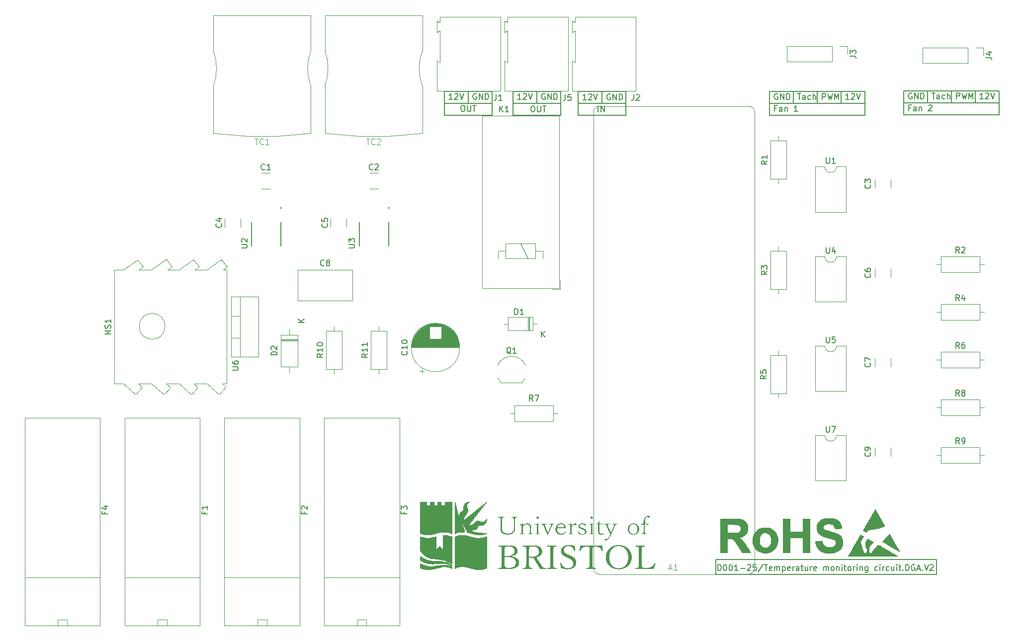
<source format=gbr>
%TF.GenerationSoftware,KiCad,Pcbnew,7.0.8*%
%TF.CreationDate,2025-06-27T13:17:33+01:00*%
%TF.ProjectId,PCB_Health,5043425f-4865-4616-9c74-682e6b696361,rev?*%
%TF.SameCoordinates,Original*%
%TF.FileFunction,Legend,Top*%
%TF.FilePolarity,Positive*%
%FSLAX46Y46*%
G04 Gerber Fmt 4.6, Leading zero omitted, Abs format (unit mm)*
G04 Created by KiCad (PCBNEW 7.0.8) date 2025-06-27 13:17:33*
%MOMM*%
%LPD*%
G01*
G04 APERTURE LIST*
%ADD10C,0.150000*%
%ADD11C,0.100000*%
%ADD12C,0.120000*%
%ADD13C,0.010000*%
%ADD14C,0.127000*%
%ADD15C,0.200000*%
G04 APERTURE END LIST*
D10*
X135128000Y-56896000D02*
X135128000Y-58928000D01*
X131064000Y-56896000D02*
X139192000Y-56896000D01*
X139192000Y-60960000D01*
X131064000Y-60960000D01*
X131064000Y-56896000D01*
X186436000Y-56896000D02*
X202692000Y-56896000D01*
X202692000Y-60960000D01*
X186436000Y-60960000D01*
X186436000Y-56896000D01*
X221488000Y-56800000D02*
X221488000Y-58832000D01*
X217424000Y-58832000D02*
X217424000Y-56800000D01*
X194564000Y-58928000D02*
X194564000Y-56896000D01*
X213360000Y-56800000D02*
X213360000Y-58832000D01*
X146812000Y-56896000D02*
X146812000Y-58928000D01*
X186436000Y-58928000D02*
X194564000Y-58928000D01*
X131064000Y-58928000D02*
X139192000Y-58928000D01*
X217424000Y-58832000D02*
X225552000Y-58832000D01*
X209296000Y-56800000D02*
X225552000Y-56800000D01*
X225552000Y-60864000D01*
X209296000Y-60864000D01*
X209296000Y-56800000D01*
X194564000Y-58928000D02*
X202692000Y-58928000D01*
X209296000Y-58832000D02*
X217424000Y-58832000D01*
X198628000Y-56896000D02*
X198628000Y-58928000D01*
X153872000Y-58968000D02*
X162000000Y-58968000D01*
X142748000Y-58928000D02*
X150876000Y-58928000D01*
X190500000Y-56896000D02*
X190500000Y-58928000D01*
X153872000Y-56936000D02*
X162000000Y-56936000D01*
X162000000Y-61000000D01*
X153872000Y-61000000D01*
X153872000Y-56936000D01*
X157936000Y-56936000D02*
X157936000Y-58968000D01*
X177292000Y-136652000D02*
X214884000Y-136652000D01*
X214884000Y-139192000D01*
X177292000Y-139192000D01*
X177292000Y-136652000D01*
X142748000Y-56896000D02*
X150876000Y-56896000D01*
X150876000Y-60960000D01*
X142748000Y-60960000D01*
X142748000Y-56896000D01*
X187614112Y-59798009D02*
X187280779Y-59798009D01*
X187280779Y-60321819D02*
X187280779Y-59321819D01*
X187280779Y-59321819D02*
X187756969Y-59321819D01*
X188566493Y-60321819D02*
X188566493Y-59798009D01*
X188566493Y-59798009D02*
X188518874Y-59702771D01*
X188518874Y-59702771D02*
X188423636Y-59655152D01*
X188423636Y-59655152D02*
X188233160Y-59655152D01*
X188233160Y-59655152D02*
X188137922Y-59702771D01*
X188566493Y-60274200D02*
X188471255Y-60321819D01*
X188471255Y-60321819D02*
X188233160Y-60321819D01*
X188233160Y-60321819D02*
X188137922Y-60274200D01*
X188137922Y-60274200D02*
X188090303Y-60178961D01*
X188090303Y-60178961D02*
X188090303Y-60083723D01*
X188090303Y-60083723D02*
X188137922Y-59988485D01*
X188137922Y-59988485D02*
X188233160Y-59940866D01*
X188233160Y-59940866D02*
X188471255Y-59940866D01*
X188471255Y-59940866D02*
X188566493Y-59893247D01*
X189042684Y-59655152D02*
X189042684Y-60321819D01*
X189042684Y-59750390D02*
X189090303Y-59702771D01*
X189090303Y-59702771D02*
X189185541Y-59655152D01*
X189185541Y-59655152D02*
X189328398Y-59655152D01*
X189328398Y-59655152D02*
X189423636Y-59702771D01*
X189423636Y-59702771D02*
X189471255Y-59798009D01*
X189471255Y-59798009D02*
X189471255Y-60321819D01*
X191233160Y-60321819D02*
X190661732Y-60321819D01*
X190947446Y-60321819D02*
X190947446Y-59321819D01*
X190947446Y-59321819D02*
X190852208Y-59464676D01*
X190852208Y-59464676D02*
X190756970Y-59559914D01*
X190756970Y-59559914D02*
X190661732Y-59607533D01*
X210474112Y-59702009D02*
X210140779Y-59702009D01*
X210140779Y-60225819D02*
X210140779Y-59225819D01*
X210140779Y-59225819D02*
X210616969Y-59225819D01*
X211426493Y-60225819D02*
X211426493Y-59702009D01*
X211426493Y-59702009D02*
X211378874Y-59606771D01*
X211378874Y-59606771D02*
X211283636Y-59559152D01*
X211283636Y-59559152D02*
X211093160Y-59559152D01*
X211093160Y-59559152D02*
X210997922Y-59606771D01*
X211426493Y-60178200D02*
X211331255Y-60225819D01*
X211331255Y-60225819D02*
X211093160Y-60225819D01*
X211093160Y-60225819D02*
X210997922Y-60178200D01*
X210997922Y-60178200D02*
X210950303Y-60082961D01*
X210950303Y-60082961D02*
X210950303Y-59987723D01*
X210950303Y-59987723D02*
X210997922Y-59892485D01*
X210997922Y-59892485D02*
X211093160Y-59844866D01*
X211093160Y-59844866D02*
X211331255Y-59844866D01*
X211331255Y-59844866D02*
X211426493Y-59797247D01*
X211902684Y-59559152D02*
X211902684Y-60225819D01*
X211902684Y-59654390D02*
X211950303Y-59606771D01*
X211950303Y-59606771D02*
X212045541Y-59559152D01*
X212045541Y-59559152D02*
X212188398Y-59559152D01*
X212188398Y-59559152D02*
X212283636Y-59606771D01*
X212283636Y-59606771D02*
X212331255Y-59702009D01*
X212331255Y-59702009D02*
X212331255Y-60225819D01*
X213521732Y-59321057D02*
X213569351Y-59273438D01*
X213569351Y-59273438D02*
X213664589Y-59225819D01*
X213664589Y-59225819D02*
X213902684Y-59225819D01*
X213902684Y-59225819D02*
X213997922Y-59273438D01*
X213997922Y-59273438D02*
X214045541Y-59321057D01*
X214045541Y-59321057D02*
X214093160Y-59416295D01*
X214093160Y-59416295D02*
X214093160Y-59511533D01*
X214093160Y-59511533D02*
X214045541Y-59654390D01*
X214045541Y-59654390D02*
X213474113Y-60225819D01*
X213474113Y-60225819D02*
X214093160Y-60225819D01*
X136496588Y-57337438D02*
X136401350Y-57289819D01*
X136401350Y-57289819D02*
X136258493Y-57289819D01*
X136258493Y-57289819D02*
X136115636Y-57337438D01*
X136115636Y-57337438D02*
X136020398Y-57432676D01*
X136020398Y-57432676D02*
X135972779Y-57527914D01*
X135972779Y-57527914D02*
X135925160Y-57718390D01*
X135925160Y-57718390D02*
X135925160Y-57861247D01*
X135925160Y-57861247D02*
X135972779Y-58051723D01*
X135972779Y-58051723D02*
X136020398Y-58146961D01*
X136020398Y-58146961D02*
X136115636Y-58242200D01*
X136115636Y-58242200D02*
X136258493Y-58289819D01*
X136258493Y-58289819D02*
X136353731Y-58289819D01*
X136353731Y-58289819D02*
X136496588Y-58242200D01*
X136496588Y-58242200D02*
X136544207Y-58194580D01*
X136544207Y-58194580D02*
X136544207Y-57861247D01*
X136544207Y-57861247D02*
X136353731Y-57861247D01*
X136972779Y-58289819D02*
X136972779Y-57289819D01*
X136972779Y-57289819D02*
X137544207Y-58289819D01*
X137544207Y-58289819D02*
X137544207Y-57289819D01*
X138020398Y-58289819D02*
X138020398Y-57289819D01*
X138020398Y-57289819D02*
X138258493Y-57289819D01*
X138258493Y-57289819D02*
X138401350Y-57337438D01*
X138401350Y-57337438D02*
X138496588Y-57432676D01*
X138496588Y-57432676D02*
X138544207Y-57527914D01*
X138544207Y-57527914D02*
X138591826Y-57718390D01*
X138591826Y-57718390D02*
X138591826Y-57861247D01*
X138591826Y-57861247D02*
X138544207Y-58051723D01*
X138544207Y-58051723D02*
X138496588Y-58146961D01*
X138496588Y-58146961D02*
X138401350Y-58242200D01*
X138401350Y-58242200D02*
X138258493Y-58289819D01*
X138258493Y-58289819D02*
X138020398Y-58289819D01*
X210664588Y-57241438D02*
X210569350Y-57193819D01*
X210569350Y-57193819D02*
X210426493Y-57193819D01*
X210426493Y-57193819D02*
X210283636Y-57241438D01*
X210283636Y-57241438D02*
X210188398Y-57336676D01*
X210188398Y-57336676D02*
X210140779Y-57431914D01*
X210140779Y-57431914D02*
X210093160Y-57622390D01*
X210093160Y-57622390D02*
X210093160Y-57765247D01*
X210093160Y-57765247D02*
X210140779Y-57955723D01*
X210140779Y-57955723D02*
X210188398Y-58050961D01*
X210188398Y-58050961D02*
X210283636Y-58146200D01*
X210283636Y-58146200D02*
X210426493Y-58193819D01*
X210426493Y-58193819D02*
X210521731Y-58193819D01*
X210521731Y-58193819D02*
X210664588Y-58146200D01*
X210664588Y-58146200D02*
X210712207Y-58098580D01*
X210712207Y-58098580D02*
X210712207Y-57765247D01*
X210712207Y-57765247D02*
X210521731Y-57765247D01*
X211140779Y-58193819D02*
X211140779Y-57193819D01*
X211140779Y-57193819D02*
X211712207Y-58193819D01*
X211712207Y-58193819D02*
X211712207Y-57193819D01*
X212188398Y-58193819D02*
X212188398Y-57193819D01*
X212188398Y-57193819D02*
X212426493Y-57193819D01*
X212426493Y-57193819D02*
X212569350Y-57241438D01*
X212569350Y-57241438D02*
X212664588Y-57336676D01*
X212664588Y-57336676D02*
X212712207Y-57431914D01*
X212712207Y-57431914D02*
X212759826Y-57622390D01*
X212759826Y-57622390D02*
X212759826Y-57765247D01*
X212759826Y-57765247D02*
X212712207Y-57955723D01*
X212712207Y-57955723D02*
X212664588Y-58050961D01*
X212664588Y-58050961D02*
X212569350Y-58146200D01*
X212569350Y-58146200D02*
X212426493Y-58193819D01*
X212426493Y-58193819D02*
X212188398Y-58193819D01*
X132432588Y-58289819D02*
X131861160Y-58289819D01*
X132146874Y-58289819D02*
X132146874Y-57289819D01*
X132146874Y-57289819D02*
X132051636Y-57432676D01*
X132051636Y-57432676D02*
X131956398Y-57527914D01*
X131956398Y-57527914D02*
X131861160Y-57575533D01*
X132813541Y-57385057D02*
X132861160Y-57337438D01*
X132861160Y-57337438D02*
X132956398Y-57289819D01*
X132956398Y-57289819D02*
X133194493Y-57289819D01*
X133194493Y-57289819D02*
X133289731Y-57337438D01*
X133289731Y-57337438D02*
X133337350Y-57385057D01*
X133337350Y-57385057D02*
X133384969Y-57480295D01*
X133384969Y-57480295D02*
X133384969Y-57575533D01*
X133384969Y-57575533D02*
X133337350Y-57718390D01*
X133337350Y-57718390D02*
X132765922Y-58289819D01*
X132765922Y-58289819D02*
X133384969Y-58289819D01*
X133670684Y-57289819D02*
X134004017Y-58289819D01*
X134004017Y-58289819D02*
X134337350Y-57289819D01*
X187804588Y-57337438D02*
X187709350Y-57289819D01*
X187709350Y-57289819D02*
X187566493Y-57289819D01*
X187566493Y-57289819D02*
X187423636Y-57337438D01*
X187423636Y-57337438D02*
X187328398Y-57432676D01*
X187328398Y-57432676D02*
X187280779Y-57527914D01*
X187280779Y-57527914D02*
X187233160Y-57718390D01*
X187233160Y-57718390D02*
X187233160Y-57861247D01*
X187233160Y-57861247D02*
X187280779Y-58051723D01*
X187280779Y-58051723D02*
X187328398Y-58146961D01*
X187328398Y-58146961D02*
X187423636Y-58242200D01*
X187423636Y-58242200D02*
X187566493Y-58289819D01*
X187566493Y-58289819D02*
X187661731Y-58289819D01*
X187661731Y-58289819D02*
X187804588Y-58242200D01*
X187804588Y-58242200D02*
X187852207Y-58194580D01*
X187852207Y-58194580D02*
X187852207Y-57861247D01*
X187852207Y-57861247D02*
X187661731Y-57861247D01*
X188280779Y-58289819D02*
X188280779Y-57289819D01*
X188280779Y-57289819D02*
X188852207Y-58289819D01*
X188852207Y-58289819D02*
X188852207Y-57289819D01*
X189328398Y-58289819D02*
X189328398Y-57289819D01*
X189328398Y-57289819D02*
X189566493Y-57289819D01*
X189566493Y-57289819D02*
X189709350Y-57337438D01*
X189709350Y-57337438D02*
X189804588Y-57432676D01*
X189804588Y-57432676D02*
X189852207Y-57527914D01*
X189852207Y-57527914D02*
X189899826Y-57718390D01*
X189899826Y-57718390D02*
X189899826Y-57861247D01*
X189899826Y-57861247D02*
X189852207Y-58051723D01*
X189852207Y-58051723D02*
X189804588Y-58146961D01*
X189804588Y-58146961D02*
X189709350Y-58242200D01*
X189709350Y-58242200D02*
X189566493Y-58289819D01*
X189566493Y-58289819D02*
X189328398Y-58289819D01*
X214061922Y-57193819D02*
X214633350Y-57193819D01*
X214347636Y-58193819D02*
X214347636Y-57193819D01*
X215395255Y-58193819D02*
X215395255Y-57670009D01*
X215395255Y-57670009D02*
X215347636Y-57574771D01*
X215347636Y-57574771D02*
X215252398Y-57527152D01*
X215252398Y-57527152D02*
X215061922Y-57527152D01*
X215061922Y-57527152D02*
X214966684Y-57574771D01*
X215395255Y-58146200D02*
X215300017Y-58193819D01*
X215300017Y-58193819D02*
X215061922Y-58193819D01*
X215061922Y-58193819D02*
X214966684Y-58146200D01*
X214966684Y-58146200D02*
X214919065Y-58050961D01*
X214919065Y-58050961D02*
X214919065Y-57955723D01*
X214919065Y-57955723D02*
X214966684Y-57860485D01*
X214966684Y-57860485D02*
X215061922Y-57812866D01*
X215061922Y-57812866D02*
X215300017Y-57812866D01*
X215300017Y-57812866D02*
X215395255Y-57765247D01*
X216300017Y-58146200D02*
X216204779Y-58193819D01*
X216204779Y-58193819D02*
X216014303Y-58193819D01*
X216014303Y-58193819D02*
X215919065Y-58146200D01*
X215919065Y-58146200D02*
X215871446Y-58098580D01*
X215871446Y-58098580D02*
X215823827Y-58003342D01*
X215823827Y-58003342D02*
X215823827Y-57717628D01*
X215823827Y-57717628D02*
X215871446Y-57622390D01*
X215871446Y-57622390D02*
X215919065Y-57574771D01*
X215919065Y-57574771D02*
X216014303Y-57527152D01*
X216014303Y-57527152D02*
X216204779Y-57527152D01*
X216204779Y-57527152D02*
X216300017Y-57574771D01*
X216728589Y-58193819D02*
X216728589Y-57193819D01*
X217157160Y-58193819D02*
X217157160Y-57670009D01*
X217157160Y-57670009D02*
X217109541Y-57574771D01*
X217109541Y-57574771D02*
X217014303Y-57527152D01*
X217014303Y-57527152D02*
X216871446Y-57527152D01*
X216871446Y-57527152D02*
X216776208Y-57574771D01*
X216776208Y-57574771D02*
X216728589Y-57622390D01*
X191201922Y-57289819D02*
X191773350Y-57289819D01*
X191487636Y-58289819D02*
X191487636Y-57289819D01*
X192535255Y-58289819D02*
X192535255Y-57766009D01*
X192535255Y-57766009D02*
X192487636Y-57670771D01*
X192487636Y-57670771D02*
X192392398Y-57623152D01*
X192392398Y-57623152D02*
X192201922Y-57623152D01*
X192201922Y-57623152D02*
X192106684Y-57670771D01*
X192535255Y-58242200D02*
X192440017Y-58289819D01*
X192440017Y-58289819D02*
X192201922Y-58289819D01*
X192201922Y-58289819D02*
X192106684Y-58242200D01*
X192106684Y-58242200D02*
X192059065Y-58146961D01*
X192059065Y-58146961D02*
X192059065Y-58051723D01*
X192059065Y-58051723D02*
X192106684Y-57956485D01*
X192106684Y-57956485D02*
X192201922Y-57908866D01*
X192201922Y-57908866D02*
X192440017Y-57908866D01*
X192440017Y-57908866D02*
X192535255Y-57861247D01*
X193440017Y-58242200D02*
X193344779Y-58289819D01*
X193344779Y-58289819D02*
X193154303Y-58289819D01*
X193154303Y-58289819D02*
X193059065Y-58242200D01*
X193059065Y-58242200D02*
X193011446Y-58194580D01*
X193011446Y-58194580D02*
X192963827Y-58099342D01*
X192963827Y-58099342D02*
X192963827Y-57813628D01*
X192963827Y-57813628D02*
X193011446Y-57718390D01*
X193011446Y-57718390D02*
X193059065Y-57670771D01*
X193059065Y-57670771D02*
X193154303Y-57623152D01*
X193154303Y-57623152D02*
X193344779Y-57623152D01*
X193344779Y-57623152D02*
X193440017Y-57670771D01*
X193868589Y-58289819D02*
X193868589Y-57289819D01*
X194297160Y-58289819D02*
X194297160Y-57766009D01*
X194297160Y-57766009D02*
X194249541Y-57670771D01*
X194249541Y-57670771D02*
X194154303Y-57623152D01*
X194154303Y-57623152D02*
X194011446Y-57623152D01*
X194011446Y-57623152D02*
X193916208Y-57670771D01*
X193916208Y-57670771D02*
X193868589Y-57718390D01*
X218268779Y-58193819D02*
X218268779Y-57193819D01*
X218268779Y-57193819D02*
X218649731Y-57193819D01*
X218649731Y-57193819D02*
X218744969Y-57241438D01*
X218744969Y-57241438D02*
X218792588Y-57289057D01*
X218792588Y-57289057D02*
X218840207Y-57384295D01*
X218840207Y-57384295D02*
X218840207Y-57527152D01*
X218840207Y-57527152D02*
X218792588Y-57622390D01*
X218792588Y-57622390D02*
X218744969Y-57670009D01*
X218744969Y-57670009D02*
X218649731Y-57717628D01*
X218649731Y-57717628D02*
X218268779Y-57717628D01*
X219173541Y-57193819D02*
X219411636Y-58193819D01*
X219411636Y-58193819D02*
X219602112Y-57479533D01*
X219602112Y-57479533D02*
X219792588Y-58193819D01*
X219792588Y-58193819D02*
X220030684Y-57193819D01*
X220411636Y-58193819D02*
X220411636Y-57193819D01*
X220411636Y-57193819D02*
X220744969Y-57908104D01*
X220744969Y-57908104D02*
X221078302Y-57193819D01*
X221078302Y-57193819D02*
X221078302Y-58193819D01*
X155240588Y-58329819D02*
X154669160Y-58329819D01*
X154954874Y-58329819D02*
X154954874Y-57329819D01*
X154954874Y-57329819D02*
X154859636Y-57472676D01*
X154859636Y-57472676D02*
X154764398Y-57567914D01*
X154764398Y-57567914D02*
X154669160Y-57615533D01*
X155621541Y-57425057D02*
X155669160Y-57377438D01*
X155669160Y-57377438D02*
X155764398Y-57329819D01*
X155764398Y-57329819D02*
X156002493Y-57329819D01*
X156002493Y-57329819D02*
X156097731Y-57377438D01*
X156097731Y-57377438D02*
X156145350Y-57425057D01*
X156145350Y-57425057D02*
X156192969Y-57520295D01*
X156192969Y-57520295D02*
X156192969Y-57615533D01*
X156192969Y-57615533D02*
X156145350Y-57758390D01*
X156145350Y-57758390D02*
X155573922Y-58329819D01*
X155573922Y-58329819D02*
X156192969Y-58329819D01*
X156478684Y-57329819D02*
X156812017Y-58329819D01*
X156812017Y-58329819D02*
X157145350Y-57329819D01*
X144116588Y-58289819D02*
X143545160Y-58289819D01*
X143830874Y-58289819D02*
X143830874Y-57289819D01*
X143830874Y-57289819D02*
X143735636Y-57432676D01*
X143735636Y-57432676D02*
X143640398Y-57527914D01*
X143640398Y-57527914D02*
X143545160Y-57575533D01*
X144497541Y-57385057D02*
X144545160Y-57337438D01*
X144545160Y-57337438D02*
X144640398Y-57289819D01*
X144640398Y-57289819D02*
X144878493Y-57289819D01*
X144878493Y-57289819D02*
X144973731Y-57337438D01*
X144973731Y-57337438D02*
X145021350Y-57385057D01*
X145021350Y-57385057D02*
X145068969Y-57480295D01*
X145068969Y-57480295D02*
X145068969Y-57575533D01*
X145068969Y-57575533D02*
X145021350Y-57718390D01*
X145021350Y-57718390D02*
X144449922Y-58289819D01*
X144449922Y-58289819D02*
X145068969Y-58289819D01*
X145354684Y-57289819D02*
X145688017Y-58289819D01*
X145688017Y-58289819D02*
X146021350Y-57289819D01*
X199996588Y-58289819D02*
X199425160Y-58289819D01*
X199710874Y-58289819D02*
X199710874Y-57289819D01*
X199710874Y-57289819D02*
X199615636Y-57432676D01*
X199615636Y-57432676D02*
X199520398Y-57527914D01*
X199520398Y-57527914D02*
X199425160Y-57575533D01*
X200377541Y-57385057D02*
X200425160Y-57337438D01*
X200425160Y-57337438D02*
X200520398Y-57289819D01*
X200520398Y-57289819D02*
X200758493Y-57289819D01*
X200758493Y-57289819D02*
X200853731Y-57337438D01*
X200853731Y-57337438D02*
X200901350Y-57385057D01*
X200901350Y-57385057D02*
X200948969Y-57480295D01*
X200948969Y-57480295D02*
X200948969Y-57575533D01*
X200948969Y-57575533D02*
X200901350Y-57718390D01*
X200901350Y-57718390D02*
X200329922Y-58289819D01*
X200329922Y-58289819D02*
X200948969Y-58289819D01*
X201234684Y-57289819D02*
X201568017Y-58289819D01*
X201568017Y-58289819D02*
X201901350Y-57289819D01*
X195408779Y-58289819D02*
X195408779Y-57289819D01*
X195408779Y-57289819D02*
X195789731Y-57289819D01*
X195789731Y-57289819D02*
X195884969Y-57337438D01*
X195884969Y-57337438D02*
X195932588Y-57385057D01*
X195932588Y-57385057D02*
X195980207Y-57480295D01*
X195980207Y-57480295D02*
X195980207Y-57623152D01*
X195980207Y-57623152D02*
X195932588Y-57718390D01*
X195932588Y-57718390D02*
X195884969Y-57766009D01*
X195884969Y-57766009D02*
X195789731Y-57813628D01*
X195789731Y-57813628D02*
X195408779Y-57813628D01*
X196313541Y-57289819D02*
X196551636Y-58289819D01*
X196551636Y-58289819D02*
X196742112Y-57575533D01*
X196742112Y-57575533D02*
X196932588Y-58289819D01*
X196932588Y-58289819D02*
X197170684Y-57289819D01*
X197551636Y-58289819D02*
X197551636Y-57289819D01*
X197551636Y-57289819D02*
X197884969Y-58004104D01*
X197884969Y-58004104D02*
X198218302Y-57289819D01*
X198218302Y-57289819D02*
X198218302Y-58289819D01*
X148180588Y-57337438D02*
X148085350Y-57289819D01*
X148085350Y-57289819D02*
X147942493Y-57289819D01*
X147942493Y-57289819D02*
X147799636Y-57337438D01*
X147799636Y-57337438D02*
X147704398Y-57432676D01*
X147704398Y-57432676D02*
X147656779Y-57527914D01*
X147656779Y-57527914D02*
X147609160Y-57718390D01*
X147609160Y-57718390D02*
X147609160Y-57861247D01*
X147609160Y-57861247D02*
X147656779Y-58051723D01*
X147656779Y-58051723D02*
X147704398Y-58146961D01*
X147704398Y-58146961D02*
X147799636Y-58242200D01*
X147799636Y-58242200D02*
X147942493Y-58289819D01*
X147942493Y-58289819D02*
X148037731Y-58289819D01*
X148037731Y-58289819D02*
X148180588Y-58242200D01*
X148180588Y-58242200D02*
X148228207Y-58194580D01*
X148228207Y-58194580D02*
X148228207Y-57861247D01*
X148228207Y-57861247D02*
X148037731Y-57861247D01*
X148656779Y-58289819D02*
X148656779Y-57289819D01*
X148656779Y-57289819D02*
X149228207Y-58289819D01*
X149228207Y-58289819D02*
X149228207Y-57289819D01*
X149704398Y-58289819D02*
X149704398Y-57289819D01*
X149704398Y-57289819D02*
X149942493Y-57289819D01*
X149942493Y-57289819D02*
X150085350Y-57337438D01*
X150085350Y-57337438D02*
X150180588Y-57432676D01*
X150180588Y-57432676D02*
X150228207Y-57527914D01*
X150228207Y-57527914D02*
X150275826Y-57718390D01*
X150275826Y-57718390D02*
X150275826Y-57861247D01*
X150275826Y-57861247D02*
X150228207Y-58051723D01*
X150228207Y-58051723D02*
X150180588Y-58146961D01*
X150180588Y-58146961D02*
X150085350Y-58242200D01*
X150085350Y-58242200D02*
X149942493Y-58289819D01*
X149942493Y-58289819D02*
X149704398Y-58289819D01*
X222856588Y-58193819D02*
X222285160Y-58193819D01*
X222570874Y-58193819D02*
X222570874Y-57193819D01*
X222570874Y-57193819D02*
X222475636Y-57336676D01*
X222475636Y-57336676D02*
X222380398Y-57431914D01*
X222380398Y-57431914D02*
X222285160Y-57479533D01*
X223237541Y-57289057D02*
X223285160Y-57241438D01*
X223285160Y-57241438D02*
X223380398Y-57193819D01*
X223380398Y-57193819D02*
X223618493Y-57193819D01*
X223618493Y-57193819D02*
X223713731Y-57241438D01*
X223713731Y-57241438D02*
X223761350Y-57289057D01*
X223761350Y-57289057D02*
X223808969Y-57384295D01*
X223808969Y-57384295D02*
X223808969Y-57479533D01*
X223808969Y-57479533D02*
X223761350Y-57622390D01*
X223761350Y-57622390D02*
X223189922Y-58193819D01*
X223189922Y-58193819D02*
X223808969Y-58193819D01*
X224094684Y-57193819D02*
X224428017Y-58193819D01*
X224428017Y-58193819D02*
X224761350Y-57193819D01*
X146027255Y-59369819D02*
X146217731Y-59369819D01*
X146217731Y-59369819D02*
X146312969Y-59417438D01*
X146312969Y-59417438D02*
X146408207Y-59512676D01*
X146408207Y-59512676D02*
X146455826Y-59703152D01*
X146455826Y-59703152D02*
X146455826Y-60036485D01*
X146455826Y-60036485D02*
X146408207Y-60226961D01*
X146408207Y-60226961D02*
X146312969Y-60322200D01*
X146312969Y-60322200D02*
X146217731Y-60369819D01*
X146217731Y-60369819D02*
X146027255Y-60369819D01*
X146027255Y-60369819D02*
X145932017Y-60322200D01*
X145932017Y-60322200D02*
X145836779Y-60226961D01*
X145836779Y-60226961D02*
X145789160Y-60036485D01*
X145789160Y-60036485D02*
X145789160Y-59703152D01*
X145789160Y-59703152D02*
X145836779Y-59512676D01*
X145836779Y-59512676D02*
X145932017Y-59417438D01*
X145932017Y-59417438D02*
X146027255Y-59369819D01*
X146884398Y-59369819D02*
X146884398Y-60179342D01*
X146884398Y-60179342D02*
X146932017Y-60274580D01*
X146932017Y-60274580D02*
X146979636Y-60322200D01*
X146979636Y-60322200D02*
X147074874Y-60369819D01*
X147074874Y-60369819D02*
X147265350Y-60369819D01*
X147265350Y-60369819D02*
X147360588Y-60322200D01*
X147360588Y-60322200D02*
X147408207Y-60274580D01*
X147408207Y-60274580D02*
X147455826Y-60179342D01*
X147455826Y-60179342D02*
X147455826Y-59369819D01*
X147789160Y-59369819D02*
X148360588Y-59369819D01*
X148074874Y-60369819D02*
X148074874Y-59369819D01*
X134131255Y-59321819D02*
X134321731Y-59321819D01*
X134321731Y-59321819D02*
X134416969Y-59369438D01*
X134416969Y-59369438D02*
X134512207Y-59464676D01*
X134512207Y-59464676D02*
X134559826Y-59655152D01*
X134559826Y-59655152D02*
X134559826Y-59988485D01*
X134559826Y-59988485D02*
X134512207Y-60178961D01*
X134512207Y-60178961D02*
X134416969Y-60274200D01*
X134416969Y-60274200D02*
X134321731Y-60321819D01*
X134321731Y-60321819D02*
X134131255Y-60321819D01*
X134131255Y-60321819D02*
X134036017Y-60274200D01*
X134036017Y-60274200D02*
X133940779Y-60178961D01*
X133940779Y-60178961D02*
X133893160Y-59988485D01*
X133893160Y-59988485D02*
X133893160Y-59655152D01*
X133893160Y-59655152D02*
X133940779Y-59464676D01*
X133940779Y-59464676D02*
X134036017Y-59369438D01*
X134036017Y-59369438D02*
X134131255Y-59321819D01*
X134988398Y-59321819D02*
X134988398Y-60131342D01*
X134988398Y-60131342D02*
X135036017Y-60226580D01*
X135036017Y-60226580D02*
X135083636Y-60274200D01*
X135083636Y-60274200D02*
X135178874Y-60321819D01*
X135178874Y-60321819D02*
X135369350Y-60321819D01*
X135369350Y-60321819D02*
X135464588Y-60274200D01*
X135464588Y-60274200D02*
X135512207Y-60226580D01*
X135512207Y-60226580D02*
X135559826Y-60131342D01*
X135559826Y-60131342D02*
X135559826Y-59321819D01*
X135893160Y-59321819D02*
X136464588Y-59321819D01*
X136178874Y-60321819D02*
X136178874Y-59321819D01*
X157256779Y-60361819D02*
X157256779Y-59361819D01*
X157732969Y-60361819D02*
X157732969Y-59361819D01*
X157732969Y-59361819D02*
X158304397Y-60361819D01*
X158304397Y-60361819D02*
X158304397Y-59361819D01*
X159304588Y-57377438D02*
X159209350Y-57329819D01*
X159209350Y-57329819D02*
X159066493Y-57329819D01*
X159066493Y-57329819D02*
X158923636Y-57377438D01*
X158923636Y-57377438D02*
X158828398Y-57472676D01*
X158828398Y-57472676D02*
X158780779Y-57567914D01*
X158780779Y-57567914D02*
X158733160Y-57758390D01*
X158733160Y-57758390D02*
X158733160Y-57901247D01*
X158733160Y-57901247D02*
X158780779Y-58091723D01*
X158780779Y-58091723D02*
X158828398Y-58186961D01*
X158828398Y-58186961D02*
X158923636Y-58282200D01*
X158923636Y-58282200D02*
X159066493Y-58329819D01*
X159066493Y-58329819D02*
X159161731Y-58329819D01*
X159161731Y-58329819D02*
X159304588Y-58282200D01*
X159304588Y-58282200D02*
X159352207Y-58234580D01*
X159352207Y-58234580D02*
X159352207Y-57901247D01*
X159352207Y-57901247D02*
X159161731Y-57901247D01*
X159780779Y-58329819D02*
X159780779Y-57329819D01*
X159780779Y-57329819D02*
X160352207Y-58329819D01*
X160352207Y-58329819D02*
X160352207Y-57329819D01*
X160828398Y-58329819D02*
X160828398Y-57329819D01*
X160828398Y-57329819D02*
X161066493Y-57329819D01*
X161066493Y-57329819D02*
X161209350Y-57377438D01*
X161209350Y-57377438D02*
X161304588Y-57472676D01*
X161304588Y-57472676D02*
X161352207Y-57567914D01*
X161352207Y-57567914D02*
X161399826Y-57758390D01*
X161399826Y-57758390D02*
X161399826Y-57901247D01*
X161399826Y-57901247D02*
X161352207Y-58091723D01*
X161352207Y-58091723D02*
X161304588Y-58186961D01*
X161304588Y-58186961D02*
X161209350Y-58282200D01*
X161209350Y-58282200D02*
X161066493Y-58329819D01*
X161066493Y-58329819D02*
X160828398Y-58329819D01*
X177628779Y-138553819D02*
X177628779Y-137553819D01*
X177628779Y-137553819D02*
X177866874Y-137553819D01*
X177866874Y-137553819D02*
X178009731Y-137601438D01*
X178009731Y-137601438D02*
X178104969Y-137696676D01*
X178104969Y-137696676D02*
X178152588Y-137791914D01*
X178152588Y-137791914D02*
X178200207Y-137982390D01*
X178200207Y-137982390D02*
X178200207Y-138125247D01*
X178200207Y-138125247D02*
X178152588Y-138315723D01*
X178152588Y-138315723D02*
X178104969Y-138410961D01*
X178104969Y-138410961D02*
X178009731Y-138506200D01*
X178009731Y-138506200D02*
X177866874Y-138553819D01*
X177866874Y-138553819D02*
X177628779Y-138553819D01*
X178819255Y-137553819D02*
X178914493Y-137553819D01*
X178914493Y-137553819D02*
X179009731Y-137601438D01*
X179009731Y-137601438D02*
X179057350Y-137649057D01*
X179057350Y-137649057D02*
X179104969Y-137744295D01*
X179104969Y-137744295D02*
X179152588Y-137934771D01*
X179152588Y-137934771D02*
X179152588Y-138172866D01*
X179152588Y-138172866D02*
X179104969Y-138363342D01*
X179104969Y-138363342D02*
X179057350Y-138458580D01*
X179057350Y-138458580D02*
X179009731Y-138506200D01*
X179009731Y-138506200D02*
X178914493Y-138553819D01*
X178914493Y-138553819D02*
X178819255Y-138553819D01*
X178819255Y-138553819D02*
X178724017Y-138506200D01*
X178724017Y-138506200D02*
X178676398Y-138458580D01*
X178676398Y-138458580D02*
X178628779Y-138363342D01*
X178628779Y-138363342D02*
X178581160Y-138172866D01*
X178581160Y-138172866D02*
X178581160Y-137934771D01*
X178581160Y-137934771D02*
X178628779Y-137744295D01*
X178628779Y-137744295D02*
X178676398Y-137649057D01*
X178676398Y-137649057D02*
X178724017Y-137601438D01*
X178724017Y-137601438D02*
X178819255Y-137553819D01*
X179771636Y-137553819D02*
X179866874Y-137553819D01*
X179866874Y-137553819D02*
X179962112Y-137601438D01*
X179962112Y-137601438D02*
X180009731Y-137649057D01*
X180009731Y-137649057D02*
X180057350Y-137744295D01*
X180057350Y-137744295D02*
X180104969Y-137934771D01*
X180104969Y-137934771D02*
X180104969Y-138172866D01*
X180104969Y-138172866D02*
X180057350Y-138363342D01*
X180057350Y-138363342D02*
X180009731Y-138458580D01*
X180009731Y-138458580D02*
X179962112Y-138506200D01*
X179962112Y-138506200D02*
X179866874Y-138553819D01*
X179866874Y-138553819D02*
X179771636Y-138553819D01*
X179771636Y-138553819D02*
X179676398Y-138506200D01*
X179676398Y-138506200D02*
X179628779Y-138458580D01*
X179628779Y-138458580D02*
X179581160Y-138363342D01*
X179581160Y-138363342D02*
X179533541Y-138172866D01*
X179533541Y-138172866D02*
X179533541Y-137934771D01*
X179533541Y-137934771D02*
X179581160Y-137744295D01*
X179581160Y-137744295D02*
X179628779Y-137649057D01*
X179628779Y-137649057D02*
X179676398Y-137601438D01*
X179676398Y-137601438D02*
X179771636Y-137553819D01*
X181057350Y-138553819D02*
X180485922Y-138553819D01*
X180771636Y-138553819D02*
X180771636Y-137553819D01*
X180771636Y-137553819D02*
X180676398Y-137696676D01*
X180676398Y-137696676D02*
X180581160Y-137791914D01*
X180581160Y-137791914D02*
X180485922Y-137839533D01*
X181485922Y-138172866D02*
X182247827Y-138172866D01*
X182676398Y-137649057D02*
X182724017Y-137601438D01*
X182724017Y-137601438D02*
X182819255Y-137553819D01*
X182819255Y-137553819D02*
X183057350Y-137553819D01*
X183057350Y-137553819D02*
X183152588Y-137601438D01*
X183152588Y-137601438D02*
X183200207Y-137649057D01*
X183200207Y-137649057D02*
X183247826Y-137744295D01*
X183247826Y-137744295D02*
X183247826Y-137839533D01*
X183247826Y-137839533D02*
X183200207Y-137982390D01*
X183200207Y-137982390D02*
X182628779Y-138553819D01*
X182628779Y-138553819D02*
X183247826Y-138553819D01*
X184152588Y-137553819D02*
X183676398Y-137553819D01*
X183676398Y-137553819D02*
X183628779Y-138030009D01*
X183628779Y-138030009D02*
X183676398Y-137982390D01*
X183676398Y-137982390D02*
X183771636Y-137934771D01*
X183771636Y-137934771D02*
X184009731Y-137934771D01*
X184009731Y-137934771D02*
X184104969Y-137982390D01*
X184104969Y-137982390D02*
X184152588Y-138030009D01*
X184152588Y-138030009D02*
X184200207Y-138125247D01*
X184200207Y-138125247D02*
X184200207Y-138363342D01*
X184200207Y-138363342D02*
X184152588Y-138458580D01*
X184152588Y-138458580D02*
X184104969Y-138506200D01*
X184104969Y-138506200D02*
X184009731Y-138553819D01*
X184009731Y-138553819D02*
X183771636Y-138553819D01*
X183771636Y-138553819D02*
X183676398Y-138506200D01*
X183676398Y-138506200D02*
X183628779Y-138458580D01*
X185343064Y-137506200D02*
X184485922Y-138791914D01*
X185533541Y-137553819D02*
X186104969Y-137553819D01*
X185819255Y-138553819D02*
X185819255Y-137553819D01*
X186819255Y-138506200D02*
X186724017Y-138553819D01*
X186724017Y-138553819D02*
X186533541Y-138553819D01*
X186533541Y-138553819D02*
X186438303Y-138506200D01*
X186438303Y-138506200D02*
X186390684Y-138410961D01*
X186390684Y-138410961D02*
X186390684Y-138030009D01*
X186390684Y-138030009D02*
X186438303Y-137934771D01*
X186438303Y-137934771D02*
X186533541Y-137887152D01*
X186533541Y-137887152D02*
X186724017Y-137887152D01*
X186724017Y-137887152D02*
X186819255Y-137934771D01*
X186819255Y-137934771D02*
X186866874Y-138030009D01*
X186866874Y-138030009D02*
X186866874Y-138125247D01*
X186866874Y-138125247D02*
X186390684Y-138220485D01*
X187295446Y-138553819D02*
X187295446Y-137887152D01*
X187295446Y-137982390D02*
X187343065Y-137934771D01*
X187343065Y-137934771D02*
X187438303Y-137887152D01*
X187438303Y-137887152D02*
X187581160Y-137887152D01*
X187581160Y-137887152D02*
X187676398Y-137934771D01*
X187676398Y-137934771D02*
X187724017Y-138030009D01*
X187724017Y-138030009D02*
X187724017Y-138553819D01*
X187724017Y-138030009D02*
X187771636Y-137934771D01*
X187771636Y-137934771D02*
X187866874Y-137887152D01*
X187866874Y-137887152D02*
X188009731Y-137887152D01*
X188009731Y-137887152D02*
X188104970Y-137934771D01*
X188104970Y-137934771D02*
X188152589Y-138030009D01*
X188152589Y-138030009D02*
X188152589Y-138553819D01*
X188628779Y-137887152D02*
X188628779Y-138887152D01*
X188628779Y-137934771D02*
X188724017Y-137887152D01*
X188724017Y-137887152D02*
X188914493Y-137887152D01*
X188914493Y-137887152D02*
X189009731Y-137934771D01*
X189009731Y-137934771D02*
X189057350Y-137982390D01*
X189057350Y-137982390D02*
X189104969Y-138077628D01*
X189104969Y-138077628D02*
X189104969Y-138363342D01*
X189104969Y-138363342D02*
X189057350Y-138458580D01*
X189057350Y-138458580D02*
X189009731Y-138506200D01*
X189009731Y-138506200D02*
X188914493Y-138553819D01*
X188914493Y-138553819D02*
X188724017Y-138553819D01*
X188724017Y-138553819D02*
X188628779Y-138506200D01*
X189914493Y-138506200D02*
X189819255Y-138553819D01*
X189819255Y-138553819D02*
X189628779Y-138553819D01*
X189628779Y-138553819D02*
X189533541Y-138506200D01*
X189533541Y-138506200D02*
X189485922Y-138410961D01*
X189485922Y-138410961D02*
X189485922Y-138030009D01*
X189485922Y-138030009D02*
X189533541Y-137934771D01*
X189533541Y-137934771D02*
X189628779Y-137887152D01*
X189628779Y-137887152D02*
X189819255Y-137887152D01*
X189819255Y-137887152D02*
X189914493Y-137934771D01*
X189914493Y-137934771D02*
X189962112Y-138030009D01*
X189962112Y-138030009D02*
X189962112Y-138125247D01*
X189962112Y-138125247D02*
X189485922Y-138220485D01*
X190390684Y-138553819D02*
X190390684Y-137887152D01*
X190390684Y-138077628D02*
X190438303Y-137982390D01*
X190438303Y-137982390D02*
X190485922Y-137934771D01*
X190485922Y-137934771D02*
X190581160Y-137887152D01*
X190581160Y-137887152D02*
X190676398Y-137887152D01*
X191438303Y-138553819D02*
X191438303Y-138030009D01*
X191438303Y-138030009D02*
X191390684Y-137934771D01*
X191390684Y-137934771D02*
X191295446Y-137887152D01*
X191295446Y-137887152D02*
X191104970Y-137887152D01*
X191104970Y-137887152D02*
X191009732Y-137934771D01*
X191438303Y-138506200D02*
X191343065Y-138553819D01*
X191343065Y-138553819D02*
X191104970Y-138553819D01*
X191104970Y-138553819D02*
X191009732Y-138506200D01*
X191009732Y-138506200D02*
X190962113Y-138410961D01*
X190962113Y-138410961D02*
X190962113Y-138315723D01*
X190962113Y-138315723D02*
X191009732Y-138220485D01*
X191009732Y-138220485D02*
X191104970Y-138172866D01*
X191104970Y-138172866D02*
X191343065Y-138172866D01*
X191343065Y-138172866D02*
X191438303Y-138125247D01*
X191771637Y-137887152D02*
X192152589Y-137887152D01*
X191914494Y-137553819D02*
X191914494Y-138410961D01*
X191914494Y-138410961D02*
X191962113Y-138506200D01*
X191962113Y-138506200D02*
X192057351Y-138553819D01*
X192057351Y-138553819D02*
X192152589Y-138553819D01*
X192914494Y-137887152D02*
X192914494Y-138553819D01*
X192485923Y-137887152D02*
X192485923Y-138410961D01*
X192485923Y-138410961D02*
X192533542Y-138506200D01*
X192533542Y-138506200D02*
X192628780Y-138553819D01*
X192628780Y-138553819D02*
X192771637Y-138553819D01*
X192771637Y-138553819D02*
X192866875Y-138506200D01*
X192866875Y-138506200D02*
X192914494Y-138458580D01*
X193390685Y-138553819D02*
X193390685Y-137887152D01*
X193390685Y-138077628D02*
X193438304Y-137982390D01*
X193438304Y-137982390D02*
X193485923Y-137934771D01*
X193485923Y-137934771D02*
X193581161Y-137887152D01*
X193581161Y-137887152D02*
X193676399Y-137887152D01*
X194390685Y-138506200D02*
X194295447Y-138553819D01*
X194295447Y-138553819D02*
X194104971Y-138553819D01*
X194104971Y-138553819D02*
X194009733Y-138506200D01*
X194009733Y-138506200D02*
X193962114Y-138410961D01*
X193962114Y-138410961D02*
X193962114Y-138030009D01*
X193962114Y-138030009D02*
X194009733Y-137934771D01*
X194009733Y-137934771D02*
X194104971Y-137887152D01*
X194104971Y-137887152D02*
X194295447Y-137887152D01*
X194295447Y-137887152D02*
X194390685Y-137934771D01*
X194390685Y-137934771D02*
X194438304Y-138030009D01*
X194438304Y-138030009D02*
X194438304Y-138125247D01*
X194438304Y-138125247D02*
X193962114Y-138220485D01*
X195628781Y-138553819D02*
X195628781Y-137887152D01*
X195628781Y-137982390D02*
X195676400Y-137934771D01*
X195676400Y-137934771D02*
X195771638Y-137887152D01*
X195771638Y-137887152D02*
X195914495Y-137887152D01*
X195914495Y-137887152D02*
X196009733Y-137934771D01*
X196009733Y-137934771D02*
X196057352Y-138030009D01*
X196057352Y-138030009D02*
X196057352Y-138553819D01*
X196057352Y-138030009D02*
X196104971Y-137934771D01*
X196104971Y-137934771D02*
X196200209Y-137887152D01*
X196200209Y-137887152D02*
X196343066Y-137887152D01*
X196343066Y-137887152D02*
X196438305Y-137934771D01*
X196438305Y-137934771D02*
X196485924Y-138030009D01*
X196485924Y-138030009D02*
X196485924Y-138553819D01*
X197104971Y-138553819D02*
X197009733Y-138506200D01*
X197009733Y-138506200D02*
X196962114Y-138458580D01*
X196962114Y-138458580D02*
X196914495Y-138363342D01*
X196914495Y-138363342D02*
X196914495Y-138077628D01*
X196914495Y-138077628D02*
X196962114Y-137982390D01*
X196962114Y-137982390D02*
X197009733Y-137934771D01*
X197009733Y-137934771D02*
X197104971Y-137887152D01*
X197104971Y-137887152D02*
X197247828Y-137887152D01*
X197247828Y-137887152D02*
X197343066Y-137934771D01*
X197343066Y-137934771D02*
X197390685Y-137982390D01*
X197390685Y-137982390D02*
X197438304Y-138077628D01*
X197438304Y-138077628D02*
X197438304Y-138363342D01*
X197438304Y-138363342D02*
X197390685Y-138458580D01*
X197390685Y-138458580D02*
X197343066Y-138506200D01*
X197343066Y-138506200D02*
X197247828Y-138553819D01*
X197247828Y-138553819D02*
X197104971Y-138553819D01*
X197866876Y-137887152D02*
X197866876Y-138553819D01*
X197866876Y-137982390D02*
X197914495Y-137934771D01*
X197914495Y-137934771D02*
X198009733Y-137887152D01*
X198009733Y-137887152D02*
X198152590Y-137887152D01*
X198152590Y-137887152D02*
X198247828Y-137934771D01*
X198247828Y-137934771D02*
X198295447Y-138030009D01*
X198295447Y-138030009D02*
X198295447Y-138553819D01*
X198771638Y-138553819D02*
X198771638Y-137887152D01*
X198771638Y-137553819D02*
X198724019Y-137601438D01*
X198724019Y-137601438D02*
X198771638Y-137649057D01*
X198771638Y-137649057D02*
X198819257Y-137601438D01*
X198819257Y-137601438D02*
X198771638Y-137553819D01*
X198771638Y-137553819D02*
X198771638Y-137649057D01*
X199104971Y-137887152D02*
X199485923Y-137887152D01*
X199247828Y-137553819D02*
X199247828Y-138410961D01*
X199247828Y-138410961D02*
X199295447Y-138506200D01*
X199295447Y-138506200D02*
X199390685Y-138553819D01*
X199390685Y-138553819D02*
X199485923Y-138553819D01*
X199962114Y-138553819D02*
X199866876Y-138506200D01*
X199866876Y-138506200D02*
X199819257Y-138458580D01*
X199819257Y-138458580D02*
X199771638Y-138363342D01*
X199771638Y-138363342D02*
X199771638Y-138077628D01*
X199771638Y-138077628D02*
X199819257Y-137982390D01*
X199819257Y-137982390D02*
X199866876Y-137934771D01*
X199866876Y-137934771D02*
X199962114Y-137887152D01*
X199962114Y-137887152D02*
X200104971Y-137887152D01*
X200104971Y-137887152D02*
X200200209Y-137934771D01*
X200200209Y-137934771D02*
X200247828Y-137982390D01*
X200247828Y-137982390D02*
X200295447Y-138077628D01*
X200295447Y-138077628D02*
X200295447Y-138363342D01*
X200295447Y-138363342D02*
X200247828Y-138458580D01*
X200247828Y-138458580D02*
X200200209Y-138506200D01*
X200200209Y-138506200D02*
X200104971Y-138553819D01*
X200104971Y-138553819D02*
X199962114Y-138553819D01*
X200724019Y-138553819D02*
X200724019Y-137887152D01*
X200724019Y-138077628D02*
X200771638Y-137982390D01*
X200771638Y-137982390D02*
X200819257Y-137934771D01*
X200819257Y-137934771D02*
X200914495Y-137887152D01*
X200914495Y-137887152D02*
X201009733Y-137887152D01*
X201343067Y-138553819D02*
X201343067Y-137887152D01*
X201343067Y-137553819D02*
X201295448Y-137601438D01*
X201295448Y-137601438D02*
X201343067Y-137649057D01*
X201343067Y-137649057D02*
X201390686Y-137601438D01*
X201390686Y-137601438D02*
X201343067Y-137553819D01*
X201343067Y-137553819D02*
X201343067Y-137649057D01*
X201819257Y-137887152D02*
X201819257Y-138553819D01*
X201819257Y-137982390D02*
X201866876Y-137934771D01*
X201866876Y-137934771D02*
X201962114Y-137887152D01*
X201962114Y-137887152D02*
X202104971Y-137887152D01*
X202104971Y-137887152D02*
X202200209Y-137934771D01*
X202200209Y-137934771D02*
X202247828Y-138030009D01*
X202247828Y-138030009D02*
X202247828Y-138553819D01*
X203152590Y-137887152D02*
X203152590Y-138696676D01*
X203152590Y-138696676D02*
X203104971Y-138791914D01*
X203104971Y-138791914D02*
X203057352Y-138839533D01*
X203057352Y-138839533D02*
X202962114Y-138887152D01*
X202962114Y-138887152D02*
X202819257Y-138887152D01*
X202819257Y-138887152D02*
X202724019Y-138839533D01*
X203152590Y-138506200D02*
X203057352Y-138553819D01*
X203057352Y-138553819D02*
X202866876Y-138553819D01*
X202866876Y-138553819D02*
X202771638Y-138506200D01*
X202771638Y-138506200D02*
X202724019Y-138458580D01*
X202724019Y-138458580D02*
X202676400Y-138363342D01*
X202676400Y-138363342D02*
X202676400Y-138077628D01*
X202676400Y-138077628D02*
X202724019Y-137982390D01*
X202724019Y-137982390D02*
X202771638Y-137934771D01*
X202771638Y-137934771D02*
X202866876Y-137887152D01*
X202866876Y-137887152D02*
X203057352Y-137887152D01*
X203057352Y-137887152D02*
X203152590Y-137934771D01*
X204819257Y-138506200D02*
X204724019Y-138553819D01*
X204724019Y-138553819D02*
X204533543Y-138553819D01*
X204533543Y-138553819D02*
X204438305Y-138506200D01*
X204438305Y-138506200D02*
X204390686Y-138458580D01*
X204390686Y-138458580D02*
X204343067Y-138363342D01*
X204343067Y-138363342D02*
X204343067Y-138077628D01*
X204343067Y-138077628D02*
X204390686Y-137982390D01*
X204390686Y-137982390D02*
X204438305Y-137934771D01*
X204438305Y-137934771D02*
X204533543Y-137887152D01*
X204533543Y-137887152D02*
X204724019Y-137887152D01*
X204724019Y-137887152D02*
X204819257Y-137934771D01*
X205247829Y-138553819D02*
X205247829Y-137887152D01*
X205247829Y-137553819D02*
X205200210Y-137601438D01*
X205200210Y-137601438D02*
X205247829Y-137649057D01*
X205247829Y-137649057D02*
X205295448Y-137601438D01*
X205295448Y-137601438D02*
X205247829Y-137553819D01*
X205247829Y-137553819D02*
X205247829Y-137649057D01*
X205724019Y-138553819D02*
X205724019Y-137887152D01*
X205724019Y-138077628D02*
X205771638Y-137982390D01*
X205771638Y-137982390D02*
X205819257Y-137934771D01*
X205819257Y-137934771D02*
X205914495Y-137887152D01*
X205914495Y-137887152D02*
X206009733Y-137887152D01*
X206771638Y-138506200D02*
X206676400Y-138553819D01*
X206676400Y-138553819D02*
X206485924Y-138553819D01*
X206485924Y-138553819D02*
X206390686Y-138506200D01*
X206390686Y-138506200D02*
X206343067Y-138458580D01*
X206343067Y-138458580D02*
X206295448Y-138363342D01*
X206295448Y-138363342D02*
X206295448Y-138077628D01*
X206295448Y-138077628D02*
X206343067Y-137982390D01*
X206343067Y-137982390D02*
X206390686Y-137934771D01*
X206390686Y-137934771D02*
X206485924Y-137887152D01*
X206485924Y-137887152D02*
X206676400Y-137887152D01*
X206676400Y-137887152D02*
X206771638Y-137934771D01*
X207628781Y-137887152D02*
X207628781Y-138553819D01*
X207200210Y-137887152D02*
X207200210Y-138410961D01*
X207200210Y-138410961D02*
X207247829Y-138506200D01*
X207247829Y-138506200D02*
X207343067Y-138553819D01*
X207343067Y-138553819D02*
X207485924Y-138553819D01*
X207485924Y-138553819D02*
X207581162Y-138506200D01*
X207581162Y-138506200D02*
X207628781Y-138458580D01*
X208104972Y-138553819D02*
X208104972Y-137887152D01*
X208104972Y-137553819D02*
X208057353Y-137601438D01*
X208057353Y-137601438D02*
X208104972Y-137649057D01*
X208104972Y-137649057D02*
X208152591Y-137601438D01*
X208152591Y-137601438D02*
X208104972Y-137553819D01*
X208104972Y-137553819D02*
X208104972Y-137649057D01*
X208438305Y-137887152D02*
X208819257Y-137887152D01*
X208581162Y-137553819D02*
X208581162Y-138410961D01*
X208581162Y-138410961D02*
X208628781Y-138506200D01*
X208628781Y-138506200D02*
X208724019Y-138553819D01*
X208724019Y-138553819D02*
X208819257Y-138553819D01*
X209152591Y-138458580D02*
X209200210Y-138506200D01*
X209200210Y-138506200D02*
X209152591Y-138553819D01*
X209152591Y-138553819D02*
X209104972Y-138506200D01*
X209104972Y-138506200D02*
X209152591Y-138458580D01*
X209152591Y-138458580D02*
X209152591Y-138553819D01*
X209628781Y-138553819D02*
X209628781Y-137553819D01*
X209628781Y-137553819D02*
X209866876Y-137553819D01*
X209866876Y-137553819D02*
X210009733Y-137601438D01*
X210009733Y-137601438D02*
X210104971Y-137696676D01*
X210104971Y-137696676D02*
X210152590Y-137791914D01*
X210152590Y-137791914D02*
X210200209Y-137982390D01*
X210200209Y-137982390D02*
X210200209Y-138125247D01*
X210200209Y-138125247D02*
X210152590Y-138315723D01*
X210152590Y-138315723D02*
X210104971Y-138410961D01*
X210104971Y-138410961D02*
X210009733Y-138506200D01*
X210009733Y-138506200D02*
X209866876Y-138553819D01*
X209866876Y-138553819D02*
X209628781Y-138553819D01*
X211152590Y-137601438D02*
X211057352Y-137553819D01*
X211057352Y-137553819D02*
X210914495Y-137553819D01*
X210914495Y-137553819D02*
X210771638Y-137601438D01*
X210771638Y-137601438D02*
X210676400Y-137696676D01*
X210676400Y-137696676D02*
X210628781Y-137791914D01*
X210628781Y-137791914D02*
X210581162Y-137982390D01*
X210581162Y-137982390D02*
X210581162Y-138125247D01*
X210581162Y-138125247D02*
X210628781Y-138315723D01*
X210628781Y-138315723D02*
X210676400Y-138410961D01*
X210676400Y-138410961D02*
X210771638Y-138506200D01*
X210771638Y-138506200D02*
X210914495Y-138553819D01*
X210914495Y-138553819D02*
X211009733Y-138553819D01*
X211009733Y-138553819D02*
X211152590Y-138506200D01*
X211152590Y-138506200D02*
X211200209Y-138458580D01*
X211200209Y-138458580D02*
X211200209Y-138125247D01*
X211200209Y-138125247D02*
X211009733Y-138125247D01*
X211581162Y-138268104D02*
X212057352Y-138268104D01*
X211485924Y-138553819D02*
X211819257Y-137553819D01*
X211819257Y-137553819D02*
X212152590Y-138553819D01*
X212485924Y-138458580D02*
X212533543Y-138506200D01*
X212533543Y-138506200D02*
X212485924Y-138553819D01*
X212485924Y-138553819D02*
X212438305Y-138506200D01*
X212438305Y-138506200D02*
X212485924Y-138458580D01*
X212485924Y-138458580D02*
X212485924Y-138553819D01*
X212819257Y-137553819D02*
X213152590Y-138553819D01*
X213152590Y-138553819D02*
X213485923Y-137553819D01*
X213771638Y-137649057D02*
X213819257Y-137601438D01*
X213819257Y-137601438D02*
X213914495Y-137553819D01*
X213914495Y-137553819D02*
X214152590Y-137553819D01*
X214152590Y-137553819D02*
X214247828Y-137601438D01*
X214247828Y-137601438D02*
X214295447Y-137649057D01*
X214295447Y-137649057D02*
X214343066Y-137744295D01*
X214343066Y-137744295D02*
X214343066Y-137839533D01*
X214343066Y-137839533D02*
X214295447Y-137982390D01*
X214295447Y-137982390D02*
X213724019Y-138553819D01*
X213724019Y-138553819D02*
X214343066Y-138553819D01*
X218781333Y-100700819D02*
X218448000Y-100224628D01*
X218209905Y-100700819D02*
X218209905Y-99700819D01*
X218209905Y-99700819D02*
X218590857Y-99700819D01*
X218590857Y-99700819D02*
X218686095Y-99748438D01*
X218686095Y-99748438D02*
X218733714Y-99796057D01*
X218733714Y-99796057D02*
X218781333Y-99891295D01*
X218781333Y-99891295D02*
X218781333Y-100034152D01*
X218781333Y-100034152D02*
X218733714Y-100129390D01*
X218733714Y-100129390D02*
X218686095Y-100177009D01*
X218686095Y-100177009D02*
X218590857Y-100224628D01*
X218590857Y-100224628D02*
X218209905Y-100224628D01*
X219638476Y-99700819D02*
X219448000Y-99700819D01*
X219448000Y-99700819D02*
X219352762Y-99748438D01*
X219352762Y-99748438D02*
X219305143Y-99796057D01*
X219305143Y-99796057D02*
X219209905Y-99938914D01*
X219209905Y-99938914D02*
X219162286Y-100129390D01*
X219162286Y-100129390D02*
X219162286Y-100510342D01*
X219162286Y-100510342D02*
X219209905Y-100605580D01*
X219209905Y-100605580D02*
X219257524Y-100653200D01*
X219257524Y-100653200D02*
X219352762Y-100700819D01*
X219352762Y-100700819D02*
X219543238Y-100700819D01*
X219543238Y-100700819D02*
X219638476Y-100653200D01*
X219638476Y-100653200D02*
X219686095Y-100605580D01*
X219686095Y-100605580D02*
X219733714Y-100510342D01*
X219733714Y-100510342D02*
X219733714Y-100272247D01*
X219733714Y-100272247D02*
X219686095Y-100177009D01*
X219686095Y-100177009D02*
X219638476Y-100129390D01*
X219638476Y-100129390D02*
X219543238Y-100081771D01*
X219543238Y-100081771D02*
X219352762Y-100081771D01*
X219352762Y-100081771D02*
X219257524Y-100129390D01*
X219257524Y-100129390D02*
X219209905Y-100177009D01*
X219209905Y-100177009D02*
X219162286Y-100272247D01*
X111089580Y-79463666D02*
X111137200Y-79511285D01*
X111137200Y-79511285D02*
X111184819Y-79654142D01*
X111184819Y-79654142D02*
X111184819Y-79749380D01*
X111184819Y-79749380D02*
X111137200Y-79892237D01*
X111137200Y-79892237D02*
X111041961Y-79987475D01*
X111041961Y-79987475D02*
X110946723Y-80035094D01*
X110946723Y-80035094D02*
X110756247Y-80082713D01*
X110756247Y-80082713D02*
X110613390Y-80082713D01*
X110613390Y-80082713D02*
X110422914Y-80035094D01*
X110422914Y-80035094D02*
X110327676Y-79987475D01*
X110327676Y-79987475D02*
X110232438Y-79892237D01*
X110232438Y-79892237D02*
X110184819Y-79749380D01*
X110184819Y-79749380D02*
X110184819Y-79654142D01*
X110184819Y-79654142D02*
X110232438Y-79511285D01*
X110232438Y-79511285D02*
X110280057Y-79463666D01*
X110184819Y-78558904D02*
X110184819Y-79035094D01*
X110184819Y-79035094D02*
X110661009Y-79082713D01*
X110661009Y-79082713D02*
X110613390Y-79035094D01*
X110613390Y-79035094D02*
X110565771Y-78939856D01*
X110565771Y-78939856D02*
X110565771Y-78701761D01*
X110565771Y-78701761D02*
X110613390Y-78606523D01*
X110613390Y-78606523D02*
X110661009Y-78558904D01*
X110661009Y-78558904D02*
X110756247Y-78511285D01*
X110756247Y-78511285D02*
X110994342Y-78511285D01*
X110994342Y-78511285D02*
X111089580Y-78558904D01*
X111089580Y-78558904D02*
X111137200Y-78606523D01*
X111137200Y-78606523D02*
X111184819Y-78701761D01*
X111184819Y-78701761D02*
X111184819Y-78939856D01*
X111184819Y-78939856D02*
X111137200Y-79035094D01*
X111137200Y-79035094D02*
X111089580Y-79082713D01*
D11*
X117738095Y-64957419D02*
X118309523Y-64957419D01*
X118023809Y-65957419D02*
X118023809Y-64957419D01*
X119214285Y-65862180D02*
X119166666Y-65909800D01*
X119166666Y-65909800D02*
X119023809Y-65957419D01*
X119023809Y-65957419D02*
X118928571Y-65957419D01*
X118928571Y-65957419D02*
X118785714Y-65909800D01*
X118785714Y-65909800D02*
X118690476Y-65814561D01*
X118690476Y-65814561D02*
X118642857Y-65719323D01*
X118642857Y-65719323D02*
X118595238Y-65528847D01*
X118595238Y-65528847D02*
X118595238Y-65385990D01*
X118595238Y-65385990D02*
X118642857Y-65195514D01*
X118642857Y-65195514D02*
X118690476Y-65100276D01*
X118690476Y-65100276D02*
X118785714Y-65005038D01*
X118785714Y-65005038D02*
X118928571Y-64957419D01*
X118928571Y-64957419D02*
X119023809Y-64957419D01*
X119023809Y-64957419D02*
X119166666Y-65005038D01*
X119166666Y-65005038D02*
X119214285Y-65052657D01*
X119595238Y-65052657D02*
X119642857Y-65005038D01*
X119642857Y-65005038D02*
X119738095Y-64957419D01*
X119738095Y-64957419D02*
X119976190Y-64957419D01*
X119976190Y-64957419D02*
X120071428Y-65005038D01*
X120071428Y-65005038D02*
X120119047Y-65052657D01*
X120119047Y-65052657D02*
X120166666Y-65147895D01*
X120166666Y-65147895D02*
X120166666Y-65243133D01*
X120166666Y-65243133D02*
X120119047Y-65385990D01*
X120119047Y-65385990D02*
X119547619Y-65957419D01*
X119547619Y-65957419D02*
X120166666Y-65957419D01*
D10*
X139874666Y-57454819D02*
X139874666Y-58169104D01*
X139874666Y-58169104D02*
X139827047Y-58311961D01*
X139827047Y-58311961D02*
X139731809Y-58407200D01*
X139731809Y-58407200D02*
X139588952Y-58454819D01*
X139588952Y-58454819D02*
X139493714Y-58454819D01*
X140874666Y-58454819D02*
X140303238Y-58454819D01*
X140588952Y-58454819D02*
X140588952Y-57454819D01*
X140588952Y-57454819D02*
X140493714Y-57597676D01*
X140493714Y-57597676D02*
X140398476Y-57692914D01*
X140398476Y-57692914D02*
X140303238Y-57740533D01*
X218781333Y-92572819D02*
X218448000Y-92096628D01*
X218209905Y-92572819D02*
X218209905Y-91572819D01*
X218209905Y-91572819D02*
X218590857Y-91572819D01*
X218590857Y-91572819D02*
X218686095Y-91620438D01*
X218686095Y-91620438D02*
X218733714Y-91668057D01*
X218733714Y-91668057D02*
X218781333Y-91763295D01*
X218781333Y-91763295D02*
X218781333Y-91906152D01*
X218781333Y-91906152D02*
X218733714Y-92001390D01*
X218733714Y-92001390D02*
X218686095Y-92049009D01*
X218686095Y-92049009D02*
X218590857Y-92096628D01*
X218590857Y-92096628D02*
X218209905Y-92096628D01*
X219638476Y-91906152D02*
X219638476Y-92572819D01*
X219400381Y-91525200D02*
X219162286Y-92239485D01*
X219162286Y-92239485D02*
X219781333Y-92239485D01*
X117972819Y-101607857D02*
X117496628Y-101941190D01*
X117972819Y-102179285D02*
X116972819Y-102179285D01*
X116972819Y-102179285D02*
X116972819Y-101798333D01*
X116972819Y-101798333D02*
X117020438Y-101703095D01*
X117020438Y-101703095D02*
X117068057Y-101655476D01*
X117068057Y-101655476D02*
X117163295Y-101607857D01*
X117163295Y-101607857D02*
X117306152Y-101607857D01*
X117306152Y-101607857D02*
X117401390Y-101655476D01*
X117401390Y-101655476D02*
X117449009Y-101703095D01*
X117449009Y-101703095D02*
X117496628Y-101798333D01*
X117496628Y-101798333D02*
X117496628Y-102179285D01*
X117972819Y-100655476D02*
X117972819Y-101226904D01*
X117972819Y-100941190D02*
X116972819Y-100941190D01*
X116972819Y-100941190D02*
X117115676Y-101036428D01*
X117115676Y-101036428D02*
X117210914Y-101131666D01*
X117210914Y-101131666D02*
X117258533Y-101226904D01*
X117972819Y-99703095D02*
X117972819Y-100274523D01*
X117972819Y-99988809D02*
X116972819Y-99988809D01*
X116972819Y-99988809D02*
X117115676Y-100084047D01*
X117115676Y-100084047D02*
X117210914Y-100179285D01*
X117210914Y-100179285D02*
X117258533Y-100274523D01*
X196088095Y-68188819D02*
X196088095Y-68998342D01*
X196088095Y-68998342D02*
X196135714Y-69093580D01*
X196135714Y-69093580D02*
X196183333Y-69141200D01*
X196183333Y-69141200D02*
X196278571Y-69188819D01*
X196278571Y-69188819D02*
X196469047Y-69188819D01*
X196469047Y-69188819D02*
X196564285Y-69141200D01*
X196564285Y-69141200D02*
X196611904Y-69093580D01*
X196611904Y-69093580D02*
X196659523Y-68998342D01*
X196659523Y-68998342D02*
X196659523Y-68188819D01*
X197659523Y-69188819D02*
X197088095Y-69188819D01*
X197373809Y-69188819D02*
X197373809Y-68188819D01*
X197373809Y-68188819D02*
X197278571Y-68331676D01*
X197278571Y-68331676D02*
X197183333Y-68426914D01*
X197183333Y-68426914D02*
X197088095Y-68474533D01*
X203559580Y-118481666D02*
X203607200Y-118529285D01*
X203607200Y-118529285D02*
X203654819Y-118672142D01*
X203654819Y-118672142D02*
X203654819Y-118767380D01*
X203654819Y-118767380D02*
X203607200Y-118910237D01*
X203607200Y-118910237D02*
X203511961Y-119005475D01*
X203511961Y-119005475D02*
X203416723Y-119053094D01*
X203416723Y-119053094D02*
X203226247Y-119100713D01*
X203226247Y-119100713D02*
X203083390Y-119100713D01*
X203083390Y-119100713D02*
X202892914Y-119053094D01*
X202892914Y-119053094D02*
X202797676Y-119005475D01*
X202797676Y-119005475D02*
X202702438Y-118910237D01*
X202702438Y-118910237D02*
X202654819Y-118767380D01*
X202654819Y-118767380D02*
X202654819Y-118672142D01*
X202654819Y-118672142D02*
X202702438Y-118529285D01*
X202702438Y-118529285D02*
X202750057Y-118481666D01*
X203654819Y-118005475D02*
X203654819Y-117814999D01*
X203654819Y-117814999D02*
X203607200Y-117719761D01*
X203607200Y-117719761D02*
X203559580Y-117672142D01*
X203559580Y-117672142D02*
X203416723Y-117576904D01*
X203416723Y-117576904D02*
X203226247Y-117529285D01*
X203226247Y-117529285D02*
X202845295Y-117529285D01*
X202845295Y-117529285D02*
X202750057Y-117576904D01*
X202750057Y-117576904D02*
X202702438Y-117624523D01*
X202702438Y-117624523D02*
X202654819Y-117719761D01*
X202654819Y-117719761D02*
X202654819Y-117910237D01*
X202654819Y-117910237D02*
X202702438Y-118005475D01*
X202702438Y-118005475D02*
X202750057Y-118053094D01*
X202750057Y-118053094D02*
X202845295Y-118100713D01*
X202845295Y-118100713D02*
X203083390Y-118100713D01*
X203083390Y-118100713D02*
X203178628Y-118053094D01*
X203178628Y-118053094D02*
X203226247Y-118005475D01*
X203226247Y-118005475D02*
X203273866Y-117910237D01*
X203273866Y-117910237D02*
X203273866Y-117719761D01*
X203273866Y-117719761D02*
X203226247Y-117624523D01*
X203226247Y-117624523D02*
X203178628Y-117576904D01*
X203178628Y-117576904D02*
X203083390Y-117529285D01*
X143025905Y-94942819D02*
X143025905Y-93942819D01*
X143025905Y-93942819D02*
X143264000Y-93942819D01*
X143264000Y-93942819D02*
X143406857Y-93990438D01*
X143406857Y-93990438D02*
X143502095Y-94085676D01*
X143502095Y-94085676D02*
X143549714Y-94180914D01*
X143549714Y-94180914D02*
X143597333Y-94371390D01*
X143597333Y-94371390D02*
X143597333Y-94514247D01*
X143597333Y-94514247D02*
X143549714Y-94704723D01*
X143549714Y-94704723D02*
X143502095Y-94799961D01*
X143502095Y-94799961D02*
X143406857Y-94895200D01*
X143406857Y-94895200D02*
X143264000Y-94942819D01*
X143264000Y-94942819D02*
X143025905Y-94942819D01*
X144549714Y-94942819D02*
X143978286Y-94942819D01*
X144264000Y-94942819D02*
X144264000Y-93942819D01*
X144264000Y-93942819D02*
X144168762Y-94085676D01*
X144168762Y-94085676D02*
X144073524Y-94180914D01*
X144073524Y-94180914D02*
X143978286Y-94228533D01*
X147566095Y-98774819D02*
X147566095Y-97774819D01*
X148137523Y-98774819D02*
X147708952Y-98203390D01*
X148137523Y-97774819D02*
X147566095Y-98346247D01*
X124649580Y-101186857D02*
X124697200Y-101234476D01*
X124697200Y-101234476D02*
X124744819Y-101377333D01*
X124744819Y-101377333D02*
X124744819Y-101472571D01*
X124744819Y-101472571D02*
X124697200Y-101615428D01*
X124697200Y-101615428D02*
X124601961Y-101710666D01*
X124601961Y-101710666D02*
X124506723Y-101758285D01*
X124506723Y-101758285D02*
X124316247Y-101805904D01*
X124316247Y-101805904D02*
X124173390Y-101805904D01*
X124173390Y-101805904D02*
X123982914Y-101758285D01*
X123982914Y-101758285D02*
X123887676Y-101710666D01*
X123887676Y-101710666D02*
X123792438Y-101615428D01*
X123792438Y-101615428D02*
X123744819Y-101472571D01*
X123744819Y-101472571D02*
X123744819Y-101377333D01*
X123744819Y-101377333D02*
X123792438Y-101234476D01*
X123792438Y-101234476D02*
X123840057Y-101186857D01*
X124744819Y-100234476D02*
X124744819Y-100805904D01*
X124744819Y-100520190D02*
X123744819Y-100520190D01*
X123744819Y-100520190D02*
X123887676Y-100615428D01*
X123887676Y-100615428D02*
X123982914Y-100710666D01*
X123982914Y-100710666D02*
X124030533Y-100805904D01*
X123744819Y-99615428D02*
X123744819Y-99520190D01*
X123744819Y-99520190D02*
X123792438Y-99424952D01*
X123792438Y-99424952D02*
X123840057Y-99377333D01*
X123840057Y-99377333D02*
X123935295Y-99329714D01*
X123935295Y-99329714D02*
X124125771Y-99282095D01*
X124125771Y-99282095D02*
X124363866Y-99282095D01*
X124363866Y-99282095D02*
X124554342Y-99329714D01*
X124554342Y-99329714D02*
X124649580Y-99377333D01*
X124649580Y-99377333D02*
X124697200Y-99424952D01*
X124697200Y-99424952D02*
X124744819Y-99520190D01*
X124744819Y-99520190D02*
X124744819Y-99615428D01*
X124744819Y-99615428D02*
X124697200Y-99710666D01*
X124697200Y-99710666D02*
X124649580Y-99758285D01*
X124649580Y-99758285D02*
X124554342Y-99805904D01*
X124554342Y-99805904D02*
X124363866Y-99853523D01*
X124363866Y-99853523D02*
X124125771Y-99853523D01*
X124125771Y-99853523D02*
X123935295Y-99805904D01*
X123935295Y-99805904D02*
X123840057Y-99758285D01*
X123840057Y-99758285D02*
X123792438Y-99710666D01*
X123792438Y-99710666D02*
X123744819Y-99615428D01*
X93055580Y-79463666D02*
X93103200Y-79511285D01*
X93103200Y-79511285D02*
X93150819Y-79654142D01*
X93150819Y-79654142D02*
X93150819Y-79749380D01*
X93150819Y-79749380D02*
X93103200Y-79892237D01*
X93103200Y-79892237D02*
X93007961Y-79987475D01*
X93007961Y-79987475D02*
X92912723Y-80035094D01*
X92912723Y-80035094D02*
X92722247Y-80082713D01*
X92722247Y-80082713D02*
X92579390Y-80082713D01*
X92579390Y-80082713D02*
X92388914Y-80035094D01*
X92388914Y-80035094D02*
X92293676Y-79987475D01*
X92293676Y-79987475D02*
X92198438Y-79892237D01*
X92198438Y-79892237D02*
X92150819Y-79749380D01*
X92150819Y-79749380D02*
X92150819Y-79654142D01*
X92150819Y-79654142D02*
X92198438Y-79511285D01*
X92198438Y-79511285D02*
X92246057Y-79463666D01*
X92484152Y-78606523D02*
X93150819Y-78606523D01*
X92103200Y-78844618D02*
X92817485Y-79082713D01*
X92817485Y-79082713D02*
X92817485Y-78463666D01*
X186044819Y-87542666D02*
X185568628Y-87875999D01*
X186044819Y-88114094D02*
X185044819Y-88114094D01*
X185044819Y-88114094D02*
X185044819Y-87733142D01*
X185044819Y-87733142D02*
X185092438Y-87637904D01*
X185092438Y-87637904D02*
X185140057Y-87590285D01*
X185140057Y-87590285D02*
X185235295Y-87542666D01*
X185235295Y-87542666D02*
X185378152Y-87542666D01*
X185378152Y-87542666D02*
X185473390Y-87590285D01*
X185473390Y-87590285D02*
X185521009Y-87637904D01*
X185521009Y-87637904D02*
X185568628Y-87733142D01*
X185568628Y-87733142D02*
X185568628Y-88114094D01*
X185044819Y-87209332D02*
X185044819Y-86590285D01*
X185044819Y-86590285D02*
X185425771Y-86923618D01*
X185425771Y-86923618D02*
X185425771Y-86780761D01*
X185425771Y-86780761D02*
X185473390Y-86685523D01*
X185473390Y-86685523D02*
X185521009Y-86637904D01*
X185521009Y-86637904D02*
X185616247Y-86590285D01*
X185616247Y-86590285D02*
X185854342Y-86590285D01*
X185854342Y-86590285D02*
X185949580Y-86637904D01*
X185949580Y-86637904D02*
X185997200Y-86685523D01*
X185997200Y-86685523D02*
X186044819Y-86780761D01*
X186044819Y-86780761D02*
X186044819Y-87066475D01*
X186044819Y-87066475D02*
X185997200Y-87161713D01*
X185997200Y-87161713D02*
X185949580Y-87209332D01*
X140485905Y-60398819D02*
X140485905Y-59398819D01*
X141057333Y-60398819D02*
X140628762Y-59827390D01*
X141057333Y-59398819D02*
X140485905Y-59970247D01*
X142009714Y-60398819D02*
X141438286Y-60398819D01*
X141724000Y-60398819D02*
X141724000Y-59398819D01*
X141724000Y-59398819D02*
X141628762Y-59541676D01*
X141628762Y-59541676D02*
X141533524Y-59636914D01*
X141533524Y-59636914D02*
X141438286Y-59684533D01*
X218781333Y-116956819D02*
X218448000Y-116480628D01*
X218209905Y-116956819D02*
X218209905Y-115956819D01*
X218209905Y-115956819D02*
X218590857Y-115956819D01*
X218590857Y-115956819D02*
X218686095Y-116004438D01*
X218686095Y-116004438D02*
X218733714Y-116052057D01*
X218733714Y-116052057D02*
X218781333Y-116147295D01*
X218781333Y-116147295D02*
X218781333Y-116290152D01*
X218781333Y-116290152D02*
X218733714Y-116385390D01*
X218733714Y-116385390D02*
X218686095Y-116433009D01*
X218686095Y-116433009D02*
X218590857Y-116480628D01*
X218590857Y-116480628D02*
X218209905Y-116480628D01*
X219257524Y-116956819D02*
X219448000Y-116956819D01*
X219448000Y-116956819D02*
X219543238Y-116909200D01*
X219543238Y-116909200D02*
X219590857Y-116861580D01*
X219590857Y-116861580D02*
X219686095Y-116718723D01*
X219686095Y-116718723D02*
X219733714Y-116528247D01*
X219733714Y-116528247D02*
X219733714Y-116147295D01*
X219733714Y-116147295D02*
X219686095Y-116052057D01*
X219686095Y-116052057D02*
X219638476Y-116004438D01*
X219638476Y-116004438D02*
X219543238Y-115956819D01*
X219543238Y-115956819D02*
X219352762Y-115956819D01*
X219352762Y-115956819D02*
X219257524Y-116004438D01*
X219257524Y-116004438D02*
X219209905Y-116052057D01*
X219209905Y-116052057D02*
X219162286Y-116147295D01*
X219162286Y-116147295D02*
X219162286Y-116385390D01*
X219162286Y-116385390D02*
X219209905Y-116480628D01*
X219209905Y-116480628D02*
X219257524Y-116528247D01*
X219257524Y-116528247D02*
X219352762Y-116575866D01*
X219352762Y-116575866D02*
X219543238Y-116575866D01*
X219543238Y-116575866D02*
X219638476Y-116528247D01*
X219638476Y-116528247D02*
X219686095Y-116480628D01*
X219686095Y-116480628D02*
X219733714Y-116385390D01*
X196088095Y-98724819D02*
X196088095Y-99534342D01*
X196088095Y-99534342D02*
X196135714Y-99629580D01*
X196135714Y-99629580D02*
X196183333Y-99677200D01*
X196183333Y-99677200D02*
X196278571Y-99724819D01*
X196278571Y-99724819D02*
X196469047Y-99724819D01*
X196469047Y-99724819D02*
X196564285Y-99677200D01*
X196564285Y-99677200D02*
X196611904Y-99629580D01*
X196611904Y-99629580D02*
X196659523Y-99534342D01*
X196659523Y-99534342D02*
X196659523Y-98724819D01*
X197611904Y-98724819D02*
X197135714Y-98724819D01*
X197135714Y-98724819D02*
X197088095Y-99201009D01*
X197088095Y-99201009D02*
X197135714Y-99153390D01*
X197135714Y-99153390D02*
X197230952Y-99105771D01*
X197230952Y-99105771D02*
X197469047Y-99105771D01*
X197469047Y-99105771D02*
X197564285Y-99153390D01*
X197564285Y-99153390D02*
X197611904Y-99201009D01*
X197611904Y-99201009D02*
X197659523Y-99296247D01*
X197659523Y-99296247D02*
X197659523Y-99534342D01*
X197659523Y-99534342D02*
X197611904Y-99629580D01*
X197611904Y-99629580D02*
X197564285Y-99677200D01*
X197564285Y-99677200D02*
X197469047Y-99724819D01*
X197469047Y-99724819D02*
X197230952Y-99724819D01*
X197230952Y-99724819D02*
X197135714Y-99677200D01*
X197135714Y-99677200D02*
X197088095Y-99629580D01*
X218781333Y-84444819D02*
X218448000Y-83968628D01*
X218209905Y-84444819D02*
X218209905Y-83444819D01*
X218209905Y-83444819D02*
X218590857Y-83444819D01*
X218590857Y-83444819D02*
X218686095Y-83492438D01*
X218686095Y-83492438D02*
X218733714Y-83540057D01*
X218733714Y-83540057D02*
X218781333Y-83635295D01*
X218781333Y-83635295D02*
X218781333Y-83778152D01*
X218781333Y-83778152D02*
X218733714Y-83873390D01*
X218733714Y-83873390D02*
X218686095Y-83921009D01*
X218686095Y-83921009D02*
X218590857Y-83968628D01*
X218590857Y-83968628D02*
X218209905Y-83968628D01*
X219162286Y-83540057D02*
X219209905Y-83492438D01*
X219209905Y-83492438D02*
X219305143Y-83444819D01*
X219305143Y-83444819D02*
X219543238Y-83444819D01*
X219543238Y-83444819D02*
X219638476Y-83492438D01*
X219638476Y-83492438D02*
X219686095Y-83540057D01*
X219686095Y-83540057D02*
X219733714Y-83635295D01*
X219733714Y-83635295D02*
X219733714Y-83730533D01*
X219733714Y-83730533D02*
X219686095Y-83873390D01*
X219686095Y-83873390D02*
X219114667Y-84444819D01*
X219114667Y-84444819D02*
X219733714Y-84444819D01*
X200158819Y-50879333D02*
X200873104Y-50879333D01*
X200873104Y-50879333D02*
X201015961Y-50926952D01*
X201015961Y-50926952D02*
X201111200Y-51022190D01*
X201111200Y-51022190D02*
X201158819Y-51165047D01*
X201158819Y-51165047D02*
X201158819Y-51260285D01*
X200158819Y-50498380D02*
X200158819Y-49879333D01*
X200158819Y-49879333D02*
X200539771Y-50212666D01*
X200539771Y-50212666D02*
X200539771Y-50069809D01*
X200539771Y-50069809D02*
X200587390Y-49974571D01*
X200587390Y-49974571D02*
X200635009Y-49926952D01*
X200635009Y-49926952D02*
X200730247Y-49879333D01*
X200730247Y-49879333D02*
X200968342Y-49879333D01*
X200968342Y-49879333D02*
X201063580Y-49926952D01*
X201063580Y-49926952D02*
X201111200Y-49974571D01*
X201111200Y-49974571D02*
X201158819Y-50069809D01*
X201158819Y-50069809D02*
X201158819Y-50355523D01*
X201158819Y-50355523D02*
X201111200Y-50450761D01*
X201111200Y-50450761D02*
X201063580Y-50498380D01*
X186044819Y-68746666D02*
X185568628Y-69079999D01*
X186044819Y-69318094D02*
X185044819Y-69318094D01*
X185044819Y-69318094D02*
X185044819Y-68937142D01*
X185044819Y-68937142D02*
X185092438Y-68841904D01*
X185092438Y-68841904D02*
X185140057Y-68794285D01*
X185140057Y-68794285D02*
X185235295Y-68746666D01*
X185235295Y-68746666D02*
X185378152Y-68746666D01*
X185378152Y-68746666D02*
X185473390Y-68794285D01*
X185473390Y-68794285D02*
X185521009Y-68841904D01*
X185521009Y-68841904D02*
X185568628Y-68937142D01*
X185568628Y-68937142D02*
X185568628Y-69318094D01*
X186044819Y-67794285D02*
X186044819Y-68365713D01*
X186044819Y-68079999D02*
X185044819Y-68079999D01*
X185044819Y-68079999D02*
X185187676Y-68175237D01*
X185187676Y-68175237D02*
X185282914Y-68270475D01*
X185282914Y-68270475D02*
X185330533Y-68365713D01*
X163301666Y-57454819D02*
X163301666Y-58169104D01*
X163301666Y-58169104D02*
X163254047Y-58311961D01*
X163254047Y-58311961D02*
X163158809Y-58407200D01*
X163158809Y-58407200D02*
X163015952Y-58454819D01*
X163015952Y-58454819D02*
X162920714Y-58454819D01*
X163730238Y-57550057D02*
X163777857Y-57502438D01*
X163777857Y-57502438D02*
X163873095Y-57454819D01*
X163873095Y-57454819D02*
X164111190Y-57454819D01*
X164111190Y-57454819D02*
X164206428Y-57502438D01*
X164206428Y-57502438D02*
X164254047Y-57550057D01*
X164254047Y-57550057D02*
X164301666Y-57645295D01*
X164301666Y-57645295D02*
X164301666Y-57740533D01*
X164301666Y-57740533D02*
X164254047Y-57883390D01*
X164254047Y-57883390D02*
X163682619Y-58454819D01*
X163682619Y-58454819D02*
X164301666Y-58454819D01*
X151666666Y-57454819D02*
X151666666Y-58169104D01*
X151666666Y-58169104D02*
X151619047Y-58311961D01*
X151619047Y-58311961D02*
X151523809Y-58407200D01*
X151523809Y-58407200D02*
X151380952Y-58454819D01*
X151380952Y-58454819D02*
X151285714Y-58454819D01*
X152619047Y-57454819D02*
X152142857Y-57454819D01*
X152142857Y-57454819D02*
X152095238Y-57931009D01*
X152095238Y-57931009D02*
X152142857Y-57883390D01*
X152142857Y-57883390D02*
X152238095Y-57835771D01*
X152238095Y-57835771D02*
X152476190Y-57835771D01*
X152476190Y-57835771D02*
X152571428Y-57883390D01*
X152571428Y-57883390D02*
X152619047Y-57931009D01*
X152619047Y-57931009D02*
X152666666Y-58026247D01*
X152666666Y-58026247D02*
X152666666Y-58264342D01*
X152666666Y-58264342D02*
X152619047Y-58359580D01*
X152619047Y-58359580D02*
X152571428Y-58407200D01*
X152571428Y-58407200D02*
X152476190Y-58454819D01*
X152476190Y-58454819D02*
X152238095Y-58454819D01*
X152238095Y-58454819D02*
X152142857Y-58407200D01*
X152142857Y-58407200D02*
X152095238Y-58359580D01*
X73181009Y-128583333D02*
X73181009Y-128916666D01*
X73704819Y-128916666D02*
X72704819Y-128916666D01*
X72704819Y-128916666D02*
X72704819Y-128440476D01*
X73038152Y-127630952D02*
X73704819Y-127630952D01*
X72657200Y-127869047D02*
X73371485Y-128107142D01*
X73371485Y-128107142D02*
X73371485Y-127488095D01*
X102546819Y-101830094D02*
X101546819Y-101830094D01*
X101546819Y-101830094D02*
X101546819Y-101591999D01*
X101546819Y-101591999D02*
X101594438Y-101449142D01*
X101594438Y-101449142D02*
X101689676Y-101353904D01*
X101689676Y-101353904D02*
X101784914Y-101306285D01*
X101784914Y-101306285D02*
X101975390Y-101258666D01*
X101975390Y-101258666D02*
X102118247Y-101258666D01*
X102118247Y-101258666D02*
X102308723Y-101306285D01*
X102308723Y-101306285D02*
X102403961Y-101353904D01*
X102403961Y-101353904D02*
X102499200Y-101449142D01*
X102499200Y-101449142D02*
X102546819Y-101591999D01*
X102546819Y-101591999D02*
X102546819Y-101830094D01*
X101642057Y-100877713D02*
X101594438Y-100830094D01*
X101594438Y-100830094D02*
X101546819Y-100734856D01*
X101546819Y-100734856D02*
X101546819Y-100496761D01*
X101546819Y-100496761D02*
X101594438Y-100401523D01*
X101594438Y-100401523D02*
X101642057Y-100353904D01*
X101642057Y-100353904D02*
X101737295Y-100306285D01*
X101737295Y-100306285D02*
X101832533Y-100306285D01*
X101832533Y-100306285D02*
X101975390Y-100353904D01*
X101975390Y-100353904D02*
X102546819Y-100925332D01*
X102546819Y-100925332D02*
X102546819Y-100306285D01*
X107202819Y-96273904D02*
X106202819Y-96273904D01*
X107202819Y-95702476D02*
X106631390Y-96131047D01*
X106202819Y-95702476D02*
X106774247Y-96273904D01*
X223272819Y-51133333D02*
X223987104Y-51133333D01*
X223987104Y-51133333D02*
X224129961Y-51180952D01*
X224129961Y-51180952D02*
X224225200Y-51276190D01*
X224225200Y-51276190D02*
X224272819Y-51419047D01*
X224272819Y-51419047D02*
X224272819Y-51514285D01*
X223606152Y-50228571D02*
X224272819Y-50228571D01*
X223225200Y-50466666D02*
X223939485Y-50704761D01*
X223939485Y-50704761D02*
X223939485Y-50085714D01*
X185874819Y-105322666D02*
X185398628Y-105655999D01*
X185874819Y-105894094D02*
X184874819Y-105894094D01*
X184874819Y-105894094D02*
X184874819Y-105513142D01*
X184874819Y-105513142D02*
X184922438Y-105417904D01*
X184922438Y-105417904D02*
X184970057Y-105370285D01*
X184970057Y-105370285D02*
X185065295Y-105322666D01*
X185065295Y-105322666D02*
X185208152Y-105322666D01*
X185208152Y-105322666D02*
X185303390Y-105370285D01*
X185303390Y-105370285D02*
X185351009Y-105417904D01*
X185351009Y-105417904D02*
X185398628Y-105513142D01*
X185398628Y-105513142D02*
X185398628Y-105894094D01*
X184874819Y-104417904D02*
X184874819Y-104894094D01*
X184874819Y-104894094D02*
X185351009Y-104941713D01*
X185351009Y-104941713D02*
X185303390Y-104894094D01*
X185303390Y-104894094D02*
X185255771Y-104798856D01*
X185255771Y-104798856D02*
X185255771Y-104560761D01*
X185255771Y-104560761D02*
X185303390Y-104465523D01*
X185303390Y-104465523D02*
X185351009Y-104417904D01*
X185351009Y-104417904D02*
X185446247Y-104370285D01*
X185446247Y-104370285D02*
X185684342Y-104370285D01*
X185684342Y-104370285D02*
X185779580Y-104417904D01*
X185779580Y-104417904D02*
X185827200Y-104465523D01*
X185827200Y-104465523D02*
X185874819Y-104560761D01*
X185874819Y-104560761D02*
X185874819Y-104798856D01*
X185874819Y-104798856D02*
X185827200Y-104894094D01*
X185827200Y-104894094D02*
X185779580Y-104941713D01*
X203559580Y-103241666D02*
X203607200Y-103289285D01*
X203607200Y-103289285D02*
X203654819Y-103432142D01*
X203654819Y-103432142D02*
X203654819Y-103527380D01*
X203654819Y-103527380D02*
X203607200Y-103670237D01*
X203607200Y-103670237D02*
X203511961Y-103765475D01*
X203511961Y-103765475D02*
X203416723Y-103813094D01*
X203416723Y-103813094D02*
X203226247Y-103860713D01*
X203226247Y-103860713D02*
X203083390Y-103860713D01*
X203083390Y-103860713D02*
X202892914Y-103813094D01*
X202892914Y-103813094D02*
X202797676Y-103765475D01*
X202797676Y-103765475D02*
X202702438Y-103670237D01*
X202702438Y-103670237D02*
X202654819Y-103527380D01*
X202654819Y-103527380D02*
X202654819Y-103432142D01*
X202654819Y-103432142D02*
X202702438Y-103289285D01*
X202702438Y-103289285D02*
X202750057Y-103241666D01*
X202654819Y-102908332D02*
X202654819Y-102241666D01*
X202654819Y-102241666D02*
X203654819Y-102670237D01*
X96482819Y-83565904D02*
X97292342Y-83565904D01*
X97292342Y-83565904D02*
X97387580Y-83518285D01*
X97387580Y-83518285D02*
X97435200Y-83470666D01*
X97435200Y-83470666D02*
X97482819Y-83375428D01*
X97482819Y-83375428D02*
X97482819Y-83184952D01*
X97482819Y-83184952D02*
X97435200Y-83089714D01*
X97435200Y-83089714D02*
X97387580Y-83042095D01*
X97387580Y-83042095D02*
X97292342Y-82994476D01*
X97292342Y-82994476D02*
X96482819Y-82994476D01*
X96578057Y-82565904D02*
X96530438Y-82518285D01*
X96530438Y-82518285D02*
X96482819Y-82423047D01*
X96482819Y-82423047D02*
X96482819Y-82184952D01*
X96482819Y-82184952D02*
X96530438Y-82089714D01*
X96530438Y-82089714D02*
X96578057Y-82042095D01*
X96578057Y-82042095D02*
X96673295Y-81994476D01*
X96673295Y-81994476D02*
X96768533Y-81994476D01*
X96768533Y-81994476D02*
X96911390Y-82042095D01*
X96911390Y-82042095D02*
X97482819Y-82613523D01*
X97482819Y-82613523D02*
X97482819Y-81994476D01*
D11*
G36*
X142494943Y-129393260D02*
G01*
X142540546Y-129395300D01*
X142584077Y-129397209D01*
X142625537Y-129398987D01*
X142664927Y-129400633D01*
X142702245Y-129402147D01*
X142737492Y-129403529D01*
X142770668Y-129404780D01*
X142816549Y-129406409D01*
X142857769Y-129407742D01*
X142894330Y-129408779D01*
X142935829Y-129409701D01*
X142969043Y-129410096D01*
X142976052Y-129410112D01*
X143017794Y-129409849D01*
X143052607Y-129409306D01*
X143090427Y-129408466D01*
X143131252Y-129407331D01*
X143175083Y-129405899D01*
X143221920Y-129404171D01*
X143254815Y-129402854D01*
X143289046Y-129401406D01*
X143324612Y-129399826D01*
X143361515Y-129398115D01*
X143399754Y-129396271D01*
X143439328Y-129394296D01*
X143459617Y-129393260D01*
X143490300Y-129404434D01*
X143500368Y-129432543D01*
X143500527Y-129437956D01*
X143492697Y-129466767D01*
X143464571Y-129483895D01*
X143459617Y-129484851D01*
X143424178Y-129488995D01*
X143391500Y-129493369D01*
X143354537Y-129499157D01*
X143321888Y-129505304D01*
X143288405Y-129513152D01*
X143257195Y-129522960D01*
X143253427Y-129524418D01*
X143221843Y-129539745D01*
X143193365Y-129560173D01*
X143170659Y-129582613D01*
X143155241Y-129602087D01*
X143140565Y-129630011D01*
X143130698Y-129658272D01*
X143121810Y-129692805D01*
X143113899Y-129733611D01*
X143109169Y-129764300D01*
X143104873Y-129797776D01*
X143101012Y-129834041D01*
X143097586Y-129873093D01*
X143094594Y-129914933D01*
X143092037Y-129959561D01*
X143089915Y-130006976D01*
X143088228Y-130057180D01*
X143086975Y-130110171D01*
X143086511Y-130137712D01*
X143077511Y-130653553D01*
X143076806Y-130686508D01*
X143076124Y-130718880D01*
X143075464Y-130750668D01*
X143074826Y-130781872D01*
X143074211Y-130812492D01*
X143073618Y-130842528D01*
X143073048Y-130871980D01*
X143071974Y-130929133D01*
X143070989Y-130983950D01*
X143070094Y-131036432D01*
X143069289Y-131086578D01*
X143068573Y-131134389D01*
X143067946Y-131179864D01*
X143067410Y-131223003D01*
X143066962Y-131263807D01*
X143066604Y-131302275D01*
X143066336Y-131338408D01*
X143066157Y-131372205D01*
X143066067Y-131403666D01*
X143066056Y-131418521D01*
X143065708Y-131448759D01*
X143064662Y-131478565D01*
X143062921Y-131507938D01*
X143057346Y-131565389D01*
X143048985Y-131621111D01*
X143037837Y-131675104D01*
X143023902Y-131727368D01*
X143007180Y-131777903D01*
X142987670Y-131826710D01*
X142965374Y-131873787D01*
X142940291Y-131919137D01*
X142912420Y-131962757D01*
X142881763Y-132004648D01*
X142848318Y-132044811D01*
X142812087Y-132083245D01*
X142773068Y-132119950D01*
X142731263Y-132154926D01*
X142709315Y-132171766D01*
X142665822Y-132204418D01*
X142621050Y-132234964D01*
X142575000Y-132263403D01*
X142527671Y-132289735D01*
X142479064Y-132313961D01*
X142429179Y-132336081D01*
X142378015Y-132356093D01*
X142325573Y-132373999D01*
X142271852Y-132389799D01*
X142216853Y-132403492D01*
X142160575Y-132415078D01*
X142103019Y-132424557D01*
X142044184Y-132431931D01*
X141984071Y-132437197D01*
X141922679Y-132440357D01*
X141860009Y-132441410D01*
X141821289Y-132441097D01*
X141783062Y-132440157D01*
X141745329Y-132438590D01*
X141708090Y-132436396D01*
X141671345Y-132433575D01*
X141635093Y-132430127D01*
X141599335Y-132426053D01*
X141564072Y-132421352D01*
X141529302Y-132416024D01*
X141495025Y-132410069D01*
X141461243Y-132403487D01*
X141427954Y-132396279D01*
X141395159Y-132388443D01*
X141362858Y-132379981D01*
X141331051Y-132370892D01*
X141299737Y-132361176D01*
X141268918Y-132350834D01*
X141208760Y-132328268D01*
X141150577Y-132303195D01*
X141094370Y-132275615D01*
X141040138Y-132245527D01*
X140987881Y-132212932D01*
X140937599Y-132177830D01*
X140889292Y-132140220D01*
X140865880Y-132120475D01*
X140833778Y-132090980D01*
X140803747Y-132060197D01*
X140775787Y-132028126D01*
X140749898Y-131994766D01*
X140726080Y-131960119D01*
X140704334Y-131924184D01*
X140684658Y-131886961D01*
X140667054Y-131848450D01*
X140651521Y-131808650D01*
X140638058Y-131767563D01*
X140626667Y-131725188D01*
X140617347Y-131681525D01*
X140610099Y-131636574D01*
X140604921Y-131590335D01*
X140601814Y-131542807D01*
X140600779Y-131493992D01*
X140605688Y-130682129D01*
X140605688Y-130137712D01*
X140605662Y-130094793D01*
X140605586Y-130054146D01*
X140605458Y-130015773D01*
X140605279Y-129979671D01*
X140605049Y-129945843D01*
X140604767Y-129914287D01*
X140604250Y-129871214D01*
X140603617Y-129833254D01*
X140602869Y-129800408D01*
X140601693Y-129764568D01*
X140599935Y-129732550D01*
X140599142Y-129723720D01*
X140595259Y-129694242D01*
X140587893Y-129661739D01*
X140577472Y-129631270D01*
X140563998Y-129602835D01*
X140552504Y-129583769D01*
X140530003Y-129558627D01*
X140501589Y-129539859D01*
X140470753Y-129526172D01*
X140433933Y-129514700D01*
X140398680Y-129506832D01*
X140365951Y-129501612D01*
X140333351Y-129497576D01*
X140293846Y-129493437D01*
X140255652Y-129489910D01*
X140221645Y-129487036D01*
X140194126Y-129484851D01*
X140164175Y-129471262D01*
X140152561Y-129442862D01*
X140152398Y-129437956D01*
X140159284Y-129409017D01*
X140189073Y-129393434D01*
X140194126Y-129393260D01*
X140234468Y-129395300D01*
X140273877Y-129397209D01*
X140312352Y-129398987D01*
X140349894Y-129400633D01*
X140386503Y-129402147D01*
X140422178Y-129403529D01*
X140456920Y-129404780D01*
X140490729Y-129405899D01*
X140523604Y-129406887D01*
X140571168Y-129408121D01*
X140616631Y-129409059D01*
X140659995Y-129409701D01*
X140701259Y-129410046D01*
X140727602Y-129410112D01*
X140771840Y-129409964D01*
X140817417Y-129409520D01*
X140864330Y-129408779D01*
X140912582Y-129407742D01*
X140945493Y-129406887D01*
X140978998Y-129405899D01*
X141013097Y-129404780D01*
X141047792Y-129403529D01*
X141083080Y-129402147D01*
X141118963Y-129400633D01*
X141155441Y-129398987D01*
X141192513Y-129397209D01*
X141230180Y-129395300D01*
X141268441Y-129393260D01*
X141299737Y-129404434D01*
X141310007Y-129432543D01*
X141310170Y-129437956D01*
X141302183Y-129466627D01*
X141273494Y-129483251D01*
X141268441Y-129484118D01*
X141228438Y-129488056D01*
X141192296Y-129491812D01*
X141152548Y-129496248D01*
X141118832Y-129500398D01*
X141086337Y-129505001D01*
X141056524Y-129510496D01*
X141023338Y-129519744D01*
X140989929Y-129533073D01*
X140962237Y-129549136D01*
X140937588Y-129570843D01*
X140928064Y-129583036D01*
X140913490Y-129611521D01*
X140903834Y-129640458D01*
X140895272Y-129675887D01*
X140887802Y-129717807D01*
X140883430Y-129749360D01*
X140879543Y-129783798D01*
X140876143Y-129821121D01*
X140873228Y-129861330D01*
X140870799Y-129904424D01*
X140868855Y-129950402D01*
X140867398Y-129999266D01*
X140866426Y-130051015D01*
X140865940Y-130105649D01*
X140865880Y-130134048D01*
X140865880Y-130683594D01*
X140860970Y-131234606D01*
X140861159Y-131273650D01*
X140861725Y-131311463D01*
X140862668Y-131348045D01*
X140863988Y-131383396D01*
X140865685Y-131417517D01*
X140867759Y-131450406D01*
X140870211Y-131482065D01*
X140873039Y-131512494D01*
X140876245Y-131541691D01*
X140881761Y-131583180D01*
X140888125Y-131621899D01*
X140895338Y-131657849D01*
X140903399Y-131691030D01*
X140909245Y-131711613D01*
X140919382Y-131741773D01*
X140930771Y-131770981D01*
X140943411Y-131799235D01*
X140957302Y-131826537D01*
X140972445Y-131852885D01*
X140988839Y-131878280D01*
X141012644Y-131910657D01*
X141038673Y-131941340D01*
X141066927Y-131970329D01*
X141081888Y-131984188D01*
X141114412Y-132011356D01*
X141148777Y-132037081D01*
X141184983Y-132061365D01*
X141223030Y-132084205D01*
X141262918Y-132105603D01*
X141304647Y-132125558D01*
X141348217Y-132144071D01*
X141393627Y-132161142D01*
X141424924Y-132171720D01*
X141457039Y-132181658D01*
X141489972Y-132190954D01*
X141523723Y-132199610D01*
X141557424Y-132207598D01*
X141591025Y-132214800D01*
X141624524Y-132221216D01*
X141657923Y-132226847D01*
X141691221Y-132231692D01*
X141724419Y-132235751D01*
X141757516Y-132239025D01*
X141790512Y-132241513D01*
X141823408Y-132243215D01*
X141856203Y-132244132D01*
X141878010Y-132244306D01*
X141937682Y-132243304D01*
X141995807Y-132240299D01*
X142052385Y-132235290D01*
X142107417Y-132228278D01*
X142160901Y-132219262D01*
X142212838Y-132208242D01*
X142263229Y-132195219D01*
X142312072Y-132180193D01*
X142359369Y-132163162D01*
X142405118Y-132144129D01*
X142449321Y-132123091D01*
X142491977Y-132100050D01*
X142533086Y-132075006D01*
X142572648Y-132047958D01*
X142610663Y-132018906D01*
X142647131Y-131987851D01*
X142675567Y-131960222D01*
X142702168Y-131930824D01*
X142726935Y-131899658D01*
X142749868Y-131866722D01*
X142770965Y-131832018D01*
X142790229Y-131795544D01*
X142807657Y-131757302D01*
X142823251Y-131717291D01*
X142837010Y-131675511D01*
X142848935Y-131631963D01*
X142859026Y-131586645D01*
X142867281Y-131539559D01*
X142873702Y-131490704D01*
X142878289Y-131440079D01*
X142881041Y-131387686D01*
X142881958Y-131333525D01*
X142888504Y-130804495D01*
X142888504Y-130773601D01*
X142888504Y-130739597D01*
X142888504Y-130708943D01*
X142888504Y-130677412D01*
X142888504Y-130646958D01*
X142883594Y-130134048D01*
X142882300Y-130078518D01*
X142880667Y-130025868D01*
X142878695Y-129976096D01*
X142876384Y-129929205D01*
X142873734Y-129885192D01*
X142870746Y-129844059D01*
X142867419Y-129805806D01*
X142863753Y-129770432D01*
X142859748Y-129737937D01*
X142855404Y-129708321D01*
X142848254Y-129669297D01*
X142840341Y-129636752D01*
X142828605Y-129603435D01*
X142822228Y-129591096D01*
X142803340Y-129567099D01*
X142778892Y-129546397D01*
X142748884Y-129528991D01*
X142718738Y-129516695D01*
X142690496Y-129508298D01*
X142656796Y-129501566D01*
X142619002Y-129496051D01*
X142580437Y-129491603D01*
X142543949Y-129488093D01*
X142503506Y-129484763D01*
X142494943Y-129484118D01*
X142465578Y-129471055D01*
X142454192Y-129442859D01*
X142454032Y-129437956D01*
X142460784Y-129409017D01*
X142489989Y-129393434D01*
X142494943Y-129393260D01*
G37*
G36*
X144434109Y-130893888D02*
G01*
X144472568Y-130848458D01*
X144512057Y-130805960D01*
X144552574Y-130766393D01*
X144594121Y-130729756D01*
X144636697Y-130696051D01*
X144680302Y-130665276D01*
X144724936Y-130637433D01*
X144770599Y-130612520D01*
X144817292Y-130590538D01*
X144865013Y-130571487D01*
X144913764Y-130555367D01*
X144963544Y-130542178D01*
X145014353Y-130531920D01*
X145066192Y-130524592D01*
X145119059Y-130520196D01*
X145172956Y-130518731D01*
X145216080Y-130519716D01*
X145258312Y-130522672D01*
X145299653Y-130527598D01*
X145340101Y-130534496D01*
X145379659Y-130543364D01*
X145418324Y-130554202D01*
X145456098Y-130567011D01*
X145492980Y-130581791D01*
X145528970Y-130598541D01*
X145564068Y-130617263D01*
X145586972Y-130630838D01*
X145616795Y-130650155D01*
X145644694Y-130670737D01*
X145670669Y-130692585D01*
X145694720Y-130715697D01*
X145716847Y-130740075D01*
X145737050Y-130765717D01*
X145755329Y-130792625D01*
X145771684Y-130820798D01*
X145786114Y-130850236D01*
X145798621Y-130880939D01*
X145809203Y-130912907D01*
X145817861Y-130946140D01*
X145824596Y-130980639D01*
X145829406Y-131016402D01*
X145832292Y-131053431D01*
X145833254Y-131091724D01*
X145829163Y-131543818D01*
X145829163Y-131805402D01*
X145829352Y-131849669D01*
X145829917Y-131891612D01*
X145830860Y-131931231D01*
X145832180Y-131968526D01*
X145833877Y-132003496D01*
X145835952Y-132036143D01*
X145838403Y-132066465D01*
X145842787Y-132107591D01*
X145848020Y-132143487D01*
X145854102Y-132174155D01*
X145863530Y-132206910D01*
X145877438Y-132234781D01*
X145899971Y-132258875D01*
X145931363Y-132278951D01*
X145964291Y-132292611D01*
X146003372Y-132303480D01*
X146039067Y-132310166D01*
X146078699Y-132315066D01*
X146099992Y-132316846D01*
X146128721Y-132331553D01*
X146136811Y-132358612D01*
X146126420Y-132386627D01*
X146099992Y-132394516D01*
X146057847Y-132393007D01*
X146018145Y-132391596D01*
X145980884Y-132390282D01*
X145946065Y-132389066D01*
X145898416Y-132387424D01*
X145856260Y-132386001D01*
X145819599Y-132384796D01*
X145779263Y-132383531D01*
X145742579Y-132382497D01*
X145718704Y-132382059D01*
X145679123Y-132382838D01*
X145643454Y-132383811D01*
X145609756Y-132384796D01*
X145570103Y-132386001D01*
X145524495Y-132387424D01*
X145490782Y-132388494D01*
X145454423Y-132389662D01*
X145415417Y-132390927D01*
X145373765Y-132392290D01*
X145329466Y-132393749D01*
X145306325Y-132394516D01*
X145275582Y-132381858D01*
X145269505Y-132358612D01*
X145278710Y-132330219D01*
X145306325Y-132316846D01*
X145340088Y-132313425D01*
X145381325Y-132307620D01*
X145418240Y-132300396D01*
X145450834Y-132291752D01*
X145485501Y-132278951D01*
X145518188Y-132260661D01*
X145541152Y-132239177D01*
X145557725Y-132213261D01*
X145570930Y-132181034D01*
X145579570Y-132148388D01*
X145584879Y-132117640D01*
X145588471Y-132083673D01*
X145589427Y-132069184D01*
X145591339Y-132038815D01*
X145592418Y-132007807D01*
X145593108Y-131977410D01*
X145593645Y-131942044D01*
X145593947Y-131912259D01*
X145594163Y-131879679D01*
X145594293Y-131844304D01*
X145594336Y-131806135D01*
X145594336Y-131269045D01*
X145594336Y-131177454D01*
X145593722Y-131142775D01*
X145591881Y-131109447D01*
X145588813Y-131077470D01*
X145584517Y-131046845D01*
X145578994Y-131017570D01*
X145570365Y-130982876D01*
X145559817Y-130950293D01*
X145555062Y-130937851D01*
X145542347Y-130908659D01*
X145527319Y-130881351D01*
X145509977Y-130855926D01*
X145490320Y-130832384D01*
X145456497Y-130800603D01*
X145431056Y-130781769D01*
X145403301Y-130764819D01*
X145373231Y-130749753D01*
X145340848Y-130736569D01*
X145306150Y-130725269D01*
X145269139Y-130715852D01*
X145229814Y-130708319D01*
X145188174Y-130702669D01*
X145144221Y-130698902D01*
X145097953Y-130697019D01*
X145073952Y-130696784D01*
X145033601Y-130697805D01*
X144994163Y-130700871D01*
X144955640Y-130705980D01*
X144918031Y-130713133D01*
X144881336Y-130722329D01*
X144845555Y-130733569D01*
X144810689Y-130746852D01*
X144776736Y-130762180D01*
X144743697Y-130779550D01*
X144711573Y-130798965D01*
X144680363Y-130820423D01*
X144650066Y-130843925D01*
X144620684Y-130869470D01*
X144592216Y-130897059D01*
X144564662Y-130926691D01*
X144538022Y-130958368D01*
X144519452Y-130983207D01*
X144502708Y-131009089D01*
X144487791Y-131036015D01*
X144474700Y-131063984D01*
X144463436Y-131092996D01*
X144453999Y-131123051D01*
X144446388Y-131154150D01*
X144440604Y-131186292D01*
X144436646Y-131219477D01*
X144434515Y-131253706D01*
X144434109Y-131277105D01*
X144434109Y-131806135D01*
X144434253Y-131851773D01*
X144434684Y-131894898D01*
X144435403Y-131935510D01*
X144436410Y-131973609D01*
X144437705Y-132009195D01*
X144439287Y-132042268D01*
X144441156Y-132072828D01*
X144444500Y-132113956D01*
X144448492Y-132149429D01*
X144453130Y-132179249D01*
X144460321Y-132210212D01*
X144470929Y-132234781D01*
X144495729Y-132258493D01*
X144524087Y-132273455D01*
X144561314Y-132286772D01*
X144597482Y-132296240D01*
X144639326Y-132304655D01*
X144674434Y-132310275D01*
X144712735Y-132315302D01*
X144726211Y-132316846D01*
X144754941Y-132331553D01*
X144763031Y-132358612D01*
X144752639Y-132386627D01*
X144726211Y-132394516D01*
X144687464Y-132393007D01*
X144650590Y-132391596D01*
X144615589Y-132390282D01*
X144582461Y-132389066D01*
X144536281Y-132387424D01*
X144494315Y-132386001D01*
X144456563Y-132384796D01*
X144423025Y-132383811D01*
X144384863Y-132382838D01*
X144347696Y-132382169D01*
X144331014Y-132382059D01*
X144295524Y-132382838D01*
X144261594Y-132383811D01*
X144216873Y-132385173D01*
X144176252Y-132386451D01*
X144129561Y-132387947D01*
X144095062Y-132389066D01*
X144057865Y-132390282D01*
X144017971Y-132391596D01*
X143975379Y-132393007D01*
X143930089Y-132394516D01*
X143899347Y-132381858D01*
X143893270Y-132358612D01*
X143902475Y-132330219D01*
X143930089Y-132316846D01*
X143965126Y-132313549D01*
X144007724Y-132307870D01*
X144045617Y-132300726D01*
X144078806Y-132292117D01*
X144113676Y-132279294D01*
X144145817Y-132260884D01*
X144167371Y-132239177D01*
X144179393Y-132210498D01*
X144187543Y-132177250D01*
X144192800Y-132146304D01*
X144197323Y-132110205D01*
X144201113Y-132068955D01*
X144203232Y-132038593D01*
X144205025Y-132005941D01*
X144206492Y-131970999D01*
X144207633Y-131933767D01*
X144208448Y-131894245D01*
X144208937Y-131852434D01*
X144209100Y-131808333D01*
X144209100Y-131233874D01*
X144209008Y-131200534D01*
X144208730Y-131168661D01*
X144208266Y-131138253D01*
X144207223Y-131095388D01*
X144205763Y-131055821D01*
X144203887Y-131019551D01*
X144201593Y-130986578D01*
X144198881Y-130956902D01*
X144194618Y-130922464D01*
X144188245Y-130887659D01*
X144185372Y-130876302D01*
X144173291Y-130845175D01*
X144155456Y-130820489D01*
X144127378Y-130799827D01*
X144091469Y-130787931D01*
X144054458Y-130784711D01*
X144025002Y-130784711D01*
X143907179Y-130800098D01*
X143881815Y-130800098D01*
X143851956Y-130787115D01*
X143840904Y-130759066D01*
X143840904Y-130743678D01*
X143857473Y-130716295D01*
X143886929Y-130702419D01*
X143893270Y-130700447D01*
X143936490Y-130688516D01*
X143980544Y-130675529D01*
X144025432Y-130661485D01*
X144071155Y-130646386D01*
X144102100Y-130635732D01*
X144133416Y-130624610D01*
X144165102Y-130613018D01*
X144197159Y-130600956D01*
X144229588Y-130588426D01*
X144262386Y-130575425D01*
X144295556Y-130561956D01*
X144329096Y-130548017D01*
X144363008Y-130533608D01*
X144397289Y-130518731D01*
X144430178Y-130528069D01*
X144442930Y-130556083D01*
X144443109Y-130561229D01*
X144441501Y-130596898D01*
X144440051Y-130631639D01*
X144438759Y-130665454D01*
X144437625Y-130698341D01*
X144436649Y-130730300D01*
X144435832Y-130761332D01*
X144435173Y-130791437D01*
X144434540Y-130830134D01*
X144434188Y-130867183D01*
X144434109Y-130893888D01*
G37*
G36*
X146848657Y-131202366D02*
G01*
X146848548Y-131168346D01*
X146848222Y-131135711D01*
X146847679Y-131104461D01*
X146846918Y-131074597D01*
X146845370Y-131032398D01*
X146843332Y-130993315D01*
X146840806Y-130957350D01*
X146837790Y-130924502D01*
X146834286Y-130894771D01*
X146828852Y-130859977D01*
X146822549Y-130830726D01*
X146820838Y-130824278D01*
X146808335Y-130795144D01*
X146786185Y-130768772D01*
X146755892Y-130750605D01*
X146723445Y-130741563D01*
X146685014Y-130738549D01*
X146651555Y-130739444D01*
X146641649Y-130740015D01*
X146524645Y-130753204D01*
X146499280Y-130753204D01*
X146468760Y-130742075D01*
X146457551Y-130718033D01*
X146457551Y-130705576D01*
X146477743Y-130680996D01*
X146511302Y-130669730D01*
X146514826Y-130668940D01*
X146555431Y-130660149D01*
X146597776Y-130650264D01*
X146641861Y-130639284D01*
X146687686Y-130627209D01*
X146719204Y-130618551D01*
X146751494Y-130609406D01*
X146784558Y-130599774D01*
X146818396Y-130589656D01*
X146853007Y-130579052D01*
X146888392Y-130567961D01*
X146924550Y-130556383D01*
X146961481Y-130544319D01*
X146999186Y-130531768D01*
X147037664Y-130518731D01*
X147071071Y-130523573D01*
X147092003Y-130547014D01*
X147092485Y-130553169D01*
X147090305Y-130603664D01*
X147088266Y-130653484D01*
X147086367Y-130702628D01*
X147084609Y-130751097D01*
X147082992Y-130798890D01*
X147081516Y-130846008D01*
X147080180Y-130892451D01*
X147078984Y-130938218D01*
X147077930Y-130983309D01*
X147077015Y-131027725D01*
X147076242Y-131071465D01*
X147075609Y-131114530D01*
X147075117Y-131156920D01*
X147074765Y-131198634D01*
X147074554Y-131239672D01*
X147074484Y-131280036D01*
X147074484Y-131787816D01*
X147074609Y-131833950D01*
X147074983Y-131877644D01*
X147075606Y-131918900D01*
X147076478Y-131957718D01*
X147077600Y-131994097D01*
X147078971Y-132028037D01*
X147080592Y-132059538D01*
X147083490Y-132102218D01*
X147086949Y-132139412D01*
X147090969Y-132171118D01*
X147097201Y-132204858D01*
X147106394Y-132233315D01*
X147128083Y-132256542D01*
X147155387Y-132273182D01*
X147191080Y-132287354D01*
X147225675Y-132296914D01*
X147265639Y-132304894D01*
X147299136Y-132309842D01*
X147335654Y-132313901D01*
X147361677Y-132316114D01*
X147390406Y-132331027D01*
X147398497Y-132358612D01*
X147388105Y-132386627D01*
X147361677Y-132394516D01*
X147318206Y-132393007D01*
X147277388Y-132391596D01*
X147239223Y-132390282D01*
X147203711Y-132389066D01*
X147170851Y-132387947D01*
X147126536Y-132386451D01*
X147088189Y-132385173D01*
X147046345Y-132383811D01*
X147008962Y-132382655D01*
X146984481Y-132382059D01*
X146946827Y-132382497D01*
X146910570Y-132383276D01*
X146877521Y-132384115D01*
X146839452Y-132385173D01*
X146796364Y-132386451D01*
X146748257Y-132387947D01*
X146713396Y-132389066D01*
X146676305Y-132390282D01*
X146636983Y-132391596D01*
X146595430Y-132393007D01*
X146551646Y-132394516D01*
X146520903Y-132381600D01*
X146514826Y-132357879D01*
X146524031Y-132328753D01*
X146551646Y-132314648D01*
X146587873Y-132310840D01*
X146621382Y-132306285D01*
X146661833Y-132299049D01*
X146697451Y-132290485D01*
X146735177Y-132277913D01*
X146765353Y-132263266D01*
X146791596Y-132242950D01*
X146797928Y-132235514D01*
X146812542Y-132205453D01*
X146822450Y-132170431D01*
X146828841Y-132137763D01*
X146834340Y-132099608D01*
X146838947Y-132055966D01*
X146841523Y-132023824D01*
X146843703Y-131989242D01*
X146845487Y-131952222D01*
X146846874Y-131912764D01*
X146847864Y-131870867D01*
X146848459Y-131826531D01*
X146848657Y-131779756D01*
X146848657Y-131202366D01*
G37*
G36*
X146933751Y-129346365D02*
G01*
X146969497Y-129348451D01*
X147002481Y-129354711D01*
X147037473Y-129367288D01*
X147068705Y-129385546D01*
X147092485Y-129405716D01*
X147113208Y-129429884D01*
X147128841Y-129456226D01*
X147139384Y-129484741D01*
X147144838Y-129515431D01*
X147145669Y-129533943D01*
X147143310Y-129563593D01*
X147134596Y-129596036D01*
X147119460Y-129626164D01*
X147097904Y-129653978D01*
X147078575Y-129672429D01*
X147050391Y-129691558D01*
X147020249Y-129705989D01*
X146988149Y-129715721D01*
X146954092Y-129720755D01*
X146933751Y-129721522D01*
X146900336Y-129719307D01*
X146863750Y-129711122D01*
X146829749Y-129696907D01*
X146802661Y-129679922D01*
X146777473Y-129658507D01*
X146755793Y-129633763D01*
X146739438Y-129607617D01*
X146727267Y-129576018D01*
X146722323Y-129546866D01*
X146721834Y-129533943D01*
X146724365Y-129502877D01*
X146731959Y-129473974D01*
X146747218Y-129442989D01*
X146765781Y-129418775D01*
X146789407Y-129396724D01*
X146793837Y-129393260D01*
X146820947Y-129374987D01*
X146850016Y-129361203D01*
X146885633Y-129350944D01*
X146918896Y-129346777D01*
X146933751Y-129346365D01*
G37*
G36*
X149728222Y-130572497D02*
G01*
X149743449Y-130599320D01*
X149743497Y-130601529D01*
X149731428Y-130630472D01*
X149701068Y-130643174D01*
X149695222Y-130644027D01*
X149660627Y-130648000D01*
X149628026Y-130654056D01*
X149590080Y-130664557D01*
X149555250Y-130678314D01*
X149523536Y-130695326D01*
X149494939Y-130715594D01*
X149474304Y-130734153D01*
X149452711Y-130757806D01*
X149429252Y-130789565D01*
X149410432Y-130818704D01*
X149390562Y-130852403D01*
X149369643Y-130890660D01*
X149355113Y-130918699D01*
X149340117Y-130948763D01*
X149324654Y-130980855D01*
X149308724Y-131014972D01*
X149292328Y-131051117D01*
X149275465Y-131089287D01*
X149258135Y-131129484D01*
X149249296Y-131150343D01*
X148913010Y-131923371D01*
X148899887Y-131953628D01*
X148886904Y-131983764D01*
X148874062Y-132013780D01*
X148861360Y-132043676D01*
X148848799Y-132073452D01*
X148836379Y-132103107D01*
X148824099Y-132132642D01*
X148811961Y-132162057D01*
X148799962Y-132191352D01*
X148788104Y-132220527D01*
X148776387Y-132249581D01*
X148764811Y-132278516D01*
X148753375Y-132307330D01*
X148742080Y-132336023D01*
X148730925Y-132364597D01*
X148719912Y-132393050D01*
X148689636Y-132406982D01*
X148659106Y-132420583D01*
X148628244Y-132433429D01*
X148602089Y-132441410D01*
X148573544Y-132425448D01*
X148570178Y-132417230D01*
X148559417Y-132386541D01*
X148548406Y-132355658D01*
X148537146Y-132324580D01*
X148525637Y-132293307D01*
X148513878Y-132261840D01*
X148501870Y-132230178D01*
X148489613Y-132198322D01*
X148477107Y-132166271D01*
X148464351Y-132134025D01*
X148451346Y-132101584D01*
X148438091Y-132068949D01*
X148424588Y-132036120D01*
X148410835Y-132003095D01*
X148396832Y-131969877D01*
X148382581Y-131936463D01*
X148368080Y-131902855D01*
X148045704Y-131150343D01*
X148027780Y-131108125D01*
X148010214Y-131067933D01*
X147993005Y-131029769D01*
X147976155Y-130993630D01*
X147959663Y-130959518D01*
X147943529Y-130927433D01*
X147927753Y-130897374D01*
X147912335Y-130869341D01*
X147889879Y-130831092D01*
X147868228Y-130797402D01*
X147847383Y-130768272D01*
X147827343Y-130743701D01*
X147801876Y-130718033D01*
X147773523Y-130697124D01*
X147743611Y-130682180D01*
X147707986Y-130669489D01*
X147675372Y-130660960D01*
X147639103Y-130653873D01*
X147599176Y-130648229D01*
X147555594Y-130644027D01*
X147525822Y-130629086D01*
X147518774Y-130605925D01*
X147526864Y-130576999D01*
X147555594Y-130565625D01*
X147594508Y-130567851D01*
X147633624Y-130569858D01*
X147672942Y-130571647D01*
X147712461Y-130573216D01*
X147752181Y-130574566D01*
X147792102Y-130575697D01*
X147832225Y-130576610D01*
X147872549Y-130577303D01*
X147913075Y-130577777D01*
X147953802Y-130578033D01*
X147981065Y-130578082D01*
X148016047Y-130578033D01*
X148050217Y-130577887D01*
X148083575Y-130577644D01*
X148132090Y-130577096D01*
X148178778Y-130576330D01*
X148223640Y-130575345D01*
X148266676Y-130574140D01*
X148307884Y-130572717D01*
X148347266Y-130571075D01*
X148384822Y-130569214D01*
X148420551Y-130567134D01*
X148443355Y-130565625D01*
X148473127Y-130578376D01*
X148480175Y-130605925D01*
X148466454Y-130633488D01*
X148436810Y-130644027D01*
X148397444Y-130647698D01*
X148361272Y-130652116D01*
X148328292Y-130657281D01*
X148289287Y-130665329D01*
X148255957Y-130674706D01*
X148222278Y-130688294D01*
X148193570Y-130707339D01*
X148181527Y-130721696D01*
X148174623Y-130751234D01*
X148174163Y-130763462D01*
X148177139Y-130799322D01*
X148183807Y-130834476D01*
X148191307Y-130864613D01*
X148200951Y-130897983D01*
X148212737Y-130934585D01*
X148226667Y-130974421D01*
X148237144Y-131002774D01*
X148248573Y-131032564D01*
X148260955Y-131063791D01*
X148274290Y-131096455D01*
X148288576Y-131130555D01*
X148296077Y-131148144D01*
X148516995Y-131683036D01*
X148530195Y-131712493D01*
X148543075Y-131741735D01*
X148555451Y-131770048D01*
X148569667Y-131802734D01*
X148581538Y-131830119D01*
X148594444Y-131859964D01*
X148608385Y-131892270D01*
X148623362Y-131927035D01*
X148636569Y-131957512D01*
X148648778Y-131985928D01*
X148662637Y-132018550D01*
X148674939Y-132047952D01*
X148687643Y-132078984D01*
X148699630Y-132109328D01*
X148701093Y-132113148D01*
X148713468Y-132083289D01*
X148726643Y-132050557D01*
X148740170Y-132016511D01*
X148752661Y-131984843D01*
X148766634Y-131949237D01*
X148778088Y-131919948D01*
X148786187Y-131899191D01*
X148799163Y-131867409D01*
X148811500Y-131837276D01*
X148823198Y-131808791D01*
X148836922Y-131775503D01*
X148849646Y-131744791D01*
X148861372Y-131716656D01*
X148872099Y-131691096D01*
X149093017Y-131148144D01*
X149107185Y-131112381D01*
X149120440Y-131078180D01*
X149132780Y-131045542D01*
X149144206Y-131014467D01*
X149154718Y-130984955D01*
X149168773Y-130943617D01*
X149180770Y-130905794D01*
X149190711Y-130871489D01*
X149198595Y-130840699D01*
X149205908Y-130805116D01*
X149209564Y-130775784D01*
X149210021Y-130763462D01*
X149206965Y-130733827D01*
X149196112Y-130709973D01*
X149174097Y-130686342D01*
X149145426Y-130670474D01*
X149115927Y-130661613D01*
X149080104Y-130655362D01*
X149043694Y-130650965D01*
X149009808Y-130647548D01*
X148970285Y-130644027D01*
X148940279Y-130629989D01*
X148931829Y-130605925D01*
X148940818Y-130576999D01*
X148972739Y-130565625D01*
X149011669Y-130567851D01*
X149049907Y-130569858D01*
X149087456Y-130571647D01*
X149124314Y-130573216D01*
X149160481Y-130574566D01*
X149195958Y-130575697D01*
X149230745Y-130576610D01*
X149264842Y-130577303D01*
X149298248Y-130577777D01*
X149341715Y-130578069D01*
X149352391Y-130578082D01*
X149385991Y-130577972D01*
X149419289Y-130577644D01*
X149452285Y-130577096D01*
X149495810Y-130576026D01*
X149538799Y-130574566D01*
X149581250Y-130572717D01*
X149623164Y-130570479D01*
X149664541Y-130567851D01*
X149695222Y-130565625D01*
X149728222Y-130572497D01*
G37*
G36*
X150983221Y-130519835D02*
G01*
X151032707Y-130523150D01*
X151080819Y-130528674D01*
X151127556Y-130536408D01*
X151172919Y-130546351D01*
X151216907Y-130558504D01*
X151259522Y-130572867D01*
X151300762Y-130589439D01*
X151340627Y-130608221D01*
X151379118Y-130629212D01*
X151416235Y-130652413D01*
X151451978Y-130677824D01*
X151486346Y-130705445D01*
X151519340Y-130735275D01*
X151550959Y-130767314D01*
X151581204Y-130801564D01*
X151601660Y-130826434D01*
X151620888Y-130851584D01*
X151638888Y-130877015D01*
X151655662Y-130902726D01*
X151671208Y-130928718D01*
X151692226Y-130968232D01*
X151710482Y-131008376D01*
X151725977Y-131049152D01*
X151738710Y-131090559D01*
X151748682Y-131132598D01*
X151755893Y-131175267D01*
X151760342Y-131218567D01*
X151761211Y-131233141D01*
X151757430Y-131262266D01*
X151742396Y-131289812D01*
X151738301Y-131293957D01*
X151708949Y-131308683D01*
X151674493Y-131314153D01*
X151662207Y-131314474D01*
X151603529Y-131312965D01*
X151544909Y-131311554D01*
X151486346Y-131310241D01*
X151427840Y-131309024D01*
X151369392Y-131307905D01*
X151311002Y-131306883D01*
X151252669Y-131305959D01*
X151194394Y-131305131D01*
X151136176Y-131304402D01*
X151078016Y-131303769D01*
X151019913Y-131303234D01*
X150961868Y-131302796D01*
X150903880Y-131302455D01*
X150845950Y-131302212D01*
X150788077Y-131302066D01*
X150730262Y-131302017D01*
X150697332Y-131302035D01*
X150648716Y-131302125D01*
X150601036Y-131302292D01*
X150554290Y-131302537D01*
X150508478Y-131302859D01*
X150463602Y-131303258D01*
X150419661Y-131303735D01*
X150376654Y-131304289D01*
X150334582Y-131304920D01*
X150293446Y-131305628D01*
X150253244Y-131306414D01*
X150244243Y-131477872D01*
X150245250Y-131525594D01*
X150248270Y-131572039D01*
X150253304Y-131617208D01*
X150260352Y-131661100D01*
X150269413Y-131703716D01*
X150280488Y-131745055D01*
X150293576Y-131785117D01*
X150308678Y-131823903D01*
X150325793Y-131861413D01*
X150344922Y-131897646D01*
X150366064Y-131932602D01*
X150389221Y-131966282D01*
X150414390Y-131998685D01*
X150441573Y-132029811D01*
X150470770Y-132059662D01*
X150501981Y-132088235D01*
X150527927Y-132109441D01*
X150554423Y-132129279D01*
X150581469Y-132147749D01*
X150609064Y-132164851D01*
X150637210Y-132180585D01*
X150665905Y-132194950D01*
X150709978Y-132213933D01*
X150755288Y-132229838D01*
X150801835Y-132242664D01*
X150849619Y-132252412D01*
X150882162Y-132257201D01*
X150915255Y-132260621D01*
X150948898Y-132262673D01*
X150983090Y-132263357D01*
X151030129Y-132262623D01*
X151075513Y-132260421D01*
X151119244Y-132256750D01*
X151161320Y-132251611D01*
X151201743Y-132245003D01*
X151240511Y-132236927D01*
X151277625Y-132227383D01*
X151313086Y-132216371D01*
X151346892Y-132203890D01*
X151379045Y-132189941D01*
X151399561Y-132179826D01*
X151433223Y-132161290D01*
X151466296Y-132140121D01*
X151498782Y-132116319D01*
X151530680Y-132089884D01*
X151554217Y-132068329D01*
X151577423Y-132045293D01*
X151600299Y-132020776D01*
X151622844Y-131994778D01*
X151645058Y-131967298D01*
X151652389Y-131957809D01*
X151674994Y-131934668D01*
X151701482Y-131925569D01*
X151733072Y-131935106D01*
X151738301Y-131938026D01*
X151764104Y-131958247D01*
X151770212Y-131976860D01*
X151761029Y-132005995D01*
X151756302Y-132014230D01*
X151739514Y-132040511D01*
X151722186Y-132065958D01*
X151704318Y-132090571D01*
X151666962Y-132137294D01*
X151627444Y-132180680D01*
X151585767Y-132220728D01*
X151541928Y-132257439D01*
X151495929Y-132290812D01*
X151447770Y-132320848D01*
X151397450Y-132347547D01*
X151344969Y-132370909D01*
X151290328Y-132390933D01*
X151233526Y-132407620D01*
X151174563Y-132420969D01*
X151113440Y-132430981D01*
X151050156Y-132437656D01*
X150984712Y-132440993D01*
X150951180Y-132441410D01*
X150894023Y-132440245D01*
X150838330Y-132436751D01*
X150784101Y-132430926D01*
X150731336Y-132422771D01*
X150680035Y-132412287D01*
X150630197Y-132399473D01*
X150581824Y-132384329D01*
X150534914Y-132366855D01*
X150489468Y-132347051D01*
X150445486Y-132324918D01*
X150402967Y-132300454D01*
X150361913Y-132273661D01*
X150322322Y-132244538D01*
X150284195Y-132213085D01*
X150247532Y-132179302D01*
X150212333Y-132143190D01*
X150183104Y-132110357D01*
X150155761Y-132076523D01*
X150130304Y-132041687D01*
X150106732Y-132005849D01*
X150085046Y-131969009D01*
X150065246Y-131931168D01*
X150047332Y-131892325D01*
X150031303Y-131852480D01*
X150017160Y-131811633D01*
X150004903Y-131769784D01*
X149994532Y-131726934D01*
X149986046Y-131683082D01*
X149979446Y-131638228D01*
X149974731Y-131592372D01*
X149971903Y-131545515D01*
X149970960Y-131497656D01*
X149972127Y-131443042D01*
X149975626Y-131389659D01*
X149981459Y-131337506D01*
X149989625Y-131286584D01*
X150000125Y-131236893D01*
X150012957Y-131188433D01*
X150017189Y-131175255D01*
X150285972Y-131175255D01*
X150328025Y-131176434D01*
X150369804Y-131177496D01*
X150411310Y-131178443D01*
X150452543Y-131179274D01*
X150493502Y-131179989D01*
X150534188Y-131180588D01*
X150574601Y-131181071D01*
X150614741Y-131181438D01*
X150654607Y-131181689D01*
X150694200Y-131181824D01*
X150720444Y-131181850D01*
X150766289Y-131181778D01*
X150811777Y-131181564D01*
X150856906Y-131181206D01*
X150901678Y-131180705D01*
X150946092Y-131180061D01*
X150990147Y-131179274D01*
X151033845Y-131178344D01*
X151077185Y-131177270D01*
X151120166Y-131176054D01*
X151162790Y-131174694D01*
X151205056Y-131173192D01*
X151246964Y-131171546D01*
X151288514Y-131169757D01*
X151329706Y-131167825D01*
X151370540Y-131165750D01*
X151411016Y-131163532D01*
X151444016Y-131153995D01*
X151458536Y-131125384D01*
X151459290Y-131113706D01*
X151459290Y-131099784D01*
X151451078Y-131061775D01*
X151441168Y-131025235D01*
X151429561Y-130990163D01*
X151416258Y-130956559D01*
X151401256Y-130924423D01*
X151384558Y-130893756D01*
X151366163Y-130864557D01*
X151346070Y-130836826D01*
X151324280Y-130810564D01*
X151300794Y-130785770D01*
X151284193Y-130770056D01*
X151257743Y-130746879D01*
X151229941Y-130725981D01*
X151200788Y-130707363D01*
X151170282Y-130691025D01*
X151138424Y-130676966D01*
X151105215Y-130665188D01*
X151070653Y-130655689D01*
X151034740Y-130648469D01*
X150997474Y-130643530D01*
X150958857Y-130640870D01*
X150932361Y-130640363D01*
X150886356Y-130641806D01*
X150841616Y-130646134D01*
X150798142Y-130653347D01*
X150755934Y-130663444D01*
X150714991Y-130676427D01*
X150675314Y-130692296D01*
X150636903Y-130711049D01*
X150599757Y-130732687D01*
X150563877Y-130757211D01*
X150529263Y-130784619D01*
X150506890Y-130804495D01*
X150479505Y-130831410D01*
X150453501Y-130859947D01*
X150428878Y-130890108D01*
X150405636Y-130921892D01*
X150383774Y-130955298D01*
X150363293Y-130990327D01*
X150344193Y-131026979D01*
X150326474Y-131065254D01*
X150310135Y-131105152D01*
X150295177Y-131146673D01*
X150285972Y-131175255D01*
X150017189Y-131175255D01*
X150028123Y-131141203D01*
X150045622Y-131095205D01*
X150065454Y-131050437D01*
X150087619Y-131006899D01*
X150112118Y-130964593D01*
X150138949Y-130923517D01*
X150168114Y-130883672D01*
X150199612Y-130845058D01*
X150233444Y-130807675D01*
X150269608Y-130771522D01*
X150303455Y-130740910D01*
X150338312Y-130712274D01*
X150374179Y-130685612D01*
X150411057Y-130660926D01*
X150448944Y-130638214D01*
X150487841Y-130617477D01*
X150527748Y-130598715D01*
X150568665Y-130581928D01*
X150610592Y-130567116D01*
X150653529Y-130554279D01*
X150697476Y-130543417D01*
X150742433Y-130534530D01*
X150788400Y-130527618D01*
X150835377Y-130522680D01*
X150883364Y-130519718D01*
X150932361Y-130518731D01*
X150983221Y-130519835D01*
G37*
G36*
X152719339Y-130940782D02*
G01*
X152740314Y-130914816D01*
X152761202Y-130889674D01*
X152782005Y-130865357D01*
X152802720Y-130841864D01*
X152843893Y-130797351D01*
X152884721Y-130756135D01*
X152925203Y-130718216D01*
X152965340Y-130683594D01*
X153005132Y-130652270D01*
X153044579Y-130624243D01*
X153083681Y-130599514D01*
X153122437Y-130578082D01*
X153160849Y-130559947D01*
X153198915Y-130545109D01*
X153236636Y-130533568D01*
X153274011Y-130525325D01*
X153311042Y-130520379D01*
X153347727Y-130518731D01*
X153387939Y-130519748D01*
X153424195Y-130522801D01*
X153456496Y-130527888D01*
X153493412Y-130537837D01*
X153523296Y-130551404D01*
X153550762Y-130573450D01*
X153567243Y-130601150D01*
X153572736Y-130634502D01*
X153570233Y-130664589D01*
X153562726Y-130693853D01*
X153550213Y-130722292D01*
X153532695Y-130749906D01*
X153510171Y-130776697D01*
X153501551Y-130785444D01*
X153475302Y-130809426D01*
X153448818Y-130827518D01*
X153418263Y-130840982D01*
X153383522Y-130846933D01*
X153379638Y-130846993D01*
X153345623Y-130843097D01*
X153314053Y-130834113D01*
X153283165Y-130821748D01*
X153266724Y-130814020D01*
X153237933Y-130795748D01*
X153205177Y-130781432D01*
X153172032Y-130773723D01*
X153149720Y-130772255D01*
X153114038Y-130775140D01*
X153077359Y-130783795D01*
X153039683Y-130798221D01*
X153010771Y-130812827D01*
X152981299Y-130830678D01*
X152951265Y-130851776D01*
X152920671Y-130876119D01*
X152889516Y-130903708D01*
X152857800Y-130934543D01*
X152836344Y-130956902D01*
X152815434Y-130985938D01*
X152796581Y-131015618D01*
X152779784Y-131045942D01*
X152765044Y-131076909D01*
X152752361Y-131108521D01*
X152741735Y-131140777D01*
X152733165Y-131173677D01*
X152726652Y-131207221D01*
X152722196Y-131241408D01*
X152719796Y-131276240D01*
X152719339Y-131299819D01*
X152719339Y-131797342D01*
X152719502Y-131842055D01*
X152719991Y-131884422D01*
X152720806Y-131924442D01*
X152721947Y-131962114D01*
X152723414Y-131997440D01*
X152725207Y-132030418D01*
X152727326Y-132061050D01*
X152731116Y-132102596D01*
X152735640Y-132138862D01*
X152740896Y-132169847D01*
X152749047Y-132202946D01*
X152761068Y-132231117D01*
X152782163Y-132253923D01*
X152809937Y-132270410D01*
X152846981Y-132284606D01*
X152883289Y-132294315D01*
X152925529Y-132302558D01*
X152961102Y-132307779D01*
X153000012Y-132312175D01*
X153027806Y-132314648D01*
X153056535Y-132328893D01*
X153064625Y-132353483D01*
X153056535Y-132382935D01*
X153027806Y-132394516D01*
X152987039Y-132393007D01*
X152948196Y-132391596D01*
X152911277Y-132390282D01*
X152876283Y-132389066D01*
X152843212Y-132387947D01*
X152797214Y-132386451D01*
X152755545Y-132385173D01*
X152718205Y-132384115D01*
X152685195Y-132383276D01*
X152647915Y-132382497D01*
X152612138Y-132382071D01*
X152606426Y-132382059D01*
X152567970Y-132382838D01*
X152532787Y-132383811D01*
X152499419Y-132384796D01*
X152460068Y-132386001D01*
X152414734Y-132387424D01*
X152381187Y-132388494D01*
X152344981Y-132389662D01*
X152306116Y-132390927D01*
X152264592Y-132392290D01*
X152220408Y-132393749D01*
X152197319Y-132394516D01*
X152166576Y-132381600D01*
X152160499Y-132357879D01*
X152169704Y-132328753D01*
X152197319Y-132314648D01*
X152233364Y-132311175D01*
X152266634Y-132306800D01*
X152306675Y-132299564D01*
X152341782Y-132290726D01*
X152378725Y-132277424D01*
X152407958Y-132261617D01*
X152432859Y-132239343D01*
X152438692Y-132231117D01*
X152453306Y-132198255D01*
X152463214Y-132162563D01*
X152469605Y-132130310D01*
X152475104Y-132093355D01*
X152479711Y-132051699D01*
X152482287Y-132021316D01*
X152484467Y-131988844D01*
X152486251Y-131954283D01*
X152487638Y-131917632D01*
X152488629Y-131878892D01*
X152489223Y-131838063D01*
X152489421Y-131795144D01*
X152489421Y-131196504D01*
X152489348Y-131163211D01*
X152489127Y-131131292D01*
X152488760Y-131100746D01*
X152487933Y-131057504D01*
X152486775Y-131017352D01*
X152485286Y-130980292D01*
X152483467Y-130946323D01*
X152481317Y-130915446D01*
X152477935Y-130879084D01*
X152473966Y-130848218D01*
X152470602Y-130828675D01*
X152460256Y-130798046D01*
X152439097Y-130770322D01*
X152408150Y-130751223D01*
X152373833Y-130741718D01*
X152339742Y-130738637D01*
X152332324Y-130738549D01*
X152300414Y-130738549D01*
X152169500Y-130753204D01*
X152150681Y-130753204D01*
X152123280Y-130735034D01*
X152118771Y-130718033D01*
X152116316Y-130701913D01*
X152133230Y-130676803D01*
X152155590Y-130668940D01*
X152194483Y-130659776D01*
X152235376Y-130649594D01*
X152278267Y-130638395D01*
X152323158Y-130626178D01*
X152370048Y-130612944D01*
X152402418Y-130603556D01*
X152435677Y-130593716D01*
X152469825Y-130583423D01*
X152504861Y-130572678D01*
X152540786Y-130561481D01*
X152577599Y-130549832D01*
X152615301Y-130537731D01*
X152653891Y-130525177D01*
X152673519Y-130518731D01*
X152706365Y-130524777D01*
X152724050Y-130550931D01*
X152724249Y-130555367D01*
X152723098Y-130587195D01*
X152722101Y-130623694D01*
X152721454Y-130654134D01*
X152720893Y-130687201D01*
X152720418Y-130722896D01*
X152720030Y-130761218D01*
X152719728Y-130802168D01*
X152719512Y-130845745D01*
X152719416Y-130876256D01*
X152719358Y-130907935D01*
X152719339Y-130940782D01*
G37*
G36*
X155101159Y-130561229D02*
G01*
X155104003Y-130598534D01*
X155107430Y-130636596D01*
X155110671Y-130669936D01*
X155114487Y-130707385D01*
X155118878Y-130748942D01*
X155122126Y-130778929D01*
X155125629Y-130810743D01*
X155129387Y-130844383D01*
X155133402Y-130879848D01*
X155137672Y-130917140D01*
X155142197Y-130956258D01*
X155146979Y-130997202D01*
X155132556Y-131024801D01*
X155106068Y-131032373D01*
X155089704Y-131034571D01*
X155060428Y-131019430D01*
X155052884Y-131005262D01*
X155040117Y-130972678D01*
X155026056Y-130941420D01*
X155010700Y-130911490D01*
X154994050Y-130882885D01*
X154976105Y-130855608D01*
X154956866Y-130829656D01*
X154936332Y-130805032D01*
X154914504Y-130781734D01*
X154891381Y-130759763D01*
X154866964Y-130739119D01*
X154849967Y-130726093D01*
X154823266Y-130707498D01*
X154795630Y-130690733D01*
X154767058Y-130675796D01*
X154737552Y-130662689D01*
X154707112Y-130651410D01*
X154675736Y-130641961D01*
X154643425Y-130634340D01*
X154610180Y-130628548D01*
X154575999Y-130624585D01*
X154540884Y-130622452D01*
X154516954Y-130622045D01*
X154482206Y-130622960D01*
X154448838Y-130625703D01*
X154406496Y-130632206D01*
X154366608Y-130641961D01*
X154329174Y-130654967D01*
X154294196Y-130671224D01*
X154261672Y-130690733D01*
X154231602Y-130713493D01*
X154217488Y-130726093D01*
X154192267Y-130752561D01*
X154171320Y-130780675D01*
X154154648Y-130810435D01*
X154142251Y-130841841D01*
X154134129Y-130874892D01*
X154130281Y-130909590D01*
X154129939Y-130923929D01*
X154131665Y-130960852D01*
X154136843Y-130995416D01*
X154145473Y-131027622D01*
X154157554Y-131057469D01*
X154173087Y-131084958D01*
X154192073Y-131110088D01*
X154214509Y-131132860D01*
X154240398Y-131153273D01*
X154271117Y-131172454D01*
X154302740Y-131189370D01*
X154340627Y-131207682D01*
X154373153Y-131222333D01*
X154409204Y-131237770D01*
X154448777Y-131253992D01*
X154491875Y-131271000D01*
X154522564Y-131282775D01*
X154554820Y-131294900D01*
X154588642Y-131307373D01*
X154606140Y-131313741D01*
X154760782Y-131370894D01*
X154793837Y-131383164D01*
X154825702Y-131395612D01*
X154856379Y-131408237D01*
X154885866Y-131421040D01*
X154927869Y-131440577D01*
X154967196Y-131460513D01*
X155003847Y-131480848D01*
X155037824Y-131501583D01*
X155069126Y-131522717D01*
X155097752Y-131544250D01*
X155123703Y-131566182D01*
X155146979Y-131588514D01*
X155168328Y-131612007D01*
X155187576Y-131636325D01*
X155204725Y-131661467D01*
X155224324Y-131696271D01*
X155240190Y-131732541D01*
X155249639Y-131760705D01*
X155256989Y-131789694D01*
X155262238Y-131819507D01*
X155265388Y-131850144D01*
X155266438Y-131881606D01*
X155265674Y-131911931D01*
X155263383Y-131941541D01*
X155257081Y-131984613D01*
X155247341Y-132026076D01*
X155234164Y-132065929D01*
X155217550Y-132104172D01*
X155197498Y-132140805D01*
X155174009Y-132175828D01*
X155147082Y-132209240D01*
X155116718Y-132241043D01*
X155082916Y-132271236D01*
X155070885Y-132280943D01*
X155045306Y-132300374D01*
X155018481Y-132318552D01*
X154990409Y-132335477D01*
X154961091Y-132351147D01*
X154930526Y-132365564D01*
X154898715Y-132378728D01*
X154865657Y-132390637D01*
X154831353Y-132401293D01*
X154795802Y-132410696D01*
X154759005Y-132418844D01*
X154720961Y-132425740D01*
X154681671Y-132431381D01*
X154641134Y-132435769D01*
X154599351Y-132438903D01*
X154556321Y-132440783D01*
X154512045Y-132441410D01*
X154477214Y-132440961D01*
X154442267Y-132439613D01*
X154407205Y-132437366D01*
X154372028Y-132434220D01*
X154336736Y-132430176D01*
X154301330Y-132425233D01*
X154265808Y-132419391D01*
X154230171Y-132412651D01*
X154194418Y-132405011D01*
X154158551Y-132396473D01*
X154122569Y-132387037D01*
X154086472Y-132376701D01*
X154050259Y-132365467D01*
X154013932Y-132353334D01*
X153977490Y-132340302D01*
X153940932Y-132326372D01*
X153929181Y-132292446D01*
X153917862Y-132257438D01*
X153906975Y-132221348D01*
X153896518Y-132184177D01*
X153886494Y-132145923D01*
X153876900Y-132106588D01*
X153867739Y-132066170D01*
X153859008Y-132024671D01*
X153850710Y-131982090D01*
X153845417Y-131953101D01*
X153840316Y-131923632D01*
X153837837Y-131908717D01*
X153857561Y-131885166D01*
X153879566Y-131880873D01*
X153900021Y-131878675D01*
X153928780Y-131894324D01*
X153931932Y-131900657D01*
X153949613Y-131937991D01*
X153968905Y-131973884D01*
X153989808Y-132008333D01*
X154012321Y-132041340D01*
X154036446Y-132072905D01*
X154062181Y-132103027D01*
X154089527Y-132131707D01*
X154118484Y-132158943D01*
X154149052Y-132184738D01*
X154181231Y-132209090D01*
X154203579Y-132224523D01*
X154234880Y-132244819D01*
X154266498Y-132263120D01*
X154298432Y-132279424D01*
X154330683Y-132293731D01*
X154363250Y-132306042D01*
X154396134Y-132316357D01*
X154429334Y-132324675D01*
X154462850Y-132330997D01*
X154496683Y-132335323D01*
X154530832Y-132337652D01*
X154553774Y-132338096D01*
X154593945Y-132336956D01*
X154632533Y-132333536D01*
X154669540Y-132327837D01*
X154704965Y-132319857D01*
X154738807Y-132309599D01*
X154771067Y-132297060D01*
X154801745Y-132282241D01*
X154830842Y-132265143D01*
X154858356Y-132245765D01*
X154884288Y-132224108D01*
X154900697Y-132208403D01*
X154925627Y-132181406D01*
X154947232Y-132153173D01*
X154965514Y-132123704D01*
X154980472Y-132092998D01*
X154992106Y-132061055D01*
X155000416Y-132027877D01*
X155005402Y-131993461D01*
X155007064Y-131957809D01*
X155005517Y-131919559D01*
X155000877Y-131883575D01*
X154993142Y-131849858D01*
X154982313Y-131818408D01*
X154968391Y-131789225D01*
X154951375Y-131762308D01*
X154931265Y-131737659D01*
X154908060Y-131715276D01*
X154880438Y-131693556D01*
X154853910Y-131675896D01*
X154823444Y-131657984D01*
X154789041Y-131639820D01*
X154750700Y-131621405D01*
X154719360Y-131607428D01*
X154685805Y-131593309D01*
X154650036Y-131579049D01*
X154624959Y-131569463D01*
X154463771Y-131508647D01*
X154423841Y-131493217D01*
X154385670Y-131478067D01*
X154349256Y-131463198D01*
X154314600Y-131448609D01*
X154281702Y-131434301D01*
X154250562Y-131420273D01*
X154221180Y-131406526D01*
X154180403Y-131386431D01*
X154143581Y-131366967D01*
X154110714Y-131348134D01*
X154081802Y-131329933D01*
X154049406Y-131306646D01*
X154035845Y-131295423D01*
X154012303Y-131273707D01*
X153991076Y-131250600D01*
X153972166Y-131226103D01*
X153955570Y-131200214D01*
X153941291Y-131172934D01*
X153929327Y-131144263D01*
X153919679Y-131114201D01*
X153912346Y-131082748D01*
X153907329Y-131049904D01*
X153904627Y-131015669D01*
X153904112Y-130992073D01*
X153905651Y-130954852D01*
X153910268Y-130918752D01*
X153917963Y-130883772D01*
X153928736Y-130849912D01*
X153942586Y-130817174D01*
X153959514Y-130785555D01*
X153979521Y-130755058D01*
X154002605Y-130725681D01*
X154028767Y-130697424D01*
X154058007Y-130670288D01*
X154079210Y-130652820D01*
X154112012Y-130628857D01*
X154146598Y-130607250D01*
X154182967Y-130588001D01*
X154221119Y-130571109D01*
X154261055Y-130556574D01*
X154302774Y-130544396D01*
X154346277Y-130534575D01*
X154391563Y-130527111D01*
X154438633Y-130522004D01*
X154487486Y-130519254D01*
X154521045Y-130518731D01*
X154559872Y-130519234D01*
X154598213Y-130520746D01*
X154636068Y-130523264D01*
X154673438Y-130526791D01*
X154710321Y-130531324D01*
X154746719Y-130536866D01*
X154782631Y-130543414D01*
X154818057Y-130550971D01*
X154855230Y-130556681D01*
X154888713Y-130560459D01*
X154923691Y-130563207D01*
X154960166Y-130564924D01*
X154998136Y-130565611D01*
X155004610Y-130565625D01*
X155037798Y-130565106D01*
X155070987Y-130563547D01*
X155101159Y-130561229D01*
G37*
G36*
X156058469Y-131202366D02*
G01*
X156058360Y-131168346D01*
X156058034Y-131135711D01*
X156057491Y-131104461D01*
X156056730Y-131074597D01*
X156055181Y-131032398D01*
X156053144Y-130993315D01*
X156050617Y-130957350D01*
X156047602Y-130924502D01*
X156044097Y-130894771D01*
X156038664Y-130859977D01*
X156032361Y-130830726D01*
X156030649Y-130824278D01*
X156018146Y-130795144D01*
X155995997Y-130768772D01*
X155965704Y-130750605D01*
X155933256Y-130741563D01*
X155894826Y-130738549D01*
X155861366Y-130739444D01*
X155851461Y-130740015D01*
X155734456Y-130753204D01*
X155709092Y-130753204D01*
X155678572Y-130742075D01*
X155667363Y-130718033D01*
X155667363Y-130705576D01*
X155687554Y-130680996D01*
X155721114Y-130669730D01*
X155724638Y-130668940D01*
X155765242Y-130660149D01*
X155807587Y-130650264D01*
X155851672Y-130639284D01*
X155897498Y-130627209D01*
X155929015Y-130618551D01*
X155961306Y-130609406D01*
X155994370Y-130599774D01*
X156028208Y-130589656D01*
X156062819Y-130579052D01*
X156098203Y-130567961D01*
X156134361Y-130556383D01*
X156171293Y-130544319D01*
X156208998Y-130531768D01*
X156247476Y-130518731D01*
X156280882Y-130523573D01*
X156301815Y-130547014D01*
X156302296Y-130553169D01*
X156300117Y-130603664D01*
X156298077Y-130653484D01*
X156296179Y-130702628D01*
X156294421Y-130751097D01*
X156292804Y-130798890D01*
X156291327Y-130846008D01*
X156289991Y-130892451D01*
X156288796Y-130938218D01*
X156287741Y-130983309D01*
X156286827Y-131027725D01*
X156286054Y-131071465D01*
X156285421Y-131114530D01*
X156284928Y-131156920D01*
X156284577Y-131198634D01*
X156284366Y-131239672D01*
X156284296Y-131280036D01*
X156284296Y-131787816D01*
X156284420Y-131833950D01*
X156284794Y-131877644D01*
X156285418Y-131918900D01*
X156286290Y-131957718D01*
X156287412Y-131994097D01*
X156288783Y-132028037D01*
X156290403Y-132059538D01*
X156293302Y-132102218D01*
X156296761Y-132139412D01*
X156300781Y-132171118D01*
X156307013Y-132204858D01*
X156316206Y-132233315D01*
X156337895Y-132256542D01*
X156365198Y-132273182D01*
X156400891Y-132287354D01*
X156435486Y-132296914D01*
X156475451Y-132304894D01*
X156508948Y-132309842D01*
X156545466Y-132313901D01*
X156571489Y-132316114D01*
X156600218Y-132331027D01*
X156608308Y-132358612D01*
X156597917Y-132386627D01*
X156571489Y-132394516D01*
X156528018Y-132393007D01*
X156487200Y-132391596D01*
X156449035Y-132390282D01*
X156413522Y-132389066D01*
X156380663Y-132387947D01*
X156336347Y-132386451D01*
X156298001Y-132385173D01*
X156256157Y-132383811D01*
X156218774Y-132382655D01*
X156194292Y-132382059D01*
X156156638Y-132382497D01*
X156120381Y-132383276D01*
X156087332Y-132384115D01*
X156049264Y-132385173D01*
X156006176Y-132386451D01*
X155958068Y-132387947D01*
X155923208Y-132389066D01*
X155886117Y-132390282D01*
X155846794Y-132391596D01*
X155805241Y-132393007D01*
X155761457Y-132394516D01*
X155730714Y-132381600D01*
X155724638Y-132357879D01*
X155733843Y-132328753D01*
X155761457Y-132314648D01*
X155797685Y-132310840D01*
X155831194Y-132306285D01*
X155871644Y-132299049D01*
X155907262Y-132290485D01*
X155944989Y-132277913D01*
X155975164Y-132263266D01*
X156001408Y-132242950D01*
X156007739Y-132235514D01*
X156022354Y-132205453D01*
X156032262Y-132170431D01*
X156038653Y-132137763D01*
X156044152Y-132099608D01*
X156048759Y-132055966D01*
X156051335Y-132023824D01*
X156053515Y-131989242D01*
X156055298Y-131952222D01*
X156056685Y-131912764D01*
X156057676Y-131870867D01*
X156058271Y-131826531D01*
X156058469Y-131779756D01*
X156058469Y-131202366D01*
G37*
G36*
X156143563Y-129346365D02*
G01*
X156179309Y-129348451D01*
X156212293Y-129354711D01*
X156247284Y-129367288D01*
X156278517Y-129385546D01*
X156302296Y-129405716D01*
X156323019Y-129429884D01*
X156338653Y-129456226D01*
X156349196Y-129484741D01*
X156354649Y-129515431D01*
X156355480Y-129533943D01*
X156353121Y-129563593D01*
X156344407Y-129596036D01*
X156329272Y-129626164D01*
X156307715Y-129653978D01*
X156288387Y-129672429D01*
X156260202Y-129691558D01*
X156230060Y-129705989D01*
X156197961Y-129715721D01*
X156163903Y-129720755D01*
X156143563Y-129721522D01*
X156110147Y-129719307D01*
X156073562Y-129711122D01*
X156039560Y-129696907D01*
X156012473Y-129679922D01*
X155987284Y-129658507D01*
X155965605Y-129633763D01*
X155949250Y-129607617D01*
X155937079Y-129576018D01*
X155932135Y-129546866D01*
X155931646Y-129533943D01*
X155934177Y-129502877D01*
X155941771Y-129473974D01*
X155957029Y-129442989D01*
X155975593Y-129418775D01*
X155999219Y-129396724D01*
X156003648Y-129393260D01*
X156030759Y-129374987D01*
X156059827Y-129361203D01*
X156095445Y-129350944D01*
X156128708Y-129346777D01*
X156143563Y-129346365D01*
G37*
G36*
X157250606Y-130695318D02*
G01*
X156953594Y-130699715D01*
X156921684Y-130692914D01*
X156903070Y-130667789D01*
X156901229Y-130651354D01*
X156909871Y-130622508D01*
X156938509Y-130604156D01*
X156953594Y-130600796D01*
X156987151Y-130592944D01*
X157019400Y-130583674D01*
X157050339Y-130572988D01*
X157089556Y-130556536D01*
X157126446Y-130537565D01*
X157161009Y-130516076D01*
X157193245Y-130492068D01*
X157223155Y-130465540D01*
X157244060Y-130443992D01*
X157268018Y-130415530D01*
X157290391Y-130384000D01*
X157311179Y-130349402D01*
X157325730Y-130321439D01*
X157339388Y-130291751D01*
X157352155Y-130260336D01*
X157364031Y-130227196D01*
X157375014Y-130192330D01*
X157385106Y-130155738D01*
X157391339Y-130130384D01*
X157410771Y-130105105D01*
X157445538Y-130096975D01*
X157455977Y-130096679D01*
X157488586Y-130102220D01*
X157510512Y-130125301D01*
X157513252Y-130143574D01*
X157510990Y-130181263D01*
X157509276Y-130212356D01*
X157507547Y-130245869D01*
X157505805Y-130281804D01*
X157504047Y-130320161D01*
X157502276Y-130360939D01*
X157500490Y-130404139D01*
X157499292Y-130434284D01*
X157498087Y-130465505D01*
X157496875Y-130497802D01*
X157495658Y-130531175D01*
X157494433Y-130565625D01*
X157549583Y-130565577D01*
X157602732Y-130565431D01*
X157653880Y-130565187D01*
X157703027Y-130564847D01*
X157750173Y-130564409D01*
X157795319Y-130563874D01*
X157838464Y-130563241D01*
X157879608Y-130562511D01*
X157918751Y-130561684D01*
X157955893Y-130560759D01*
X157991035Y-130559738D01*
X158024176Y-130558618D01*
X158070135Y-130556757D01*
X158111593Y-130554677D01*
X158136731Y-130553169D01*
X158166117Y-130567553D01*
X158168641Y-130581012D01*
X158141640Y-130666009D01*
X158121069Y-130690481D01*
X158093366Y-130695318D01*
X158059008Y-130693878D01*
X158020062Y-130692579D01*
X157976528Y-130691422D01*
X157928406Y-130690407D01*
X157893776Y-130689808D01*
X157857107Y-130689273D01*
X157818398Y-130688801D01*
X157777650Y-130688392D01*
X157734864Y-130688045D01*
X157690038Y-130687762D01*
X157643173Y-130687541D01*
X157594268Y-130687384D01*
X157543325Y-130687290D01*
X157490342Y-130687258D01*
X157480524Y-131711613D01*
X157480875Y-131754437D01*
X157481930Y-131795350D01*
X157483688Y-131834350D01*
X157486149Y-131871439D01*
X157489313Y-131906616D01*
X157493181Y-131939880D01*
X157497751Y-131971233D01*
X157503025Y-132000674D01*
X157512254Y-132041250D01*
X157523065Y-132077525D01*
X157535458Y-132109497D01*
X157549433Y-132137168D01*
X157570527Y-132167370D01*
X157593821Y-132194160D01*
X157619927Y-132217378D01*
X157648846Y-132237025D01*
X157680577Y-132253099D01*
X157715121Y-132265601D01*
X157752478Y-132274531D01*
X157792647Y-132279889D01*
X157835629Y-132281675D01*
X157874112Y-132280729D01*
X157911013Y-132277889D01*
X157946332Y-132273155D01*
X157980069Y-132266529D01*
X158012224Y-132258008D01*
X158052636Y-132243703D01*
X158090235Y-132226032D01*
X158125022Y-132204994D01*
X158156996Y-132180591D01*
X158164550Y-132173964D01*
X158194342Y-132160532D01*
X158201370Y-132160042D01*
X158232329Y-132170997D01*
X158238190Y-132175430D01*
X158259287Y-132198438D01*
X158261100Y-132206204D01*
X158246717Y-132233338D01*
X158244735Y-132235514D01*
X158219479Y-132260446D01*
X158193623Y-132283771D01*
X158167165Y-132305486D01*
X158140106Y-132325593D01*
X158112447Y-132344092D01*
X158084186Y-132360982D01*
X158055325Y-132376263D01*
X158025863Y-132389936D01*
X157995800Y-132402000D01*
X157965136Y-132412456D01*
X157933872Y-132421303D01*
X157902006Y-132428542D01*
X157869540Y-132434172D01*
X157836472Y-132438193D01*
X157802804Y-132440606D01*
X157768535Y-132441410D01*
X157720089Y-132440071D01*
X157673859Y-132436052D01*
X157629843Y-132429355D01*
X157588042Y-132419978D01*
X157548456Y-132407922D01*
X157511085Y-132393188D01*
X157475929Y-132375774D01*
X157442988Y-132355681D01*
X157412262Y-132332909D01*
X157383751Y-132307458D01*
X157365974Y-132289003D01*
X157341701Y-132260074D01*
X157319815Y-132228518D01*
X157300317Y-132194335D01*
X157283207Y-132157524D01*
X157268483Y-132118085D01*
X157256148Y-132076019D01*
X157249251Y-132046515D01*
X157243415Y-132015844D01*
X157238639Y-131984004D01*
X157234926Y-131950997D01*
X157232273Y-131916822D01*
X157230681Y-131881480D01*
X157230151Y-131844969D01*
X157230230Y-131810318D01*
X157230467Y-131772034D01*
X157230862Y-131730118D01*
X157231214Y-131700157D01*
X157231636Y-131668581D01*
X157232128Y-131635390D01*
X157232691Y-131600586D01*
X157233323Y-131564167D01*
X157234027Y-131526134D01*
X157234800Y-131486486D01*
X157235644Y-131445224D01*
X157236558Y-131402348D01*
X157237542Y-131357858D01*
X157238597Y-131311753D01*
X157239151Y-131288096D01*
X157250606Y-130695318D01*
G37*
G36*
X159203953Y-130572778D02*
G01*
X159219180Y-130600695D01*
X159219228Y-130602994D01*
X159210238Y-130632200D01*
X159180834Y-130645961D01*
X159178317Y-130646225D01*
X159134754Y-130649836D01*
X159094888Y-130654348D01*
X159058718Y-130659762D01*
X159026244Y-130666078D01*
X158988696Y-130675901D01*
X158957719Y-130687327D01*
X158928238Y-130703863D01*
X158906415Y-130727013D01*
X158904215Y-130731222D01*
X158895927Y-130760747D01*
X158895215Y-130775186D01*
X158898411Y-130804792D01*
X158905571Y-130836488D01*
X158913625Y-130864933D01*
X158923980Y-130897384D01*
X158936637Y-130933841D01*
X158951595Y-130974304D01*
X158962846Y-131003504D01*
X158975119Y-131034485D01*
X158988415Y-131067246D01*
X159002733Y-131101787D01*
X159018075Y-131138109D01*
X159026129Y-131156937D01*
X159265866Y-131708682D01*
X159278666Y-131737481D01*
X159291294Y-131765812D01*
X159303750Y-131793672D01*
X159316033Y-131821064D01*
X159334133Y-131861271D01*
X159351845Y-131900422D01*
X159369169Y-131938517D01*
X159386105Y-131975555D01*
X159402652Y-132011538D01*
X159418811Y-132046464D01*
X159434582Y-132080334D01*
X159449964Y-132113148D01*
X159466197Y-132076101D01*
X159482373Y-132038873D01*
X159498491Y-132001465D01*
X159514552Y-131963877D01*
X159530555Y-131926109D01*
X159546500Y-131888160D01*
X159562388Y-131850031D01*
X159578219Y-131811722D01*
X159593992Y-131773232D01*
X159609707Y-131734562D01*
X159620152Y-131708682D01*
X159845161Y-131161333D01*
X159857744Y-131131415D01*
X159869516Y-131102475D01*
X159880475Y-131074514D01*
X159895392Y-131034408D01*
X159908483Y-130996504D01*
X159919747Y-130960803D01*
X159929184Y-130927304D01*
X159936795Y-130896008D01*
X159942580Y-130866914D01*
X159947450Y-130831548D01*
X159949074Y-130800098D01*
X159947184Y-130768582D01*
X159940304Y-130738229D01*
X159937619Y-130731222D01*
X159918810Y-130703687D01*
X159894088Y-130682450D01*
X159863453Y-130667509D01*
X159856616Y-130665276D01*
X159821335Y-130657405D01*
X159786689Y-130652551D01*
X159750165Y-130648904D01*
X159714247Y-130646225D01*
X159684475Y-130633938D01*
X159677427Y-130607391D01*
X159685517Y-130577413D01*
X159714247Y-130565625D01*
X159747471Y-130565625D01*
X159781136Y-130565625D01*
X159817056Y-130565625D01*
X159850942Y-130565625D01*
X159889404Y-130565625D01*
X159921255Y-130565625D01*
X159957403Y-130565625D01*
X159991596Y-130565625D01*
X160029015Y-130565625D01*
X160063771Y-130565625D01*
X160091443Y-130565625D01*
X160126473Y-130565625D01*
X160166493Y-130565625D01*
X160208548Y-130565625D01*
X160245945Y-130565625D01*
X160288362Y-130565625D01*
X160335798Y-130565625D01*
X160370211Y-130565625D01*
X160406855Y-130565625D01*
X160445730Y-130565625D01*
X160479205Y-130572870D01*
X160492368Y-130598598D01*
X160484671Y-130627193D01*
X160456661Y-130643958D01*
X160445730Y-130645493D01*
X160406097Y-130651414D01*
X160369022Y-130660018D01*
X160334504Y-130671306D01*
X160302542Y-130685277D01*
X160273138Y-130701932D01*
X160246290Y-130721270D01*
X160236267Y-130729756D01*
X160211884Y-130756361D01*
X160189300Y-130788257D01*
X160170567Y-130818371D01*
X160150295Y-130853791D01*
X160135925Y-130880352D01*
X160120871Y-130909272D01*
X160105133Y-130940550D01*
X160088711Y-130974187D01*
X160071606Y-131010182D01*
X160053816Y-131048536D01*
X160035342Y-131089248D01*
X160016184Y-131132319D01*
X160006349Y-131154739D01*
X159665972Y-131924837D01*
X159643986Y-131975567D01*
X159622415Y-132024991D01*
X159601260Y-132073111D01*
X159580520Y-132119926D01*
X159560196Y-132165435D01*
X159540287Y-132209639D01*
X159520794Y-132252538D01*
X159501716Y-132294132D01*
X159483054Y-132334420D01*
X159464807Y-132373404D01*
X159446975Y-132411082D01*
X159429560Y-132447455D01*
X159412559Y-132482523D01*
X159395975Y-132516286D01*
X159379805Y-132548744D01*
X159364051Y-132579896D01*
X159338106Y-132631963D01*
X159312021Y-132682378D01*
X159285798Y-132731139D01*
X159259435Y-132778248D01*
X159232933Y-132823703D01*
X159206293Y-132867506D01*
X159179513Y-132909656D01*
X159152594Y-132950153D01*
X159125537Y-132988997D01*
X159098340Y-133026188D01*
X159071004Y-133061726D01*
X159043529Y-133095611D01*
X159015915Y-133127843D01*
X158988162Y-133158422D01*
X158960270Y-133187349D01*
X158932239Y-133214622D01*
X158904069Y-133240242D01*
X158875760Y-133264210D01*
X158847312Y-133286525D01*
X158818725Y-133307186D01*
X158789999Y-133326195D01*
X158761134Y-133343551D01*
X158732129Y-133359254D01*
X158702986Y-133373304D01*
X158644282Y-133396445D01*
X158585023Y-133412974D01*
X158525207Y-133422892D01*
X158464835Y-133426197D01*
X158431851Y-133424835D01*
X158396805Y-133419300D01*
X158363821Y-133407038D01*
X158337845Y-133384984D01*
X158325339Y-133354585D01*
X158324102Y-133339003D01*
X158328551Y-133305893D01*
X158339743Y-133276696D01*
X158357748Y-133247289D01*
X158378603Y-133221915D01*
X158395287Y-133204913D01*
X158422610Y-133181502D01*
X158450168Y-133163841D01*
X158481950Y-133150697D01*
X158518072Y-133144888D01*
X158522110Y-133144830D01*
X158557095Y-133147127D01*
X158591306Y-133153327D01*
X158612113Y-133158751D01*
X158644485Y-133166678D01*
X158678596Y-133171314D01*
X158711117Y-133172673D01*
X158745712Y-133167547D01*
X158776299Y-133155443D01*
X158808484Y-133136220D01*
X158835383Y-133115715D01*
X158863305Y-133090654D01*
X158892249Y-133061035D01*
X158914628Y-133035831D01*
X158922216Y-133026860D01*
X158947830Y-132997125D01*
X158973329Y-132965987D01*
X158998713Y-132933446D01*
X159023981Y-132899503D01*
X159049135Y-132864157D01*
X159074174Y-132827409D01*
X159099097Y-132789259D01*
X159123906Y-132749706D01*
X159148599Y-132708750D01*
X159173178Y-132666392D01*
X159197641Y-132622632D01*
X159221989Y-132577469D01*
X159246222Y-132530903D01*
X159270340Y-132482935D01*
X159294343Y-132433565D01*
X159318231Y-132382792D01*
X159305490Y-132353680D01*
X159291951Y-132322700D01*
X159278823Y-132292632D01*
X159264017Y-132258700D01*
X159250964Y-132228773D01*
X159236837Y-132196373D01*
X159233137Y-132187886D01*
X159217233Y-132152715D01*
X159201841Y-132118643D01*
X159186959Y-132085671D01*
X159172589Y-132053797D01*
X159158731Y-132023022D01*
X159145384Y-131993347D01*
X159132548Y-131964770D01*
X159120224Y-131937293D01*
X158770847Y-131156204D01*
X158751075Y-131112026D01*
X158732058Y-131070166D01*
X158713795Y-131030624D01*
X158696287Y-130993401D01*
X158679533Y-130958496D01*
X158663533Y-130925910D01*
X158648287Y-130895642D01*
X158633796Y-130867693D01*
X158613473Y-130830115D01*
X158594848Y-130797754D01*
X158577919Y-130770610D01*
X158557988Y-130742531D01*
X158545020Y-130727558D01*
X158516782Y-130705053D01*
X158485735Y-130688856D01*
X158447857Y-130674985D01*
X158412635Y-130665562D01*
X158373041Y-130657628D01*
X158340477Y-130652655D01*
X158305452Y-130648518D01*
X158280737Y-130646225D01*
X158250965Y-130631053D01*
X158243917Y-130607391D01*
X158252007Y-130577413D01*
X158280737Y-130565625D01*
X158329609Y-130565625D01*
X158375586Y-130565625D01*
X158418666Y-130565625D01*
X158458852Y-130565625D01*
X158496141Y-130565625D01*
X158530535Y-130565625D01*
X158576696Y-130565625D01*
X158616342Y-130565625D01*
X158649472Y-130565625D01*
X158683511Y-130565625D01*
X158715208Y-130565625D01*
X158755460Y-130565625D01*
X158795916Y-130565625D01*
X158831075Y-130565625D01*
X158870361Y-130565625D01*
X158913775Y-130565625D01*
X158961317Y-130565625D01*
X158995305Y-130565625D01*
X159031127Y-130565625D01*
X159068784Y-130565625D01*
X159108276Y-130565625D01*
X159149602Y-130565625D01*
X159170953Y-130565625D01*
X159203953Y-130572778D01*
G37*
G36*
X163302452Y-130519898D02*
G01*
X163357061Y-130523402D01*
X163410303Y-130529241D01*
X163462176Y-130537415D01*
X163512682Y-130547925D01*
X163561819Y-130560771D01*
X163609589Y-130575952D01*
X163655991Y-130593469D01*
X163701024Y-130613321D01*
X163744690Y-130635509D01*
X163786988Y-130660033D01*
X163827918Y-130686892D01*
X163867480Y-130716086D01*
X163905674Y-130747617D01*
X163942500Y-130781482D01*
X163977958Y-130817684D01*
X164007484Y-130851052D01*
X164035105Y-130885392D01*
X164060821Y-130920707D01*
X164084632Y-130956994D01*
X164106539Y-130994254D01*
X164126540Y-131032488D01*
X164144637Y-131071694D01*
X164160828Y-131111874D01*
X164175115Y-131153027D01*
X164187497Y-131195153D01*
X164197974Y-131238253D01*
X164206546Y-131282325D01*
X164213213Y-131327371D01*
X164217975Y-131373390D01*
X164220833Y-131420382D01*
X164221785Y-131468347D01*
X164220619Y-131523819D01*
X164217119Y-131577947D01*
X164211286Y-131630729D01*
X164203120Y-131682166D01*
X164192620Y-131732258D01*
X164179788Y-131781004D01*
X164164622Y-131828406D01*
X164147123Y-131874462D01*
X164127291Y-131919172D01*
X164105126Y-131962538D01*
X164080627Y-132004558D01*
X164053796Y-132045233D01*
X164024631Y-132084563D01*
X163993133Y-132122547D01*
X163959302Y-132159187D01*
X163923137Y-132194481D01*
X163888948Y-132224382D01*
X163853679Y-132252355D01*
X163817329Y-132278398D01*
X163779899Y-132302512D01*
X163741388Y-132324697D01*
X163701798Y-132344953D01*
X163661127Y-132363280D01*
X163619375Y-132379678D01*
X163576544Y-132394146D01*
X163532632Y-132406686D01*
X163487640Y-132417296D01*
X163441567Y-132425977D01*
X163394415Y-132432729D01*
X163346182Y-132437552D01*
X163296868Y-132440446D01*
X163246475Y-132441410D01*
X163189928Y-132440228D01*
X163134840Y-132436682D01*
X163081208Y-132430771D01*
X163029034Y-132422497D01*
X162978318Y-132411858D01*
X162929059Y-132398855D01*
X162881257Y-132383487D01*
X162834913Y-132365756D01*
X162790027Y-132345660D01*
X162746597Y-132323201D01*
X162704626Y-132298376D01*
X162664111Y-132271188D01*
X162625054Y-132241636D01*
X162587455Y-132209719D01*
X162551313Y-132175438D01*
X162516628Y-132138793D01*
X162487994Y-132105683D01*
X162461207Y-132071566D01*
X162436267Y-132036440D01*
X162413175Y-132000308D01*
X162391931Y-131963167D01*
X162372533Y-131925020D01*
X162354983Y-131885865D01*
X162339280Y-131845702D01*
X162325425Y-131804532D01*
X162313417Y-131762354D01*
X162303257Y-131719169D01*
X162294943Y-131674976D01*
X162288478Y-131629776D01*
X162283859Y-131583568D01*
X162281088Y-131536353D01*
X162280164Y-131488130D01*
X162280262Y-131483734D01*
X162558357Y-131483734D01*
X162559140Y-131533946D01*
X162561489Y-131582733D01*
X162565405Y-131630094D01*
X162570886Y-131676029D01*
X162577933Y-131720540D01*
X162586547Y-131763625D01*
X162596727Y-131805285D01*
X162608473Y-131845519D01*
X162621785Y-131884328D01*
X162636663Y-131921711D01*
X162653107Y-131957669D01*
X162671117Y-131992202D01*
X162690694Y-132025309D01*
X162711836Y-132056991D01*
X162734545Y-132087248D01*
X162758819Y-132116079D01*
X162782011Y-132140745D01*
X162806173Y-132163821D01*
X162831308Y-132185304D01*
X162857414Y-132205197D01*
X162884492Y-132223498D01*
X162912541Y-132240208D01*
X162941562Y-132255326D01*
X162971555Y-132268853D01*
X163002519Y-132280788D01*
X163034455Y-132291132D01*
X163067363Y-132299885D01*
X163101242Y-132307046D01*
X163136093Y-132312616D01*
X163171915Y-132316595D01*
X163208709Y-132318982D01*
X163246475Y-132319777D01*
X163289233Y-132318707D01*
X163330776Y-132315495D01*
X163371105Y-132310143D01*
X163410220Y-132302650D01*
X163448120Y-132293016D01*
X163484805Y-132281240D01*
X163520276Y-132267324D01*
X163554532Y-132251267D01*
X163587574Y-132233069D01*
X163619401Y-132212730D01*
X163650014Y-132190250D01*
X163679412Y-132165630D01*
X163707596Y-132138868D01*
X163734565Y-132109965D01*
X163760319Y-132078921D01*
X163784859Y-132045737D01*
X163804081Y-132017180D01*
X163822062Y-131987748D01*
X163838804Y-131957440D01*
X163854305Y-131926256D01*
X163868566Y-131894197D01*
X163881587Y-131861261D01*
X163893368Y-131827450D01*
X163903909Y-131792762D01*
X163913210Y-131757199D01*
X163921271Y-131720760D01*
X163928091Y-131683446D01*
X163933672Y-131645255D01*
X163938012Y-131606188D01*
X163941112Y-131566246D01*
X163942973Y-131525428D01*
X163943593Y-131483734D01*
X163942800Y-131433774D01*
X163940422Y-131385194D01*
X163936459Y-131337993D01*
X163930910Y-131292171D01*
X163923776Y-131247730D01*
X163915057Y-131204668D01*
X163904753Y-131162985D01*
X163892863Y-131122682D01*
X163879388Y-131083759D01*
X163864328Y-131046215D01*
X163847683Y-131010051D01*
X163829452Y-130975266D01*
X163809636Y-130941861D01*
X163788234Y-130909836D01*
X163765248Y-130879190D01*
X163740676Y-130849924D01*
X163716979Y-130824547D01*
X163692324Y-130800808D01*
X163666710Y-130778706D01*
X163640138Y-130758241D01*
X163612606Y-130739414D01*
X163584116Y-130722223D01*
X163554666Y-130706670D01*
X163524258Y-130692754D01*
X163492891Y-130680475D01*
X163460565Y-130669833D01*
X163427281Y-130660828D01*
X163393037Y-130653461D01*
X163357835Y-130647731D01*
X163321674Y-130643638D01*
X163284554Y-130641182D01*
X163246475Y-130640363D01*
X163204509Y-130641443D01*
X163163707Y-130644680D01*
X163124069Y-130650075D01*
X163085593Y-130657628D01*
X163048282Y-130667340D01*
X163012133Y-130679210D01*
X162977148Y-130693237D01*
X162943327Y-130709423D01*
X162910668Y-130727767D01*
X162879173Y-130748269D01*
X162848842Y-130770929D01*
X162819674Y-130795748D01*
X162791669Y-130822724D01*
X162764828Y-130851859D01*
X162739150Y-130883151D01*
X162714636Y-130916602D01*
X162695711Y-130945608D01*
X162678008Y-130975472D01*
X162661525Y-131006195D01*
X162646264Y-131037777D01*
X162632223Y-131070218D01*
X162619403Y-131103517D01*
X162607805Y-131137674D01*
X162597427Y-131172691D01*
X162588270Y-131208566D01*
X162580334Y-131245300D01*
X162573619Y-131282892D01*
X162568124Y-131321343D01*
X162563851Y-131360653D01*
X162560799Y-131400821D01*
X162558968Y-131441848D01*
X162558357Y-131483734D01*
X162280262Y-131483734D01*
X162281376Y-131433788D01*
X162285010Y-131380671D01*
X162291067Y-131328779D01*
X162299546Y-131278112D01*
X162310448Y-131228670D01*
X162323773Y-131180453D01*
X162339520Y-131133461D01*
X162357690Y-131087694D01*
X162378283Y-131043152D01*
X162401298Y-130999836D01*
X162426737Y-130957744D01*
X162454597Y-130916877D01*
X162484881Y-130877235D01*
X162517587Y-130838818D01*
X162552716Y-130801627D01*
X162590267Y-130765660D01*
X162624377Y-130735758D01*
X162659406Y-130707786D01*
X162695357Y-130681743D01*
X162732227Y-130657628D01*
X162770019Y-130635443D01*
X162808730Y-130615187D01*
X162848363Y-130596861D01*
X162888915Y-130580463D01*
X162930389Y-130565994D01*
X162972782Y-130553455D01*
X163016096Y-130542845D01*
X163060331Y-130534164D01*
X163105486Y-130527412D01*
X163151562Y-130522589D01*
X163198558Y-130519695D01*
X163246475Y-130518731D01*
X163302452Y-130519898D01*
G37*
G36*
X165220006Y-130704844D02*
G01*
X165219275Y-130734455D01*
X165218615Y-130768059D01*
X165218028Y-130805655D01*
X165217513Y-130847245D01*
X165217209Y-130877189D01*
X165216937Y-130908909D01*
X165216698Y-130942402D01*
X165216490Y-130977670D01*
X165216314Y-131014713D01*
X165216170Y-131053531D01*
X165216058Y-131094123D01*
X165215979Y-131136489D01*
X165215931Y-131180631D01*
X165215915Y-131226546D01*
X165215915Y-131802471D01*
X165216119Y-131847273D01*
X165216733Y-131889723D01*
X165217756Y-131929820D01*
X165219187Y-131967564D01*
X165221028Y-132002955D01*
X165223279Y-132035994D01*
X165225938Y-132066680D01*
X165230694Y-132108297D01*
X165236370Y-132144621D01*
X165242967Y-132175651D01*
X165253194Y-132208790D01*
X165268280Y-132236979D01*
X165294507Y-132259264D01*
X165324315Y-132273421D01*
X165363352Y-132286111D01*
X165401226Y-132295207D01*
X165433508Y-132301413D01*
X165469113Y-132307091D01*
X165508039Y-132312241D01*
X165535836Y-132315381D01*
X165567746Y-132324448D01*
X165587384Y-132349361D01*
X165588202Y-132357879D01*
X165575110Y-132385357D01*
X165542177Y-132394373D01*
X165535836Y-132394516D01*
X165490422Y-132393007D01*
X165447456Y-132391596D01*
X165406939Y-132390282D01*
X165368869Y-132389066D01*
X165333248Y-132387947D01*
X165300076Y-132386925D01*
X165254907Y-132385575D01*
X165215247Y-132384443D01*
X165181095Y-132383531D01*
X165144128Y-132382655D01*
X165107040Y-132382071D01*
X165103001Y-132382059D01*
X165068950Y-132382363D01*
X165032073Y-132383045D01*
X164998794Y-132383811D01*
X164960697Y-132384796D01*
X164917781Y-132386001D01*
X164870048Y-132387424D01*
X164835548Y-132388494D01*
X164798908Y-132389662D01*
X164760126Y-132390927D01*
X164719202Y-132392290D01*
X164676137Y-132393749D01*
X164653802Y-132394516D01*
X164621880Y-132384176D01*
X164612891Y-132357879D01*
X164623119Y-132329303D01*
X164653802Y-132315381D01*
X164696070Y-132310957D01*
X164734815Y-132305927D01*
X164770035Y-132300292D01*
X164811515Y-132291837D01*
X164846730Y-132282306D01*
X164881940Y-132268878D01*
X164911271Y-132250546D01*
X164922994Y-132236979D01*
X164938316Y-132203960D01*
X164948703Y-132168245D01*
X164955403Y-132136034D01*
X164961168Y-132099174D01*
X164965998Y-132057664D01*
X164968699Y-132027407D01*
X164970984Y-131995084D01*
X164972854Y-131960695D01*
X164974308Y-131924238D01*
X164975347Y-131885716D01*
X164975970Y-131845127D01*
X164976178Y-131802471D01*
X164976178Y-131222150D01*
X164976159Y-131175939D01*
X164976101Y-131131647D01*
X164976005Y-131089271D01*
X164975871Y-131048814D01*
X164975699Y-131010274D01*
X164975488Y-130973652D01*
X164975238Y-130938948D01*
X164974951Y-130906161D01*
X164974625Y-130875292D01*
X164974064Y-130832584D01*
X164973417Y-130794191D01*
X164972683Y-130760112D01*
X164971863Y-130730349D01*
X164971269Y-130712904D01*
X164928325Y-130713098D01*
X164894792Y-130713500D01*
X164860123Y-130714120D01*
X164824317Y-130714959D01*
X164787375Y-130716018D01*
X164749297Y-130717295D01*
X164710083Y-130718791D01*
X164669732Y-130720506D01*
X164628246Y-130722441D01*
X164585623Y-130724594D01*
X164571162Y-130725360D01*
X164543778Y-130709091D01*
X164543343Y-130704111D01*
X164580163Y-130591271D01*
X164601833Y-130569232D01*
X164626801Y-130565625D01*
X164667688Y-130566681D01*
X164703676Y-130567396D01*
X164742580Y-130567997D01*
X164784398Y-130568484D01*
X164817675Y-130568774D01*
X164852591Y-130568999D01*
X164889147Y-130569160D01*
X164927343Y-130569257D01*
X164967178Y-130569289D01*
X164962268Y-130339212D01*
X164962550Y-130306794D01*
X164963393Y-130274752D01*
X164964800Y-130243087D01*
X164966769Y-130211797D01*
X164969300Y-130180885D01*
X164972394Y-130150348D01*
X164976050Y-130120188D01*
X164980269Y-130090405D01*
X164985051Y-130060998D01*
X164990395Y-130031967D01*
X165002770Y-129975035D01*
X165017396Y-129919608D01*
X165034271Y-129865686D01*
X165053397Y-129813270D01*
X165074773Y-129762360D01*
X165098399Y-129712955D01*
X165124275Y-129665056D01*
X165152401Y-129618662D01*
X165182777Y-129573774D01*
X165215403Y-129530391D01*
X165250280Y-129488514D01*
X165281244Y-129454265D01*
X165313180Y-129422225D01*
X165346087Y-129392395D01*
X165379966Y-129364775D01*
X165414817Y-129339364D01*
X165450640Y-129316163D01*
X165487434Y-129295171D01*
X165525199Y-129276389D01*
X165563937Y-129259817D01*
X165603646Y-129245454D01*
X165644326Y-129233301D01*
X165685978Y-129223358D01*
X165728602Y-129215624D01*
X165772198Y-129210100D01*
X165816765Y-129206786D01*
X165862303Y-129205681D01*
X165899298Y-129206673D01*
X165932654Y-129209648D01*
X165971468Y-129216701D01*
X166003813Y-129227279D01*
X166035147Y-129245462D01*
X166056373Y-129269154D01*
X166067492Y-129298355D01*
X166069311Y-129318521D01*
X166067001Y-129352081D01*
X166060071Y-129384799D01*
X166048521Y-129416675D01*
X166032351Y-129447710D01*
X166021037Y-129465067D01*
X165998099Y-129491905D01*
X165973673Y-129512150D01*
X165943936Y-129527217D01*
X165908159Y-129533876D01*
X165904032Y-129533943D01*
X165869672Y-129526988D01*
X165834893Y-129511962D01*
X165805736Y-129496076D01*
X165772984Y-129475898D01*
X165744193Y-129456663D01*
X165728935Y-129446016D01*
X165702796Y-129428087D01*
X165672157Y-129411858D01*
X165641360Y-129400678D01*
X165605972Y-129394084D01*
X165588202Y-129393260D01*
X165552944Y-129396802D01*
X165518766Y-129407428D01*
X165485665Y-129425137D01*
X165459962Y-129444406D01*
X165434949Y-129468208D01*
X165410626Y-129496544D01*
X165386994Y-129529414D01*
X165381194Y-129538340D01*
X165360214Y-129572068D01*
X165345671Y-129598837D01*
X165332149Y-129626868D01*
X165319648Y-129656162D01*
X165308168Y-129686717D01*
X165297710Y-129718535D01*
X165288272Y-129751615D01*
X165279856Y-129785958D01*
X165272461Y-129821562D01*
X165266087Y-129858429D01*
X165264189Y-129870999D01*
X165259433Y-129902048D01*
X165254984Y-129934746D01*
X165250842Y-129969093D01*
X165247007Y-130005088D01*
X165243478Y-130042732D01*
X165240256Y-130082024D01*
X165237342Y-130122966D01*
X165234734Y-130165555D01*
X165232432Y-130209794D01*
X165230438Y-130255681D01*
X165228750Y-130303217D01*
X165227370Y-130352401D01*
X165226296Y-130403234D01*
X165225529Y-130455716D01*
X165225068Y-130509846D01*
X165224915Y-130565625D01*
X165261715Y-130565577D01*
X165298478Y-130565431D01*
X165335201Y-130565187D01*
X165371887Y-130564847D01*
X165408534Y-130564409D01*
X165445142Y-130563874D01*
X165481713Y-130563241D01*
X165518245Y-130562511D01*
X165554738Y-130561684D01*
X165591193Y-130560759D01*
X165627610Y-130559738D01*
X165663989Y-130558618D01*
X165700329Y-130557402D01*
X165736631Y-130556088D01*
X165772894Y-130554677D01*
X165809119Y-130553169D01*
X165839259Y-130566417D01*
X165841848Y-130578814D01*
X165800119Y-130687258D01*
X165781613Y-130712342D01*
X165763300Y-130717300D01*
X165728772Y-130715074D01*
X165690849Y-130713067D01*
X165649533Y-130711279D01*
X165604822Y-130709709D01*
X165556717Y-130708359D01*
X165522761Y-130707581D01*
X165487296Y-130706899D01*
X165450323Y-130706316D01*
X165411842Y-130705829D01*
X165371851Y-130705440D01*
X165330353Y-130705148D01*
X165287345Y-130704953D01*
X165242829Y-130704856D01*
X165220006Y-130704844D01*
G37*
G36*
X142068505Y-134272213D02*
G01*
X142120547Y-134273015D01*
X142171632Y-134274350D01*
X142221759Y-134276220D01*
X142270929Y-134278625D01*
X142319141Y-134281563D01*
X142366396Y-134285036D01*
X142412694Y-134289043D01*
X142458035Y-134293585D01*
X142502418Y-134298660D01*
X142545844Y-134304270D01*
X142588312Y-134310414D01*
X142670378Y-134324306D01*
X142748614Y-134340334D01*
X142823020Y-134358500D01*
X142893598Y-134378802D01*
X142960346Y-134401242D01*
X143023265Y-134425819D01*
X143082354Y-134452533D01*
X143137615Y-134481384D01*
X143189046Y-134512373D01*
X143236647Y-134545498D01*
X143272976Y-134573643D01*
X143306961Y-134603368D01*
X143338602Y-134634674D01*
X143367899Y-134667559D01*
X143394852Y-134702023D01*
X143419462Y-134738068D01*
X143441728Y-134775693D01*
X143461650Y-134814898D01*
X143479228Y-134855683D01*
X143494463Y-134898047D01*
X143507354Y-134941992D01*
X143517901Y-134987517D01*
X143526104Y-135034621D01*
X143531963Y-135083306D01*
X143535479Y-135133570D01*
X143536651Y-135185414D01*
X143535570Y-135230676D01*
X143532326Y-135274868D01*
X143526921Y-135317993D01*
X143519353Y-135360048D01*
X143509623Y-135401035D01*
X143497731Y-135440954D01*
X143483677Y-135479803D01*
X143467460Y-135517585D01*
X143449081Y-135554297D01*
X143428540Y-135589942D01*
X143405837Y-135624517D01*
X143380971Y-135658024D01*
X143353944Y-135690463D01*
X143324754Y-135721833D01*
X143293401Y-135752134D01*
X143259887Y-135781367D01*
X143227260Y-135807348D01*
X143192495Y-135832780D01*
X143155593Y-135857662D01*
X143116554Y-135881995D01*
X143075377Y-135905778D01*
X143032062Y-135929012D01*
X142986610Y-135951696D01*
X142939021Y-135973830D01*
X142889294Y-135995415D01*
X142837429Y-136016451D01*
X142783428Y-136036937D01*
X142727288Y-136056873D01*
X142669012Y-136076260D01*
X142608598Y-136095097D01*
X142546046Y-136113385D01*
X142481357Y-136131123D01*
X142481357Y-136164340D01*
X142524516Y-136168850D01*
X142566975Y-136173831D01*
X142649795Y-136185207D01*
X142729818Y-136198469D01*
X142807043Y-136213616D01*
X142881470Y-136230648D01*
X142953100Y-136249565D01*
X143021932Y-136270368D01*
X143087966Y-136293056D01*
X143151203Y-136317629D01*
X143211642Y-136344087D01*
X143269283Y-136372431D01*
X143324126Y-136402660D01*
X143376172Y-136434774D01*
X143425420Y-136468773D01*
X143471871Y-136504658D01*
X143515524Y-136542428D01*
X143549038Y-136574050D01*
X143580390Y-136606633D01*
X143609580Y-136640178D01*
X143636608Y-136674685D01*
X143661474Y-136710154D01*
X143684177Y-136746584D01*
X143704718Y-136783976D01*
X143723097Y-136822330D01*
X143739313Y-136861645D01*
X143753368Y-136901923D01*
X143765260Y-136943162D01*
X143774990Y-136985362D01*
X143782558Y-137028524D01*
X143787963Y-137072648D01*
X143791207Y-137117734D01*
X143792288Y-137163781D01*
X143790443Y-137231284D01*
X143784910Y-137296772D01*
X143775687Y-137360244D01*
X143762776Y-137421702D01*
X143746175Y-137481145D01*
X143725886Y-137538572D01*
X143701908Y-137593985D01*
X143674240Y-137647382D01*
X143642884Y-137698765D01*
X143607839Y-137748133D01*
X143569105Y-137795485D01*
X143526682Y-137840823D01*
X143480569Y-137884145D01*
X143430768Y-137925453D01*
X143377278Y-137964745D01*
X143320099Y-138002023D01*
X143263659Y-138034912D01*
X143204462Y-138065679D01*
X143142508Y-138094324D01*
X143077799Y-138120847D01*
X143010333Y-138145248D01*
X142940110Y-138167528D01*
X142867131Y-138187686D01*
X142791396Y-138205721D01*
X142712904Y-138221635D01*
X142631656Y-138235428D01*
X142547651Y-138247098D01*
X142504615Y-138252137D01*
X142460890Y-138256646D01*
X142416476Y-138260625D01*
X142371373Y-138264073D01*
X142325580Y-138266990D01*
X142279099Y-138269377D01*
X142231928Y-138271234D01*
X142184069Y-138272560D01*
X142135520Y-138273356D01*
X142086282Y-138273621D01*
X141014086Y-138245289D01*
X140964562Y-138245399D01*
X140915549Y-138245732D01*
X140867047Y-138246285D01*
X140819058Y-138247060D01*
X140771580Y-138248056D01*
X140724613Y-138249273D01*
X140678159Y-138250712D01*
X140632216Y-138252372D01*
X140586784Y-138254253D01*
X140541865Y-138256356D01*
X140497457Y-138258680D01*
X140453560Y-138261226D01*
X140410176Y-138263992D01*
X140367303Y-138266981D01*
X140324942Y-138270190D01*
X140283092Y-138273621D01*
X140246001Y-138252666D01*
X140235974Y-138212640D01*
X140235556Y-138199371D01*
X140242241Y-138159575D01*
X140271951Y-138130876D01*
X140283092Y-138128052D01*
X140331573Y-138124320D01*
X140377454Y-138119962D01*
X140420735Y-138114978D01*
X140480783Y-138106328D01*
X140534982Y-138096270D01*
X140583332Y-138084804D01*
X140625832Y-138071930D01*
X140673401Y-138052574D01*
X140710571Y-138030714D01*
X140742411Y-137999869D01*
X140746830Y-137993230D01*
X140764160Y-137955800D01*
X140775642Y-137917389D01*
X140785824Y-137870117D01*
X140794706Y-137813983D01*
X140799905Y-137771637D01*
X140804527Y-137725353D01*
X140808570Y-137675131D01*
X140812037Y-137620970D01*
X140814925Y-137562870D01*
X140817236Y-137500833D01*
X140818969Y-137434857D01*
X140820124Y-137364942D01*
X140820702Y-137291089D01*
X140820774Y-137252686D01*
X140820774Y-137244870D01*
X141314090Y-137244870D01*
X141314185Y-137291551D01*
X141314469Y-137336339D01*
X141314944Y-137379234D01*
X141315608Y-137420236D01*
X141316462Y-137459346D01*
X141318100Y-137514461D01*
X141320164Y-137565317D01*
X141322655Y-137611914D01*
X141325573Y-137654252D01*
X141330129Y-137704077D01*
X141335444Y-137746331D01*
X141338386Y-137764619D01*
X141347398Y-137808664D01*
X141359645Y-137850184D01*
X141375127Y-137889180D01*
X141393844Y-137925651D01*
X141405992Y-137945359D01*
X141439729Y-137981308D01*
X141473958Y-138005125D01*
X141515836Y-138026245D01*
X141565365Y-138044669D01*
X141622544Y-138060397D01*
X141664914Y-138069384D01*
X141710683Y-138077173D01*
X141759853Y-138083764D01*
X141812423Y-138089157D01*
X141868393Y-138093351D01*
X141927763Y-138096346D01*
X141990534Y-138098144D01*
X142056704Y-138098743D01*
X142131313Y-138097602D01*
X142203553Y-138094179D01*
X142273425Y-138088473D01*
X142340928Y-138080486D01*
X142406063Y-138070216D01*
X142468829Y-138057665D01*
X142529227Y-138042831D01*
X142587256Y-138025715D01*
X142642917Y-138006316D01*
X142696209Y-137984636D01*
X142747132Y-137960673D01*
X142795687Y-137934429D01*
X142841874Y-137905902D01*
X142885691Y-137875093D01*
X142927141Y-137842002D01*
X142966222Y-137806629D01*
X142996794Y-137776068D01*
X143025394Y-137744225D01*
X143052021Y-137711099D01*
X143076676Y-137676691D01*
X143099359Y-137641001D01*
X143120069Y-137604029D01*
X143138807Y-137565775D01*
X143155572Y-137526238D01*
X143170366Y-137485419D01*
X143183186Y-137443317D01*
X143194034Y-137399934D01*
X143202910Y-137355268D01*
X143209814Y-137309320D01*
X143214745Y-137262089D01*
X143217703Y-137213577D01*
X143218689Y-137163781D01*
X143217239Y-137107882D01*
X143212888Y-137053758D01*
X143205636Y-137001408D01*
X143195483Y-136950832D01*
X143182429Y-136902031D01*
X143166474Y-136855005D01*
X143147619Y-136809753D01*
X143125863Y-136766276D01*
X143101206Y-136724574D01*
X143073648Y-136684646D01*
X143043189Y-136646492D01*
X143009829Y-136610113D01*
X142973569Y-136575509D01*
X142934407Y-136542680D01*
X142892345Y-136511624D01*
X142847382Y-136482344D01*
X142799518Y-136454838D01*
X142748754Y-136429107D01*
X142695088Y-136405150D01*
X142638522Y-136382968D01*
X142579055Y-136362560D01*
X142516687Y-136343927D01*
X142451418Y-136327068D01*
X142383248Y-136311985D01*
X142312178Y-136298675D01*
X142238207Y-136287140D01*
X142161334Y-136277380D01*
X142081561Y-136269395D01*
X141998887Y-136263184D01*
X141913313Y-136258747D01*
X141824837Y-136256085D01*
X141733461Y-136255198D01*
X141686337Y-136255241D01*
X141640828Y-136255370D01*
X141596935Y-136255585D01*
X141554657Y-136255885D01*
X141500800Y-136256419D01*
X141449814Y-136257106D01*
X141401701Y-136257946D01*
X141356459Y-136258938D01*
X141314090Y-136260083D01*
X141314090Y-137244870D01*
X140820774Y-137244870D01*
X140820774Y-136085205D01*
X141314090Y-136085205D01*
X141364046Y-136087108D01*
X141408270Y-136088182D01*
X141459612Y-136089017D01*
X141505811Y-136089513D01*
X141556566Y-136089856D01*
X141611875Y-136090047D01*
X141656347Y-136090090D01*
X141738040Y-136089244D01*
X141817139Y-136086705D01*
X141893645Y-136082474D01*
X141967558Y-136076550D01*
X142038877Y-136068933D01*
X142107603Y-136059624D01*
X142173735Y-136048623D01*
X142237274Y-136035929D01*
X142298219Y-136021543D01*
X142356571Y-136005464D01*
X142412330Y-135987692D01*
X142465495Y-135968228D01*
X142516067Y-135947071D01*
X142564045Y-135924222D01*
X142609430Y-135899681D01*
X142652222Y-135873447D01*
X142692420Y-135845520D01*
X142730024Y-135815901D01*
X142765035Y-135784589D01*
X142797453Y-135751585D01*
X142827278Y-135716888D01*
X142854509Y-135680499D01*
X142879146Y-135642417D01*
X142901190Y-135602642D01*
X142920641Y-135561175D01*
X142937498Y-135518016D01*
X142951762Y-135473164D01*
X142963432Y-135426620D01*
X142972509Y-135378383D01*
X142978993Y-135328453D01*
X142982883Y-135276831D01*
X142984180Y-135223516D01*
X142983041Y-135175641D01*
X142979624Y-135129223D01*
X142973930Y-135084264D01*
X142965958Y-135040762D01*
X142955708Y-134998717D01*
X142943180Y-134958131D01*
X142928375Y-134919003D01*
X142911291Y-134881332D01*
X142891931Y-134845119D01*
X142870292Y-134810364D01*
X142846375Y-134777067D01*
X142820181Y-134745228D01*
X142791709Y-134714846D01*
X142760960Y-134685923D01*
X142727932Y-134658457D01*
X142692627Y-134632449D01*
X142640613Y-134599275D01*
X142603822Y-134578973D01*
X142565340Y-134560120D01*
X142525166Y-134542718D01*
X142483299Y-134526766D01*
X142439741Y-134512264D01*
X142394492Y-134499212D01*
X142347550Y-134487611D01*
X142298917Y-134477459D01*
X142248592Y-134468758D01*
X142196575Y-134461507D01*
X142142866Y-134455706D01*
X142087465Y-134451356D01*
X142030373Y-134448456D01*
X141971588Y-134447005D01*
X141941562Y-134446824D01*
X141885427Y-134447313D01*
X141832164Y-134448778D01*
X141781772Y-134451220D01*
X141734253Y-134454640D01*
X141689606Y-134459036D01*
X141628020Y-134467463D01*
X141572896Y-134478087D01*
X141524233Y-134490910D01*
X141482033Y-134505931D01*
X141435818Y-134529378D01*
X141401090Y-134556733D01*
X141388034Y-134571876D01*
X141366732Y-134616871D01*
X141355684Y-134655407D01*
X141345935Y-134702600D01*
X141337486Y-134758447D01*
X141332576Y-134800488D01*
X141328243Y-134846375D01*
X141324488Y-134896109D01*
X141321311Y-134949690D01*
X141318711Y-135007117D01*
X141316689Y-135068392D01*
X141315245Y-135133513D01*
X141314379Y-135202481D01*
X141314090Y-135275296D01*
X141314090Y-136085205D01*
X140820774Y-136085205D01*
X140820774Y-135276273D01*
X140820704Y-135222745D01*
X140820494Y-135171584D01*
X140820143Y-135122789D01*
X140819652Y-135076360D01*
X140819020Y-135032297D01*
X140818249Y-134990600D01*
X140817337Y-134951270D01*
X140815706Y-134896710D01*
X140813759Y-134847474D01*
X140811497Y-134803562D01*
X140807990Y-134753294D01*
X140803921Y-134712490D01*
X140802816Y-134703768D01*
X140796570Y-134664745D01*
X140786584Y-134625071D01*
X140771720Y-134586714D01*
X140755280Y-134558199D01*
X140723533Y-134528260D01*
X140685694Y-134506919D01*
X140636797Y-134487899D01*
X140592867Y-134475156D01*
X140542716Y-134463719D01*
X140486344Y-134453587D01*
X140423753Y-134444759D01*
X140378569Y-134439600D01*
X140330620Y-134435020D01*
X140279907Y-134431021D01*
X140253514Y-134429239D01*
X140214845Y-134410434D01*
X140200482Y-134372605D01*
X140199640Y-134356943D01*
X140203902Y-134315856D01*
X140225104Y-134280247D01*
X140253514Y-134271946D01*
X140314621Y-134274549D01*
X140373822Y-134276984D01*
X140431117Y-134279251D01*
X140486505Y-134281350D01*
X140539987Y-134283281D01*
X140591563Y-134285044D01*
X140641232Y-134286639D01*
X140688995Y-134288066D01*
X140734851Y-134289326D01*
X140778801Y-134290417D01*
X140841151Y-134291739D01*
X140899212Y-134292684D01*
X140952984Y-134293251D01*
X141002466Y-134293440D01*
X142015506Y-134271946D01*
X142068505Y-134272213D01*
G37*
G36*
X146253254Y-134272258D02*
G01*
X146301780Y-134273194D01*
X146349514Y-134274754D01*
X146396455Y-134276938D01*
X146442605Y-134279746D01*
X146487962Y-134283178D01*
X146532526Y-134287233D01*
X146576299Y-134291913D01*
X146619279Y-134297217D01*
X146661467Y-134303144D01*
X146743466Y-134316872D01*
X146822296Y-134333095D01*
X146897958Y-134351814D01*
X146970450Y-134373028D01*
X147039773Y-134396739D01*
X147105927Y-134422946D01*
X147168911Y-134451648D01*
X147228727Y-134482846D01*
X147285374Y-134516540D01*
X147338852Y-134552730D01*
X147389160Y-134591416D01*
X147428303Y-134624736D01*
X147464921Y-134659483D01*
X147499013Y-134695658D01*
X147530579Y-134733260D01*
X147559621Y-134772289D01*
X147586137Y-134812746D01*
X147610127Y-134854629D01*
X147631593Y-134897941D01*
X147650533Y-134942679D01*
X147666948Y-134988845D01*
X147680837Y-135036438D01*
X147692201Y-135085458D01*
X147701040Y-135135906D01*
X147707353Y-135187781D01*
X147711141Y-135241083D01*
X147712404Y-135295812D01*
X147711351Y-135342176D01*
X147708195Y-135387724D01*
X147702934Y-135432455D01*
X147695568Y-135476369D01*
X147686098Y-135519466D01*
X147674524Y-135561747D01*
X147660845Y-135603211D01*
X147645061Y-135643858D01*
X147627174Y-135683689D01*
X147607181Y-135722703D01*
X147585085Y-135760900D01*
X147560883Y-135798281D01*
X147534578Y-135834845D01*
X147506168Y-135870592D01*
X147475653Y-135905522D01*
X147443034Y-135939636D01*
X147411014Y-135969667D01*
X147377541Y-135998697D01*
X147342615Y-136026728D01*
X147306237Y-136053759D01*
X147268406Y-136079790D01*
X147229123Y-136104821D01*
X147188388Y-136128852D01*
X147146200Y-136151883D01*
X147102559Y-136173915D01*
X147057466Y-136194946D01*
X147010921Y-136214978D01*
X146962923Y-136234010D01*
X146913473Y-136252042D01*
X146862570Y-136269074D01*
X146810214Y-136285106D01*
X146756407Y-136300139D01*
X146780050Y-136343332D01*
X146803839Y-136386448D01*
X146827775Y-136429488D01*
X146851858Y-136472452D01*
X146876087Y-136515340D01*
X146900462Y-136558151D01*
X146924984Y-136600886D01*
X146949653Y-136643544D01*
X146974468Y-136686126D01*
X146999429Y-136728632D01*
X147024537Y-136771062D01*
X147049791Y-136813415D01*
X147075192Y-136855692D01*
X147100740Y-136897893D01*
X147126434Y-136940017D01*
X147152274Y-136982065D01*
X147178261Y-137024036D01*
X147204394Y-137065932D01*
X147230674Y-137107751D01*
X147257100Y-137149493D01*
X147283673Y-137191160D01*
X147310392Y-137232750D01*
X147337258Y-137274263D01*
X147364270Y-137315701D01*
X147391429Y-137357062D01*
X147418734Y-137398346D01*
X147446186Y-137439555D01*
X147473784Y-137480687D01*
X147501529Y-137521742D01*
X147529420Y-137562722D01*
X147557457Y-137603625D01*
X147585642Y-137644451D01*
X147613086Y-137684049D01*
X147639961Y-137721754D01*
X147666267Y-137757566D01*
X147692003Y-137791486D01*
X147717170Y-137823512D01*
X147753852Y-137868002D01*
X147789253Y-137908234D01*
X147823373Y-137944206D01*
X147856212Y-137975919D01*
X147887769Y-138003374D01*
X147927853Y-138033355D01*
X147956421Y-138050872D01*
X148000168Y-138070884D01*
X148045362Y-138085672D01*
X148087237Y-138096266D01*
X148134195Y-138105761D01*
X148186237Y-138114157D01*
X148228604Y-138119733D01*
X148273831Y-138124690D01*
X148321918Y-138129029D01*
X148360587Y-138147619D01*
X148374950Y-138184915D01*
X148375792Y-138200348D01*
X148370175Y-138242065D01*
X148341950Y-138271832D01*
X148328256Y-138273621D01*
X148275554Y-138271018D01*
X148225196Y-138268583D01*
X148177181Y-138266317D01*
X148131511Y-138264218D01*
X148088184Y-138262287D01*
X148027588Y-138259705D01*
X147972266Y-138257501D01*
X147922217Y-138255675D01*
X147877442Y-138254227D01*
X147825945Y-138252883D01*
X147774757Y-138252149D01*
X147766278Y-138252128D01*
X147721184Y-138252171D01*
X147677408Y-138252299D01*
X147634951Y-138252514D01*
X147580392Y-138252934D01*
X147528177Y-138253506D01*
X147478305Y-138254231D01*
X147430778Y-138255109D01*
X147385594Y-138256140D01*
X147353245Y-138257012D01*
X147336079Y-138219475D01*
X147315744Y-138177695D01*
X147292240Y-138131670D01*
X147272533Y-138094367D01*
X147251043Y-138054676D01*
X147227770Y-138012599D01*
X147202715Y-137968134D01*
X147175877Y-137921283D01*
X147147256Y-137872044D01*
X147127186Y-137837892D01*
X147102270Y-137798250D01*
X147077170Y-137758215D01*
X147051887Y-137717787D01*
X147026420Y-137676966D01*
X147000769Y-137635752D01*
X146974935Y-137594145D01*
X146948917Y-137552145D01*
X146922716Y-137509751D01*
X146896331Y-137466965D01*
X146869762Y-137423786D01*
X146843010Y-137380213D01*
X146816074Y-137336247D01*
X146788954Y-137291889D01*
X146761651Y-137247137D01*
X146734164Y-137201992D01*
X146706494Y-137156454D01*
X146678640Y-137110523D01*
X146650602Y-137064199D01*
X146622381Y-137017482D01*
X146593976Y-136970372D01*
X146565388Y-136922868D01*
X146536616Y-136874972D01*
X146507660Y-136826682D01*
X146478520Y-136778000D01*
X146449197Y-136728924D01*
X146419691Y-136679456D01*
X146390001Y-136629594D01*
X146360127Y-136579339D01*
X146330069Y-136528691D01*
X146299828Y-136477650D01*
X146269403Y-136426216D01*
X146238795Y-136374389D01*
X146190047Y-136377485D01*
X146142176Y-136380056D01*
X146095182Y-136382102D01*
X146049065Y-136383624D01*
X146003824Y-136384621D01*
X145959460Y-136385093D01*
X145941961Y-136385135D01*
X145896118Y-136384586D01*
X145850887Y-136382937D01*
X145806270Y-136380189D01*
X145762265Y-136376343D01*
X145718874Y-136371397D01*
X145676094Y-136365352D01*
X145633928Y-136358208D01*
X145592375Y-136349964D01*
X145537923Y-136337264D01*
X145484561Y-136322609D01*
X145484561Y-137239985D01*
X145484619Y-137294467D01*
X145484792Y-137346536D01*
X145485081Y-137396194D01*
X145485485Y-137443440D01*
X145486005Y-137488273D01*
X145486641Y-137530695D01*
X145487392Y-137570705D01*
X145488735Y-137626198D01*
X145490338Y-137676264D01*
X145492201Y-137720903D01*
X145494324Y-137760116D01*
X145497559Y-137803957D01*
X145499350Y-137822260D01*
X145504784Y-137861175D01*
X145513847Y-137902148D01*
X145527794Y-137943135D01*
X145548062Y-137981800D01*
X145553224Y-137989322D01*
X145583258Y-138021255D01*
X145618687Y-138043985D01*
X145664251Y-138064211D01*
X145705074Y-138077738D01*
X145751598Y-138089857D01*
X145803822Y-138100567D01*
X145861747Y-138109870D01*
X145925373Y-138117764D01*
X145970957Y-138122244D01*
X146019074Y-138126098D01*
X146060915Y-138139013D01*
X146084451Y-138172228D01*
X146087737Y-138198394D01*
X146081960Y-138238065D01*
X146054462Y-138268919D01*
X146028581Y-138273621D01*
X145967672Y-138271018D01*
X145908273Y-138268583D01*
X145850384Y-138266317D01*
X145794005Y-138264218D01*
X145739137Y-138262287D01*
X145685779Y-138260523D01*
X145633931Y-138258928D01*
X145583594Y-138257501D01*
X145534766Y-138256242D01*
X145487449Y-138255150D01*
X145441642Y-138254227D01*
X145397346Y-138253471D01*
X145354560Y-138252883D01*
X145293212Y-138252317D01*
X145235262Y-138252128D01*
X145172444Y-138252317D01*
X145129431Y-138252652D01*
X145085510Y-138253156D01*
X145040681Y-138253828D01*
X144994945Y-138254667D01*
X144948300Y-138255675D01*
X144900748Y-138256850D01*
X144852288Y-138258194D01*
X144802920Y-138259705D01*
X144752644Y-138261384D01*
X144701461Y-138263231D01*
X144649369Y-138265246D01*
X144596370Y-138267429D01*
X144542463Y-138269780D01*
X144487649Y-138272299D01*
X144459901Y-138273621D01*
X144421232Y-138257306D01*
X144406869Y-138216773D01*
X144406027Y-138199371D01*
X144413603Y-138158201D01*
X144444381Y-138131081D01*
X144459901Y-138128052D01*
X144507614Y-138123633D01*
X144552777Y-138118679D01*
X144595390Y-138113192D01*
X144654528Y-138103958D01*
X144707929Y-138093522D01*
X144755591Y-138081885D01*
X144797516Y-138069045D01*
X144844491Y-138050055D01*
X144881265Y-138028928D01*
X144912889Y-137999514D01*
X144917301Y-137993230D01*
X144934631Y-137955159D01*
X144946113Y-137916387D01*
X144956295Y-137868857D01*
X144965177Y-137812569D01*
X144970376Y-137770177D01*
X144974998Y-137723893D01*
X144979042Y-137673717D01*
X144982508Y-137619647D01*
X144985396Y-137561686D01*
X144987707Y-137499831D01*
X144989440Y-137434084D01*
X144990595Y-137364444D01*
X144991173Y-137290912D01*
X144991245Y-137252686D01*
X144991245Y-136147731D01*
X145484561Y-136147731D01*
X145526408Y-136158905D01*
X145568367Y-136168980D01*
X145610438Y-136177956D01*
X145652620Y-136185833D01*
X145694913Y-136192611D01*
X145737317Y-136198290D01*
X145779833Y-136202869D01*
X145822461Y-136206350D01*
X145865200Y-136208731D01*
X145908050Y-136210013D01*
X145936679Y-136210257D01*
X146014543Y-136209189D01*
X146089949Y-136205983D01*
X146162895Y-136200640D01*
X146233381Y-136193160D01*
X146301408Y-136183543D01*
X146366976Y-136171789D01*
X146430085Y-136157898D01*
X146490735Y-136141869D01*
X146548925Y-136123704D01*
X146604655Y-136103401D01*
X146657927Y-136080961D01*
X146708739Y-136056384D01*
X146757092Y-136029670D01*
X146802985Y-136000819D01*
X146846419Y-135969831D01*
X146887394Y-135936705D01*
X146919757Y-135907633D01*
X146950032Y-135877324D01*
X146978220Y-135845778D01*
X147004319Y-135812996D01*
X147028330Y-135778978D01*
X147050254Y-135743723D01*
X147070089Y-135707232D01*
X147087837Y-135669504D01*
X147103496Y-135630539D01*
X147117068Y-135590339D01*
X147128551Y-135548901D01*
X147137947Y-135506227D01*
X147145255Y-135462317D01*
X147150475Y-135417170D01*
X147153607Y-135370787D01*
X147154651Y-135323167D01*
X147153591Y-135269252D01*
X147150413Y-135217048D01*
X147145116Y-135166555D01*
X147137700Y-135117774D01*
X147128165Y-135070705D01*
X147116511Y-135025348D01*
X147102738Y-134981702D01*
X147086846Y-134939767D01*
X147068836Y-134899544D01*
X147048706Y-134861033D01*
X147026458Y-134824234D01*
X147002091Y-134789146D01*
X146975604Y-134755769D01*
X146946999Y-134724105D01*
X146916276Y-134694151D01*
X146883433Y-134665910D01*
X146848471Y-134639380D01*
X146811390Y-134614562D01*
X146772191Y-134591455D01*
X146730873Y-134570060D01*
X146687435Y-134550376D01*
X146641879Y-134532404D01*
X146594204Y-134516144D01*
X146544410Y-134501596D01*
X146492498Y-134488758D01*
X146438466Y-134477633D01*
X146382315Y-134468219D01*
X146324046Y-134460517D01*
X146263657Y-134454526D01*
X146201150Y-134450247D01*
X146136524Y-134447680D01*
X146069779Y-134446824D01*
X146019033Y-134447244D01*
X145970845Y-134448503D01*
X145925216Y-134450602D01*
X145882145Y-134453541D01*
X145822335Y-134459523D01*
X145768282Y-134467394D01*
X145719985Y-134477154D01*
X145677444Y-134488803D01*
X145629677Y-134507274D01*
X145592144Y-134529103D01*
X145564843Y-134554291D01*
X145541715Y-134595774D01*
X145526035Y-134645172D01*
X145515921Y-134691678D01*
X145507219Y-134746289D01*
X145502201Y-134787199D01*
X145497811Y-134831713D01*
X145494047Y-134879828D01*
X145490911Y-134931547D01*
X145488402Y-134986868D01*
X145486521Y-135045791D01*
X145485266Y-135108318D01*
X145484639Y-135174446D01*
X145484561Y-135208862D01*
X145484561Y-136147731D01*
X144991245Y-136147731D01*
X144991245Y-135185414D01*
X144991187Y-135140382D01*
X144991014Y-135097365D01*
X144990725Y-135056363D01*
X144990075Y-134998637D01*
X144989166Y-134945446D01*
X144987996Y-134896788D01*
X144986566Y-134852664D01*
X144984876Y-134813074D01*
X144982219Y-134767339D01*
X144978247Y-134721506D01*
X144976456Y-134706698D01*
X144968798Y-134664811D01*
X144957442Y-134627075D01*
X144940247Y-134589586D01*
X144923639Y-134564061D01*
X144893493Y-134532539D01*
X144858980Y-134508802D01*
X144817204Y-134489094D01*
X144774693Y-134475156D01*
X144728259Y-134465207D01*
X144681564Y-134457389D01*
X144638972Y-134451443D01*
X144591725Y-134445772D01*
X144539824Y-134440375D01*
X144483268Y-134435254D01*
X144437796Y-134431593D01*
X144406027Y-134429239D01*
X144368936Y-134407570D01*
X144358538Y-134366537D01*
X144358491Y-134362805D01*
X144361462Y-134323054D01*
X144377060Y-134284723D01*
X144406027Y-134271946D01*
X144467333Y-134274549D01*
X144527128Y-134276984D01*
X144585413Y-134279251D01*
X144642187Y-134281350D01*
X144697452Y-134283281D01*
X144751206Y-134285044D01*
X144803450Y-134286639D01*
X144854184Y-134288066D01*
X144903407Y-134289326D01*
X144951120Y-134290417D01*
X144997323Y-134291341D01*
X145042016Y-134292096D01*
X145085199Y-134292684D01*
X145147140Y-134293251D01*
X145205684Y-134293440D01*
X145254694Y-134293019D01*
X145303875Y-134292203D01*
X145351725Y-134291241D01*
X145407134Y-134290005D01*
X145453651Y-134288897D01*
X145504421Y-134287635D01*
X145559443Y-134286218D01*
X145618717Y-134284647D01*
X145668197Y-134282377D01*
X145718790Y-134280331D01*
X145770498Y-134278507D01*
X145823319Y-134276907D01*
X145877255Y-134275531D01*
X145932305Y-134274377D01*
X145988469Y-134273447D01*
X146045747Y-134272740D01*
X146104139Y-134272256D01*
X146163646Y-134271996D01*
X146203935Y-134271946D01*
X146253254Y-134272258D01*
G37*
G36*
X148610301Y-138128052D02*
G01*
X148655852Y-138124320D01*
X148699018Y-138119962D01*
X148759295Y-138112251D01*
X148814206Y-138103132D01*
X148863750Y-138092605D01*
X148907928Y-138080669D01*
X148958484Y-138062565D01*
X148999500Y-138041957D01*
X149037355Y-138012676D01*
X149052912Y-137993230D01*
X149074460Y-137955423D01*
X149089711Y-137918626D01*
X149101991Y-137877777D01*
X149111300Y-137832874D01*
X149116788Y-137792360D01*
X149118406Y-137775366D01*
X149121872Y-137735997D01*
X149124876Y-137689209D01*
X149126826Y-137649249D01*
X149128516Y-137605117D01*
X149129945Y-137556811D01*
X149131115Y-137504332D01*
X149132025Y-137447680D01*
X149132487Y-137407594D01*
X149132834Y-137365653D01*
X149133065Y-137321857D01*
X149133180Y-137276207D01*
X149133195Y-137252686D01*
X149133195Y-135276273D01*
X149133137Y-135222455D01*
X149132964Y-135171157D01*
X149132675Y-135122377D01*
X149132271Y-135076116D01*
X149131751Y-135032373D01*
X149131115Y-134991150D01*
X149129945Y-134934037D01*
X149128516Y-134882591D01*
X149126826Y-134836813D01*
X149124876Y-134796702D01*
X149121872Y-134752036D01*
X149118406Y-134717445D01*
X149110351Y-134673787D01*
X149097807Y-134633670D01*
X149080773Y-134597094D01*
X149059250Y-134564061D01*
X149028550Y-134533721D01*
X148992106Y-134511922D01*
X148945098Y-134492322D01*
X148902910Y-134479064D01*
X148854780Y-134467043D01*
X148800709Y-134456258D01*
X148740695Y-134446710D01*
X148697384Y-134441031D01*
X148651433Y-134435902D01*
X148602841Y-134431322D01*
X148577555Y-134429239D01*
X148540464Y-134407570D01*
X148530065Y-134366537D01*
X148530019Y-134362805D01*
X148532990Y-134323054D01*
X148548587Y-134284723D01*
X148577555Y-134271946D01*
X148650967Y-134271946D01*
X148721202Y-134271946D01*
X148788259Y-134271946D01*
X148852140Y-134271946D01*
X148912843Y-134271946D01*
X148970368Y-134271946D01*
X149024717Y-134271946D01*
X149075888Y-134271946D01*
X149123882Y-134271946D01*
X149168698Y-134271946D01*
X149229965Y-134271946D01*
X149284084Y-134271946D01*
X149331053Y-134271946D01*
X149370874Y-134271946D01*
X149413975Y-134271946D01*
X149463259Y-134271946D01*
X149518727Y-134271946D01*
X149580378Y-134271946D01*
X149624914Y-134271946D01*
X149672198Y-134271946D01*
X149722230Y-134271946D01*
X149775010Y-134271946D01*
X149830539Y-134271946D01*
X149888815Y-134271946D01*
X149949840Y-134271946D01*
X150013613Y-134271946D01*
X150080134Y-134271946D01*
X150149404Y-134271946D01*
X150189757Y-134286941D01*
X150207833Y-134323054D01*
X150211728Y-134362805D01*
X150201442Y-134402990D01*
X150164011Y-134426918D01*
X150149404Y-134429239D01*
X150103729Y-134433887D01*
X150060456Y-134439039D01*
X150000049Y-134447711D01*
X149945045Y-134457517D01*
X149895445Y-134468457D01*
X149851249Y-134480530D01*
X149800726Y-134498390D01*
X149759809Y-134518265D01*
X149722171Y-134545943D01*
X149706793Y-134564061D01*
X149687977Y-134600407D01*
X149671669Y-134651805D01*
X149661085Y-134700231D01*
X149651912Y-134757123D01*
X149646581Y-134799755D01*
X149641877Y-134846150D01*
X149637800Y-134896307D01*
X149634351Y-134950228D01*
X149631528Y-135007911D01*
X149629333Y-135069357D01*
X149627765Y-135134566D01*
X149626824Y-135203538D01*
X149626510Y-135276273D01*
X149626510Y-137467620D01*
X149626799Y-137519590D01*
X149627666Y-137569011D01*
X149629110Y-137615883D01*
X149631132Y-137660205D01*
X149633732Y-137701978D01*
X149636909Y-137741202D01*
X149642758Y-137795258D01*
X149649907Y-137843578D01*
X149658356Y-137886162D01*
X149671643Y-137934018D01*
X149687240Y-137971678D01*
X149700455Y-137993230D01*
X149729673Y-138024675D01*
X149767414Y-138050864D01*
X149808116Y-138069732D01*
X149843062Y-138081158D01*
X149885882Y-138091141D01*
X149928883Y-138099041D01*
X149978539Y-138106559D01*
X150023054Y-138112299D01*
X150071828Y-138117794D01*
X150124860Y-138123045D01*
X150167429Y-138126823D01*
X150182151Y-138128052D01*
X150222589Y-138144107D01*
X150239862Y-138180113D01*
X150241306Y-138199371D01*
X150235529Y-138238526D01*
X150208031Y-138268980D01*
X150182151Y-138273621D01*
X150122533Y-138271018D01*
X150064104Y-138268583D01*
X150006863Y-138266317D01*
X149950810Y-138264218D01*
X149895946Y-138262287D01*
X149842270Y-138260523D01*
X149789783Y-138258928D01*
X149738484Y-138257501D01*
X149688373Y-138256242D01*
X149639451Y-138255150D01*
X149591717Y-138254227D01*
X149545171Y-138253471D01*
X149499814Y-138252883D01*
X149455646Y-138252463D01*
X149412666Y-138252212D01*
X149370874Y-138252128D01*
X149308158Y-138252317D01*
X149265326Y-138252652D01*
X149221678Y-138253156D01*
X149177212Y-138253828D01*
X149131929Y-138254667D01*
X149085829Y-138255675D01*
X149038912Y-138256850D01*
X148991179Y-138258194D01*
X148942628Y-138259705D01*
X148893260Y-138261384D01*
X148843075Y-138263231D01*
X148792073Y-138265246D01*
X148740254Y-138267429D01*
X148687618Y-138269780D01*
X148634165Y-138272299D01*
X148607132Y-138273621D01*
X148570041Y-138252666D01*
X148560014Y-138212640D01*
X148559597Y-138199371D01*
X148566727Y-138159575D01*
X148598417Y-138130876D01*
X148610301Y-138128052D01*
G37*
G36*
X153264581Y-134271946D02*
G01*
X153265827Y-134314070D01*
X153267453Y-134357889D01*
X153269458Y-134403402D01*
X153271843Y-134450610D01*
X153274608Y-134499512D01*
X153277752Y-134550108D01*
X153281276Y-134602399D01*
X153285180Y-134656384D01*
X153289463Y-134712064D01*
X153294126Y-134769438D01*
X153299168Y-134828507D01*
X153304590Y-134889270D01*
X153310392Y-134951727D01*
X153316573Y-135015879D01*
X153323134Y-135081726D01*
X153330075Y-135149266D01*
X153330075Y-135165875D01*
X153305514Y-135198848D01*
X153260136Y-135208765D01*
X153231834Y-135209839D01*
X153193933Y-135192291D01*
X153184298Y-135172714D01*
X153165511Y-135122350D01*
X153145593Y-135073597D01*
X153124544Y-135026454D01*
X153102365Y-134980922D01*
X153079055Y-134937000D01*
X153054615Y-134894689D01*
X153029044Y-134853988D01*
X153002342Y-134814898D01*
X152974510Y-134777418D01*
X152945547Y-134741549D01*
X152915453Y-134707290D01*
X152884229Y-134674642D01*
X152851874Y-134643604D01*
X152818388Y-134614176D01*
X152783772Y-134586359D01*
X152748026Y-134560153D01*
X152700490Y-134528726D01*
X152651766Y-134500390D01*
X152601853Y-134475145D01*
X152550752Y-134452991D01*
X152498463Y-134433929D01*
X152444985Y-134417958D01*
X152390319Y-134405078D01*
X152334464Y-134395289D01*
X152277422Y-134388591D01*
X152219190Y-134384985D01*
X152179709Y-134384298D01*
X152133972Y-134385111D01*
X152089457Y-134387549D01*
X152046163Y-134391614D01*
X152004091Y-134397304D01*
X151943272Y-134408887D01*
X151885202Y-134424129D01*
X151829880Y-134443028D01*
X151777306Y-134465585D01*
X151727480Y-134491800D01*
X151680402Y-134521673D01*
X151636072Y-134555204D01*
X151594491Y-134592393D01*
X151562209Y-134626731D01*
X151533103Y-134662700D01*
X151507172Y-134700301D01*
X151484416Y-134739534D01*
X151464835Y-134780398D01*
X151448430Y-134822893D01*
X151435200Y-134867020D01*
X151425145Y-134912778D01*
X151418265Y-134960168D01*
X151414561Y-135009189D01*
X151413855Y-135042777D01*
X151416467Y-135101624D01*
X151424303Y-135158975D01*
X151437363Y-135214830D01*
X151455647Y-135269190D01*
X151479155Y-135322053D01*
X151507887Y-135373420D01*
X151541843Y-135423292D01*
X151581023Y-135471667D01*
X151625426Y-135518546D01*
X151675054Y-135563930D01*
X151729906Y-135607817D01*
X151789982Y-135650209D01*
X151855282Y-135691104D01*
X151925805Y-135730503D01*
X151963026Y-135749642D01*
X152001553Y-135768407D01*
X152041386Y-135786798D01*
X152082525Y-135804814D01*
X152387810Y-135932798D01*
X152427899Y-135949995D01*
X152467222Y-135967270D01*
X152505780Y-135984624D01*
X152580599Y-136019566D01*
X152652357Y-136054821D01*
X152721053Y-136090389D01*
X152786687Y-136126269D01*
X152849259Y-136162463D01*
X152908769Y-136198970D01*
X152965218Y-136235789D01*
X153018605Y-136272922D01*
X153068930Y-136310367D01*
X153116194Y-136348126D01*
X153160395Y-136386197D01*
X153201535Y-136424581D01*
X153239613Y-136463279D01*
X153274630Y-136502289D01*
X153290990Y-136521911D01*
X153317341Y-136555537D01*
X153341992Y-136589979D01*
X153364942Y-136625237D01*
X153386193Y-136661313D01*
X153405744Y-136698205D01*
X153423595Y-136735914D01*
X153439745Y-136774439D01*
X153454196Y-136813781D01*
X153466946Y-136853940D01*
X153477997Y-136894916D01*
X153487347Y-136936708D01*
X153494997Y-136979317D01*
X153500948Y-137022743D01*
X153505198Y-137066985D01*
X153507748Y-137112044D01*
X153508598Y-137157920D01*
X153506902Y-137229780D01*
X153501814Y-137299550D01*
X153493334Y-137367228D01*
X153481463Y-137432815D01*
X153466199Y-137496310D01*
X153447544Y-137557715D01*
X153425497Y-137617028D01*
X153400058Y-137674249D01*
X153371227Y-137729379D01*
X153339004Y-137782418D01*
X153303389Y-137833366D01*
X153264383Y-137882222D01*
X153221984Y-137928987D01*
X153176194Y-137973660D01*
X153127012Y-138016242D01*
X153074438Y-138056733D01*
X153025045Y-138090569D01*
X152973523Y-138122221D01*
X152919872Y-138151690D01*
X152864092Y-138178977D01*
X152806183Y-138204080D01*
X152746144Y-138227001D01*
X152683976Y-138247739D01*
X152619679Y-138266294D01*
X152553253Y-138282666D01*
X152484697Y-138296855D01*
X152414013Y-138308861D01*
X152341199Y-138318684D01*
X152266256Y-138326324D01*
X152189183Y-138331781D01*
X152109982Y-138335056D01*
X152028651Y-138336147D01*
X151968790Y-138335388D01*
X151908046Y-138333109D01*
X151846418Y-138329312D01*
X151783908Y-138323996D01*
X151720514Y-138317161D01*
X151656238Y-138308807D01*
X151591079Y-138298934D01*
X151525036Y-138287543D01*
X151458110Y-138274632D01*
X151390302Y-138260203D01*
X151321610Y-138244255D01*
X151252035Y-138226787D01*
X151181578Y-138207801D01*
X151110237Y-138187296D01*
X151038013Y-138165273D01*
X150964906Y-138141730D01*
X150950547Y-138094976D01*
X150936517Y-138047528D01*
X150922817Y-137999386D01*
X150909448Y-137950549D01*
X150896409Y-137901017D01*
X150883699Y-137850791D01*
X150871320Y-137799870D01*
X150859271Y-137748255D01*
X150847552Y-137695945D01*
X150836164Y-137642940D01*
X150825105Y-137589241D01*
X150814376Y-137534847D01*
X150803978Y-137479759D01*
X150793910Y-137423976D01*
X150784171Y-137367499D01*
X150774763Y-137310327D01*
X150769481Y-137267340D01*
X150784649Y-137230653D01*
X150825574Y-137213388D01*
X150861384Y-137210676D01*
X150903642Y-137222042D01*
X150920540Y-137242916D01*
X150944167Y-137299130D01*
X150969099Y-137353711D01*
X150995334Y-137406658D01*
X151022873Y-137457972D01*
X151051717Y-137507653D01*
X151081864Y-137555700D01*
X151113315Y-137602113D01*
X151146070Y-137646894D01*
X151180129Y-137690041D01*
X151215492Y-137731555D01*
X151252159Y-137771435D01*
X151290130Y-137809682D01*
X151329405Y-137846295D01*
X151369984Y-137881275D01*
X151411866Y-137914622D01*
X151455053Y-137946336D01*
X151492347Y-137972363D01*
X151530021Y-137996711D01*
X151568074Y-138019379D01*
X151606507Y-138040369D01*
X151645320Y-138059680D01*
X151684512Y-138077311D01*
X151724084Y-138093263D01*
X151764035Y-138107536D01*
X151804366Y-138120130D01*
X151845077Y-138131044D01*
X151886168Y-138140280D01*
X151927638Y-138147836D01*
X151969487Y-138153713D01*
X152011716Y-138157911D01*
X152054325Y-138160430D01*
X152097314Y-138161269D01*
X152151526Y-138160292D01*
X152204302Y-138157361D01*
X152255643Y-138152477D01*
X152305547Y-138145638D01*
X152354015Y-138136845D01*
X152401048Y-138126098D01*
X152446644Y-138113398D01*
X152490804Y-138098743D01*
X152533529Y-138082135D01*
X152574817Y-138063572D01*
X152614670Y-138043056D01*
X152653086Y-138020585D01*
X152690067Y-137996161D01*
X152725611Y-137969783D01*
X152759720Y-137941451D01*
X152792392Y-137911165D01*
X152831092Y-137870478D01*
X152865986Y-137827920D01*
X152897073Y-137783490D01*
X152924354Y-137737187D01*
X152947827Y-137689013D01*
X152967495Y-137638967D01*
X152983355Y-137587050D01*
X152995410Y-137533260D01*
X153003657Y-137477598D01*
X153008098Y-137420065D01*
X153008944Y-137380669D01*
X153008086Y-137339919D01*
X153005511Y-137299977D01*
X153001220Y-137260845D01*
X152991564Y-137203664D01*
X152978046Y-137148303D01*
X152960666Y-137094762D01*
X152939423Y-137043042D01*
X152914318Y-136993142D01*
X152885351Y-136945062D01*
X152852522Y-136898803D01*
X152815830Y-136854364D01*
X152789223Y-136825749D01*
X152749703Y-136787413D01*
X152705615Y-136748973D01*
X152673685Y-136723290D01*
X152639725Y-136697560D01*
X152603735Y-136671785D01*
X152565714Y-136645964D01*
X152525664Y-136620097D01*
X152483583Y-136594184D01*
X152439472Y-136568226D01*
X152393331Y-136542222D01*
X152345160Y-136516172D01*
X152294959Y-136490076D01*
X152242727Y-136463934D01*
X152188465Y-136437747D01*
X152132173Y-136411514D01*
X151826888Y-136272784D01*
X151762397Y-136242391D01*
X151700440Y-136211784D01*
X151641016Y-136180964D01*
X151584126Y-136149929D01*
X151529769Y-136118682D01*
X151477946Y-136087220D01*
X151428656Y-136055545D01*
X151381901Y-136023656D01*
X151337678Y-135991553D01*
X151295990Y-135959237D01*
X151256834Y-135926707D01*
X151220213Y-135893963D01*
X151186125Y-135861005D01*
X151154571Y-135827834D01*
X151125550Y-135794449D01*
X151099063Y-135760851D01*
X151067159Y-135715679D01*
X151038393Y-135668824D01*
X151012765Y-135620287D01*
X150990275Y-135570066D01*
X150970924Y-135518163D01*
X150954710Y-135464576D01*
X150941635Y-135409307D01*
X150931697Y-135352354D01*
X150926816Y-135313451D01*
X150923329Y-135273800D01*
X150921237Y-135233401D01*
X150920540Y-135192253D01*
X150922083Y-135135791D01*
X150926713Y-135080711D01*
X150934429Y-135027011D01*
X150945232Y-134974694D01*
X150959121Y-134923758D01*
X150976097Y-134874203D01*
X150996159Y-134826030D01*
X151019308Y-134779239D01*
X151045544Y-134733828D01*
X151074866Y-134689800D01*
X151107274Y-134647153D01*
X151142769Y-134605887D01*
X151181351Y-134566003D01*
X151223019Y-134527501D01*
X151267773Y-134490379D01*
X151315615Y-134454640D01*
X151359717Y-134424945D01*
X151405140Y-134397166D01*
X151451884Y-134371303D01*
X151499948Y-134347356D01*
X151549332Y-134325325D01*
X151600037Y-134305209D01*
X151652062Y-134287009D01*
X151705408Y-134270725D01*
X151760074Y-134256357D01*
X151816061Y-134243904D01*
X151873368Y-134233367D01*
X151931995Y-134224746D01*
X151991943Y-134218041D01*
X152053211Y-134213252D01*
X152115800Y-134210378D01*
X152179709Y-134209420D01*
X152228616Y-134209738D01*
X152277096Y-134210691D01*
X152325148Y-134212279D01*
X152372774Y-134214503D01*
X152419972Y-134217363D01*
X152466743Y-134220857D01*
X152513088Y-134224988D01*
X152559005Y-134229753D01*
X152604495Y-134235154D01*
X152649558Y-134241191D01*
X152679363Y-134245568D01*
X152723020Y-134251750D01*
X152767898Y-134257108D01*
X152813998Y-134261642D01*
X152861319Y-134265352D01*
X152909862Y-134268237D01*
X152959626Y-134270298D01*
X153010611Y-134271534D01*
X153062818Y-134271946D01*
X153110023Y-134271946D01*
X153155509Y-134271946D01*
X153199276Y-134271946D01*
X153247191Y-134271946D01*
X153264581Y-134271946D01*
G37*
G36*
X157947382Y-134271946D02*
G01*
X157951257Y-134316898D01*
X157955486Y-134363583D01*
X157960070Y-134412000D01*
X157965010Y-134462150D01*
X157970304Y-134514033D01*
X157975953Y-134567648D01*
X157981957Y-134622996D01*
X157988315Y-134680076D01*
X157995029Y-134738889D01*
X158002097Y-134799434D01*
X158009521Y-134861713D01*
X158017299Y-134925723D01*
X158025432Y-134991467D01*
X158033920Y-135058942D01*
X158042763Y-135128151D01*
X158051961Y-135199092D01*
X158051961Y-135221562D01*
X158031944Y-135256291D01*
X157988131Y-135269934D01*
X157947382Y-135272365D01*
X157907983Y-135256665D01*
X157896677Y-135239148D01*
X157877828Y-135189467D01*
X157858252Y-135141542D01*
X157837951Y-135095373D01*
X157816923Y-135050959D01*
X157795168Y-135008300D01*
X157772688Y-134967397D01*
X157749481Y-134928250D01*
X157725548Y-134890858D01*
X157700889Y-134855221D01*
X157675504Y-134821340D01*
X157649392Y-134789214D01*
X157622554Y-134758844D01*
X157580936Y-134716581D01*
X157537683Y-134678267D01*
X157507940Y-134654919D01*
X157465690Y-134626635D01*
X157418167Y-134601132D01*
X157365370Y-134578412D01*
X157307300Y-134558474D01*
X157265656Y-134546727D01*
X157221669Y-134536217D01*
X157175338Y-134526943D01*
X157126664Y-134518906D01*
X157075645Y-134512106D01*
X157022283Y-134506541D01*
X156966577Y-134502214D01*
X156908527Y-134499123D01*
X156848134Y-134497268D01*
X156785396Y-134496650D01*
X156732612Y-134497077D01*
X156684119Y-134498359D01*
X156639917Y-134500496D01*
X156590700Y-134504370D01*
X156548188Y-134509579D01*
X156506025Y-134517593D01*
X156483280Y-134524005D01*
X156442739Y-134541541D01*
X156406942Y-134567282D01*
X156378783Y-134597464D01*
X156370251Y-134609001D01*
X156348551Y-134645867D01*
X156330592Y-134687220D01*
X156318176Y-134726238D01*
X156308508Y-134768553D01*
X156301588Y-134814165D01*
X156297328Y-134860371D01*
X156294439Y-134904961D01*
X156292013Y-134956328D01*
X156290496Y-134999301D01*
X156289240Y-135046087D01*
X156288243Y-135096686D01*
X156287507Y-135151096D01*
X156287030Y-135209320D01*
X156286857Y-135250253D01*
X156286799Y-135292881D01*
X156286799Y-137343544D01*
X156286857Y-137389992D01*
X156287030Y-137434326D01*
X156287319Y-137476546D01*
X156287723Y-137516651D01*
X156288547Y-137572845D01*
X156289630Y-137624282D01*
X156290973Y-137670962D01*
X156292576Y-137712885D01*
X156295118Y-137761383D01*
X156298122Y-137801423D01*
X156301588Y-137833007D01*
X156309625Y-137872210D01*
X156322648Y-137913578D01*
X156339764Y-137951283D01*
X156360974Y-137985325D01*
X156363913Y-137989322D01*
X156392764Y-138018387D01*
X156428614Y-138043056D01*
X156471462Y-138063328D01*
X156514695Y-138077460D01*
X156521309Y-138079204D01*
X156564425Y-138088191D01*
X156608129Y-138095418D01*
X156658899Y-138102407D01*
X156704602Y-138107826D01*
X156754828Y-138113092D01*
X156809577Y-138118206D01*
X156853606Y-138121941D01*
X156868848Y-138123167D01*
X156907842Y-138139703D01*
X156925000Y-138179053D01*
X156925891Y-138194486D01*
X156920320Y-138236217D01*
X156893804Y-138268675D01*
X156868848Y-138273621D01*
X156808182Y-138271018D01*
X156748721Y-138268583D01*
X156690465Y-138266317D01*
X156633414Y-138264218D01*
X156577568Y-138262287D01*
X156522926Y-138260523D01*
X156469490Y-138258928D01*
X156417258Y-138257501D01*
X156366232Y-138256242D01*
X156316410Y-138255150D01*
X156267793Y-138254227D01*
X156220381Y-138253471D01*
X156174174Y-138252883D01*
X156129172Y-138252463D01*
X156085375Y-138252212D01*
X156042782Y-138252128D01*
X155999352Y-138252212D01*
X155955155Y-138252463D01*
X155910190Y-138252883D01*
X155864457Y-138253471D01*
X155817957Y-138254227D01*
X155770689Y-138255150D01*
X155722654Y-138256242D01*
X155673852Y-138257501D01*
X155624282Y-138258928D01*
X155573944Y-138260523D01*
X155522839Y-138262287D01*
X155470967Y-138264218D01*
X155418327Y-138266317D01*
X155364919Y-138268583D01*
X155310744Y-138271018D01*
X155255801Y-138273621D01*
X155217132Y-138256233D01*
X155203243Y-138217284D01*
X155201927Y-138194486D01*
X155209503Y-138153774D01*
X155240281Y-138126454D01*
X155255801Y-138123167D01*
X155302895Y-
... [131521 chars truncated]
</source>
